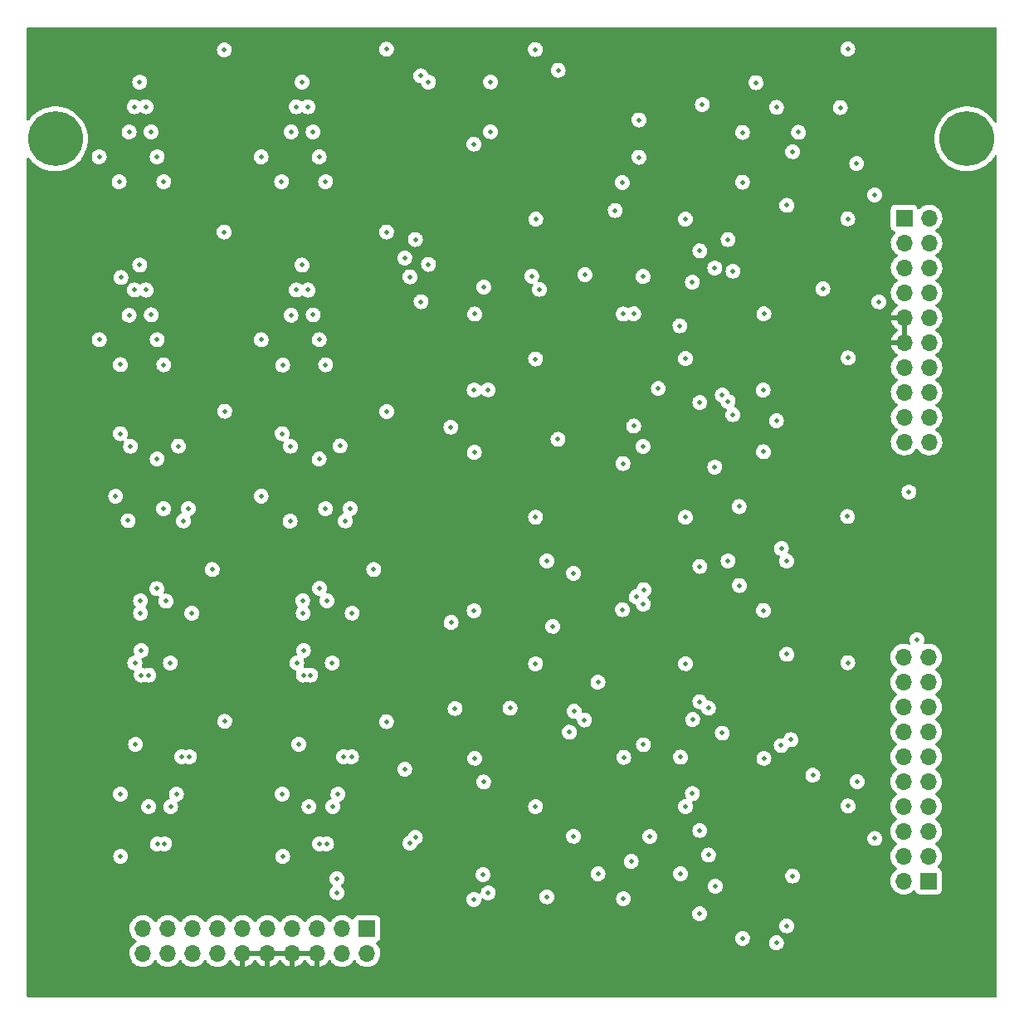
<source format=gbr>
G04 #@! TF.GenerationSoftware,KiCad,Pcbnew,(6.0.5)*
G04 #@! TF.CreationDate,2022-08-31T18:01:14+02:00*
G04 #@! TF.ProjectId,B1,42312e6b-6963-4616-945f-706362585858,rev?*
G04 #@! TF.SameCoordinates,Original*
G04 #@! TF.FileFunction,Copper,L3,Inr*
G04 #@! TF.FilePolarity,Positive*
%FSLAX46Y46*%
G04 Gerber Fmt 4.6, Leading zero omitted, Abs format (unit mm)*
G04 Created by KiCad (PCBNEW (6.0.5)) date 2022-08-31 18:01:14*
%MOMM*%
%LPD*%
G01*
G04 APERTURE LIST*
G04 #@! TA.AperFunction,ComponentPad*
%ADD10C,5.600000*%
G04 #@! TD*
G04 #@! TA.AperFunction,ComponentPad*
%ADD11R,1.700000X1.700000*%
G04 #@! TD*
G04 #@! TA.AperFunction,ComponentPad*
%ADD12O,1.700000X1.700000*%
G04 #@! TD*
G04 #@! TA.AperFunction,ViaPad*
%ADD13C,0.500000*%
G04 #@! TD*
G04 APERTURE END LIST*
D10*
X196406802Y-56930538D03*
X103406802Y-56930538D03*
X196406802Y-141055538D03*
D11*
X190000000Y-65000000D03*
D12*
X192540000Y-65000000D03*
X190000000Y-67540000D03*
X192540000Y-67540000D03*
X190000000Y-70080000D03*
X192540000Y-70080000D03*
X190000000Y-72620000D03*
X192540000Y-72620000D03*
X190000000Y-75160000D03*
X192540000Y-75160000D03*
X190000000Y-77700000D03*
X192540000Y-77700000D03*
X190000000Y-80240000D03*
X192540000Y-80240000D03*
X190000000Y-82780000D03*
X192540000Y-82780000D03*
X190000000Y-85320000D03*
X192540000Y-85320000D03*
X190000000Y-87860000D03*
X192540000Y-87860000D03*
D11*
X192500000Y-132660000D03*
D12*
X189960000Y-132660000D03*
X192500000Y-130120000D03*
X189960000Y-130120000D03*
X192500000Y-127580000D03*
X189960000Y-127580000D03*
X192500000Y-125040000D03*
X189960000Y-125040000D03*
X192500000Y-122500000D03*
X189960000Y-122500000D03*
X192500000Y-119960000D03*
X189960000Y-119960000D03*
X192500000Y-117420000D03*
X189960000Y-117420000D03*
X192500000Y-114880000D03*
X189960000Y-114880000D03*
X192500000Y-112340000D03*
X189960000Y-112340000D03*
X192500000Y-109800000D03*
X189960000Y-109800000D03*
D10*
X103406802Y-141055538D03*
D11*
X135200000Y-137500000D03*
D12*
X135200000Y-140040000D03*
X132660000Y-137500000D03*
X132660000Y-140040000D03*
X130120000Y-137500000D03*
X130120000Y-140040000D03*
X127580000Y-137500000D03*
X127580000Y-140040000D03*
X125040000Y-137500000D03*
X125040000Y-140040000D03*
X122500000Y-137500000D03*
X122500000Y-140040000D03*
X119960000Y-137500000D03*
X119960000Y-140040000D03*
X117420000Y-137500000D03*
X117420000Y-140040000D03*
X114880000Y-137500000D03*
X114880000Y-140040000D03*
X112340000Y-137500000D03*
X112340000Y-140040000D03*
D13*
X170688000Y-70104000D03*
X170688000Y-90424000D03*
X170726100Y-133184900D03*
X183484520Y-53723540D03*
X144190720Y-115034060D03*
X190500000Y-92964000D03*
X156276040Y-101244400D03*
X156319220Y-115333780D03*
X172044360Y-83705700D03*
X156278580Y-128074420D03*
X172041820Y-67190620D03*
X172044360Y-99974400D03*
X185155840Y-59451240D03*
X185195620Y-122501660D03*
X187004100Y-62636400D03*
X187004100Y-128310640D03*
X163370260Y-70965060D03*
X191315340Y-108038900D03*
X163360100Y-88313260D03*
X147111720Y-72034400D03*
X147030340Y-131991200D03*
X147091400Y-122547380D03*
X178020980Y-137215880D03*
X178026060Y-99992180D03*
X178026060Y-109507020D03*
X179224940Y-56250840D03*
X178026060Y-63700660D03*
X158757620Y-112354360D03*
X187424060Y-73550780D03*
X158767780Y-131902200D03*
X119075200Y-66421000D03*
X182676800Y-95453200D03*
X175641000Y-101219000D03*
X166141400Y-110464600D03*
X119126000Y-84683600D03*
X175691800Y-72263000D03*
X128701800Y-107848400D03*
X182702200Y-47777400D03*
X135610600Y-47802800D03*
X150850600Y-110439200D03*
X146202400Y-116281200D03*
X175666400Y-116281200D03*
X166116000Y-125044200D03*
X119072660Y-116400580D03*
X150799800Y-47777400D03*
X161358580Y-68463160D03*
X182676800Y-65074800D03*
X127347980Y-92102940D03*
X166141400Y-95529400D03*
X149758400Y-102514400D03*
X175590200Y-81254600D03*
X117805200Y-100863400D03*
X135636000Y-84683600D03*
X182676800Y-79248000D03*
X146126200Y-97434400D03*
X179273200Y-102514400D03*
X150850600Y-125044200D03*
X167868600Y-53416200D03*
X134340600Y-100863400D03*
X175641000Y-97434400D03*
X150850600Y-65125600D03*
X182702200Y-124993400D03*
X150850600Y-95529400D03*
X119100600Y-47828200D03*
X150850600Y-79375000D03*
X135636000Y-116382800D03*
X149809200Y-113741200D03*
X166116000Y-65100200D03*
X161371280Y-70970140D03*
X112166400Y-107848400D03*
X135636000Y-66446400D03*
X146177000Y-113741200D03*
X173487080Y-129626360D03*
X182702200Y-110363000D03*
X166166800Y-79349600D03*
X175666400Y-69723000D03*
X184251600Y-110363000D03*
X146174460Y-74797920D03*
X137185400Y-66421000D03*
X175691800Y-120116600D03*
X167690800Y-110464600D03*
X146126200Y-105054400D03*
X169418000Y-53416200D03*
X146131280Y-82529680D03*
X110058200Y-130124200D03*
X110827820Y-95879920D03*
X161391600Y-120015000D03*
X173507400Y-56261000D03*
X128701800Y-111633000D03*
X152400000Y-110490000D03*
X146177000Y-120116600D03*
X135890000Y-100863400D03*
X117322600Y-105308400D03*
X175641000Y-88849200D03*
X120650000Y-47853600D03*
X184277000Y-124993400D03*
X112166400Y-111633000D03*
X146100800Y-57454800D03*
X161366200Y-134442200D03*
X110083600Y-71069200D03*
X126593600Y-79984600D03*
X119405400Y-100863400D03*
X133687419Y-105300589D03*
X137185400Y-116382800D03*
X167690800Y-125044200D03*
X120624600Y-66421000D03*
X127347980Y-95912940D03*
X149783800Y-115011200D03*
X175691800Y-74777600D03*
X146149060Y-88882220D03*
X152425400Y-65125600D03*
X110032800Y-79959200D03*
X161264600Y-104952800D03*
X175615600Y-82550000D03*
X173507400Y-61341000D03*
X167690800Y-65125600D03*
X109905800Y-61290200D03*
X161356040Y-74790300D03*
X173507400Y-138506200D03*
X167690800Y-95529400D03*
X167690800Y-79349600D03*
X152400000Y-125044200D03*
X161239200Y-61366400D03*
X126492000Y-61290200D03*
X184226200Y-95453200D03*
X184277000Y-79273400D03*
X184251600Y-65074800D03*
X137210800Y-84734400D03*
X152400000Y-95529400D03*
X120675400Y-116357400D03*
X146100800Y-134518400D03*
X161315400Y-90043000D03*
X184251600Y-47752000D03*
X152400000Y-79375000D03*
X152374600Y-47802800D03*
X164922200Y-82397600D03*
X120675400Y-84709000D03*
X137185400Y-47777400D03*
X126593600Y-130124200D03*
X175641000Y-105029000D03*
X139573000Y-70993000D03*
X139573000Y-128778000D03*
X140131800Y-67183000D03*
X140131800Y-128193800D03*
X139047220Y-121231660D03*
X139047220Y-69088000D03*
X169155110Y-83811110D03*
X169148760Y-135994140D03*
X169153840Y-68351400D03*
X169155110Y-127478790D03*
X169155110Y-100544630D03*
X169155110Y-114349530D03*
X167126920Y-75996800D03*
X147788400Y-56196000D03*
X147804100Y-51116000D03*
X162938460Y-58801000D03*
X162943540Y-54991000D03*
X141478000Y-69723000D03*
X141478000Y-51130200D03*
X140716000Y-73533000D03*
X140690600Y-50495200D03*
X168394380Y-71534020D03*
X168424860Y-116179600D03*
X168404540Y-123723400D03*
X152003760Y-70929500D03*
X154703780Y-49913540D03*
X176971960Y-85686900D03*
X176971960Y-138960860D03*
X176974500Y-53715920D03*
X178429060Y-118234460D03*
X178625500Y-132130800D03*
X178625500Y-58226960D03*
X132123180Y-132410200D03*
X128244600Y-118694200D03*
X173164500Y-94444820D03*
X173184820Y-102489000D03*
X111582200Y-118694200D03*
X147574000Y-133847840D03*
X147566380Y-82522060D03*
X132123180Y-133835140D03*
X131101469Y-104038520D03*
X131076069Y-128854320D03*
X130326769Y-128856860D03*
X130357249Y-102776140D03*
X131685669Y-125044320D03*
X131660269Y-110388520D03*
X129457980Y-111633120D03*
X129272669Y-125044320D03*
X132441634Y-88257380D03*
X132238434Y-123766580D03*
X126554869Y-86995120D03*
X126554869Y-123774320D03*
X160525460Y-64226440D03*
X154686000Y-87571580D03*
X155849320Y-117457220D03*
X133489069Y-94640520D03*
X133616069Y-119964320D03*
X132983480Y-95899320D03*
X132803269Y-119964320D03*
X114681000Y-104089200D03*
X114554000Y-128854200D03*
X113741200Y-102819200D03*
X113804700Y-128856740D03*
X115138200Y-110388400D03*
X115163600Y-125044200D03*
X112928400Y-125044200D03*
X112935911Y-111633000D03*
X115951000Y-88265000D03*
X115747800Y-123774200D03*
X110032800Y-86995000D03*
X110032800Y-123774200D03*
X117094000Y-119964200D03*
X116967000Y-94640400D03*
X116461411Y-95899200D03*
X116281200Y-119964200D03*
X162399980Y-74782680D03*
X162399980Y-86230460D03*
X181711600Y-72229980D03*
X180685440Y-121846340D03*
X128633434Y-104046020D03*
X128557234Y-69804280D03*
X128557234Y-51137820D03*
X128684020Y-105305860D03*
X129171069Y-72346940D03*
X129171069Y-53644920D03*
X129696849Y-56215400D03*
X129707009Y-74874240D03*
X128714500Y-109111820D03*
X127977269Y-72339320D03*
X127977269Y-53644920D03*
X128033480Y-110381820D03*
X127443869Y-74904720D03*
X127443869Y-56210320D03*
X127398780Y-88277700D03*
X130316609Y-77414240D03*
X130316609Y-89588460D03*
X130316609Y-58752860D03*
X124393669Y-77417120D03*
X124393669Y-58755833D03*
X124395869Y-93370520D03*
X130982089Y-61297940D03*
X130982089Y-79969480D03*
X130964309Y-94645600D03*
X112014000Y-69796660D03*
X112014000Y-51130200D03*
X112090200Y-104038400D03*
X112090200Y-105308400D03*
X112649000Y-72346820D03*
X112649000Y-53644800D03*
X113174780Y-56215280D03*
X112166400Y-109110780D03*
X113184940Y-74874120D03*
X111511411Y-110381700D03*
X111455200Y-72339200D03*
X111455200Y-53644800D03*
X110921800Y-74904600D03*
X111070700Y-88279200D03*
X110921800Y-56210200D03*
X113794540Y-77414120D03*
X113794540Y-89588340D03*
X113794540Y-58752740D03*
X107871600Y-58755713D03*
X107871600Y-77417000D03*
X109550200Y-93370400D03*
X114442240Y-94645480D03*
X114460020Y-79969360D03*
X114460020Y-61297820D03*
X172544740Y-70413880D03*
X172532040Y-85054440D03*
X163400740Y-118734840D03*
X163400740Y-104404160D03*
X153532840Y-134254240D03*
X153558240Y-99974400D03*
X164068760Y-128120140D03*
X163451540Y-102918260D03*
X162153600Y-130637280D03*
X162659060Y-103647240D03*
X170027600Y-115003580D03*
X170035220Y-129997200D03*
X177472340Y-98696780D03*
X177459640Y-118818660D03*
X167190420Y-131899660D03*
X167172640Y-120009920D03*
X143758920Y-86332060D03*
X143779240Y-106243120D03*
X157391100Y-116205000D03*
X157426660Y-70777100D03*
X154129740Y-106657140D03*
X152796240Y-72275700D03*
X171447460Y-117551200D03*
X171447460Y-83060540D03*
X174876460Y-51181000D03*
G04 #@! TA.AperFunction,Conductor*
G36*
X199415423Y-45534040D02*
G01*
X199461916Y-45587696D01*
X199473302Y-45640038D01*
X199473302Y-55147574D01*
X199453300Y-55215695D01*
X199399644Y-55262188D01*
X199329370Y-55272292D01*
X199264790Y-55242798D01*
X199242966Y-55218214D01*
X199047904Y-54930108D01*
X199045992Y-54927284D01*
X198814205Y-54653970D01*
X198554256Y-54407288D01*
X198345234Y-54248056D01*
X198271893Y-54192185D01*
X198271891Y-54192184D01*
X198269186Y-54190123D01*
X198266274Y-54188366D01*
X198266269Y-54188363D01*
X197965245Y-54006774D01*
X197965239Y-54006771D01*
X197962330Y-54005016D01*
X197682731Y-53875230D01*
X197640373Y-53855568D01*
X197640371Y-53855567D01*
X197637277Y-53854131D01*
X197466983Y-53796490D01*
X197301057Y-53740327D01*
X197301052Y-53740326D01*
X197297830Y-53739235D01*
X197099483Y-53695262D01*
X196951295Y-53662409D01*
X196951289Y-53662408D01*
X196947960Y-53661670D01*
X196944571Y-53661296D01*
X196944566Y-53661295D01*
X196595140Y-53622718D01*
X196595135Y-53622718D01*
X196591759Y-53622345D01*
X196588360Y-53622339D01*
X196588359Y-53622339D01*
X196418882Y-53622043D01*
X196233394Y-53621720D01*
X196120215Y-53633815D01*
X195880441Y-53659439D01*
X195880433Y-53659440D01*
X195877058Y-53659801D01*
X195526919Y-53736144D01*
X195187073Y-53849855D01*
X195183980Y-53851277D01*
X195183979Y-53851278D01*
X195177776Y-53854131D01*
X194861496Y-53999604D01*
X194858562Y-54001360D01*
X194858560Y-54001361D01*
X194562258Y-54178694D01*
X194553995Y-54183639D01*
X194551269Y-54185701D01*
X194551267Y-54185702D01*
X194271578Y-54397230D01*
X194268169Y-54399808D01*
X194265684Y-54402150D01*
X194265679Y-54402154D01*
X194185066Y-54478120D01*
X194007361Y-54645581D01*
X193774621Y-54918084D01*
X193772708Y-54920889D01*
X193772699Y-54920901D01*
X193724881Y-54991000D01*
X193572673Y-55214129D01*
X193403879Y-55530252D01*
X193270213Y-55862756D01*
X193269293Y-55866030D01*
X193269291Y-55866035D01*
X193175429Y-56199961D01*
X193173239Y-56207751D01*
X193172677Y-56211108D01*
X193172677Y-56211109D01*
X193114676Y-56557714D01*
X193114092Y-56561201D01*
X193093463Y-56918972D01*
X193093635Y-56922367D01*
X193093635Y-56922368D01*
X193104237Y-57131646D01*
X193111594Y-57276878D01*
X193112131Y-57280233D01*
X193112132Y-57280239D01*
X193141648Y-57464514D01*
X193168272Y-57630733D01*
X193262835Y-57976397D01*
X193352664Y-58204441D01*
X193381931Y-58278739D01*
X193394176Y-58309826D01*
X193424953Y-58368447D01*
X193557817Y-58621516D01*
X193560759Y-58627120D01*
X193562660Y-58629949D01*
X193562666Y-58629959D01*
X193720883Y-58865409D01*
X193760636Y-58924567D01*
X193991467Y-59198688D01*
X194250553Y-59446276D01*
X194534863Y-59664435D01*
X194566858Y-59683888D01*
X194838157Y-59848841D01*
X194838162Y-59848844D01*
X194841072Y-59850613D01*
X194844160Y-59852059D01*
X194844159Y-59852059D01*
X195162512Y-60001187D01*
X195162522Y-60001191D01*
X195165596Y-60002631D01*
X195168814Y-60003733D01*
X195168817Y-60003734D01*
X195501417Y-60117609D01*
X195501425Y-60117611D01*
X195504640Y-60118712D01*
X195854237Y-60197497D01*
X195906530Y-60203455D01*
X196206916Y-60237680D01*
X196206924Y-60237680D01*
X196210299Y-60238065D01*
X196213703Y-60238083D01*
X196213706Y-60238083D01*
X196408029Y-60239100D01*
X196568659Y-60239941D01*
X196572045Y-60239591D01*
X196572047Y-60239591D01*
X196921734Y-60203455D01*
X196921743Y-60203454D01*
X196925126Y-60203104D01*
X196928459Y-60202390D01*
X196928462Y-60202389D01*
X197189794Y-60146364D01*
X197275529Y-60127984D01*
X197615770Y-60015460D01*
X197941868Y-59866849D01*
X198092465Y-59777431D01*
X198247064Y-59685637D01*
X198247069Y-59685634D01*
X198250009Y-59683888D01*
X198536588Y-59468718D01*
X198798253Y-59223857D01*
X199010481Y-58977119D01*
X199029716Y-58954756D01*
X199031942Y-58952168D01*
X199152314Y-58777026D01*
X199232992Y-58659639D01*
X199232997Y-58659632D01*
X199234922Y-58656830D01*
X199236537Y-58653830D01*
X199238314Y-58650919D01*
X199239090Y-58651392D01*
X199286275Y-58603656D01*
X199355560Y-58588162D01*
X199422223Y-58612586D01*
X199465100Y-58669173D01*
X199473302Y-58713891D01*
X199473302Y-144371038D01*
X199453300Y-144439159D01*
X199399644Y-144485652D01*
X199347302Y-144497038D01*
X100616302Y-144497038D01*
X100548181Y-144477036D01*
X100501688Y-144423380D01*
X100490302Y-144371038D01*
X100490302Y-140006695D01*
X110977251Y-140006695D01*
X110977548Y-140011848D01*
X110977548Y-140011851D01*
X110983011Y-140106590D01*
X110990110Y-140229715D01*
X110991247Y-140234761D01*
X110991248Y-140234767D01*
X111005606Y-140298475D01*
X111039222Y-140447639D01*
X111123266Y-140654616D01*
X111174019Y-140737438D01*
X111237291Y-140840688D01*
X111239987Y-140845088D01*
X111386250Y-141013938D01*
X111558126Y-141156632D01*
X111751000Y-141269338D01*
X111959692Y-141349030D01*
X111964760Y-141350061D01*
X111964763Y-141350062D01*
X112059862Y-141369410D01*
X112178597Y-141393567D01*
X112183772Y-141393757D01*
X112183774Y-141393757D01*
X112396673Y-141401564D01*
X112396677Y-141401564D01*
X112401837Y-141401753D01*
X112406957Y-141401097D01*
X112406959Y-141401097D01*
X112618288Y-141374025D01*
X112618289Y-141374025D01*
X112623416Y-141373368D01*
X112628366Y-141371883D01*
X112832429Y-141310661D01*
X112832434Y-141310659D01*
X112837384Y-141309174D01*
X113037994Y-141210896D01*
X113219860Y-141081173D01*
X113378096Y-140923489D01*
X113437594Y-140840689D01*
X113508453Y-140742077D01*
X113509776Y-140743028D01*
X113556645Y-140699857D01*
X113626580Y-140687625D01*
X113692026Y-140715144D01*
X113719875Y-140746994D01*
X113779987Y-140845088D01*
X113926250Y-141013938D01*
X114098126Y-141156632D01*
X114291000Y-141269338D01*
X114499692Y-141349030D01*
X114504760Y-141350061D01*
X114504763Y-141350062D01*
X114599862Y-141369410D01*
X114718597Y-141393567D01*
X114723772Y-141393757D01*
X114723774Y-141393757D01*
X114936673Y-141401564D01*
X114936677Y-141401564D01*
X114941837Y-141401753D01*
X114946957Y-141401097D01*
X114946959Y-141401097D01*
X115158288Y-141374025D01*
X115158289Y-141374025D01*
X115163416Y-141373368D01*
X115168366Y-141371883D01*
X115372429Y-141310661D01*
X115372434Y-141310659D01*
X115377384Y-141309174D01*
X115577994Y-141210896D01*
X115759860Y-141081173D01*
X115918096Y-140923489D01*
X115977594Y-140840689D01*
X116048453Y-140742077D01*
X116049776Y-140743028D01*
X116096645Y-140699857D01*
X116166580Y-140687625D01*
X116232026Y-140715144D01*
X116259875Y-140746994D01*
X116319987Y-140845088D01*
X116466250Y-141013938D01*
X116638126Y-141156632D01*
X116831000Y-141269338D01*
X117039692Y-141349030D01*
X117044760Y-141350061D01*
X117044763Y-141350062D01*
X117139862Y-141369410D01*
X117258597Y-141393567D01*
X117263772Y-141393757D01*
X117263774Y-141393757D01*
X117476673Y-141401564D01*
X117476677Y-141401564D01*
X117481837Y-141401753D01*
X117486957Y-141401097D01*
X117486959Y-141401097D01*
X117698288Y-141374025D01*
X117698289Y-141374025D01*
X117703416Y-141373368D01*
X117708366Y-141371883D01*
X117912429Y-141310661D01*
X117912434Y-141310659D01*
X117917384Y-141309174D01*
X118117994Y-141210896D01*
X118299860Y-141081173D01*
X118458096Y-140923489D01*
X118517594Y-140840689D01*
X118588453Y-140742077D01*
X118589776Y-140743028D01*
X118636645Y-140699857D01*
X118706580Y-140687625D01*
X118772026Y-140715144D01*
X118799875Y-140746994D01*
X118859987Y-140845088D01*
X119006250Y-141013938D01*
X119178126Y-141156632D01*
X119371000Y-141269338D01*
X119579692Y-141349030D01*
X119584760Y-141350061D01*
X119584763Y-141350062D01*
X119679862Y-141369410D01*
X119798597Y-141393567D01*
X119803772Y-141393757D01*
X119803774Y-141393757D01*
X120016673Y-141401564D01*
X120016677Y-141401564D01*
X120021837Y-141401753D01*
X120026957Y-141401097D01*
X120026959Y-141401097D01*
X120238288Y-141374025D01*
X120238289Y-141374025D01*
X120243416Y-141373368D01*
X120248366Y-141371883D01*
X120452429Y-141310661D01*
X120452434Y-141310659D01*
X120457384Y-141309174D01*
X120657994Y-141210896D01*
X120839860Y-141081173D01*
X120998096Y-140923489D01*
X121057594Y-140840689D01*
X121128453Y-140742077D01*
X121129640Y-140742930D01*
X121176960Y-140699362D01*
X121246897Y-140687145D01*
X121312338Y-140714678D01*
X121340166Y-140746511D01*
X121397694Y-140840388D01*
X121403777Y-140848699D01*
X121543213Y-141009667D01*
X121550580Y-141016883D01*
X121714434Y-141152916D01*
X121722881Y-141158831D01*
X121906756Y-141266279D01*
X121916042Y-141270729D01*
X122115001Y-141346703D01*
X122124899Y-141349579D01*
X122228250Y-141370606D01*
X122242299Y-141369410D01*
X122246000Y-141359065D01*
X122246000Y-141358517D01*
X122754000Y-141358517D01*
X122758064Y-141372359D01*
X122771478Y-141374393D01*
X122778184Y-141373534D01*
X122788262Y-141371392D01*
X122992255Y-141310191D01*
X123001842Y-141306433D01*
X123193095Y-141212739D01*
X123201945Y-141207464D01*
X123375328Y-141083792D01*
X123383200Y-141077139D01*
X123534052Y-140926812D01*
X123540730Y-140918965D01*
X123668022Y-140741819D01*
X123669147Y-140742627D01*
X123716669Y-140698876D01*
X123786607Y-140686661D01*
X123852046Y-140714197D01*
X123879870Y-140746028D01*
X123937690Y-140840383D01*
X123943777Y-140848699D01*
X124083213Y-141009667D01*
X124090580Y-141016883D01*
X124254434Y-141152916D01*
X124262881Y-141158831D01*
X124446756Y-141266279D01*
X124456042Y-141270729D01*
X124655001Y-141346703D01*
X124664899Y-141349579D01*
X124768250Y-141370606D01*
X124782299Y-141369410D01*
X124786000Y-141359065D01*
X124786000Y-141358517D01*
X125294000Y-141358517D01*
X125298064Y-141372359D01*
X125311478Y-141374393D01*
X125318184Y-141373534D01*
X125328262Y-141371392D01*
X125532255Y-141310191D01*
X125541842Y-141306433D01*
X125733095Y-141212739D01*
X125741945Y-141207464D01*
X125915328Y-141083792D01*
X125923200Y-141077139D01*
X126074052Y-140926812D01*
X126080730Y-140918965D01*
X126208022Y-140741819D01*
X126209147Y-140742627D01*
X126256669Y-140698876D01*
X126326607Y-140686661D01*
X126392046Y-140714197D01*
X126419870Y-140746028D01*
X126477690Y-140840383D01*
X126483777Y-140848699D01*
X126623213Y-141009667D01*
X126630580Y-141016883D01*
X126794434Y-141152916D01*
X126802881Y-141158831D01*
X126986756Y-141266279D01*
X126996042Y-141270729D01*
X127195001Y-141346703D01*
X127204899Y-141349579D01*
X127308250Y-141370606D01*
X127322299Y-141369410D01*
X127326000Y-141359065D01*
X127326000Y-141358517D01*
X127834000Y-141358517D01*
X127838064Y-141372359D01*
X127851478Y-141374393D01*
X127858184Y-141373534D01*
X127868262Y-141371392D01*
X128072255Y-141310191D01*
X128081842Y-141306433D01*
X128273095Y-141212739D01*
X128281945Y-141207464D01*
X128455328Y-141083792D01*
X128463200Y-141077139D01*
X128614052Y-140926812D01*
X128620730Y-140918965D01*
X128748022Y-140741819D01*
X128749147Y-140742627D01*
X128796669Y-140698876D01*
X128866607Y-140686661D01*
X128932046Y-140714197D01*
X128959870Y-140746028D01*
X129017690Y-140840383D01*
X129023777Y-140848699D01*
X129163213Y-141009667D01*
X129170580Y-141016883D01*
X129334434Y-141152916D01*
X129342881Y-141158831D01*
X129526756Y-141266279D01*
X129536042Y-141270729D01*
X129735001Y-141346703D01*
X129744899Y-141349579D01*
X129848250Y-141370606D01*
X129862299Y-141369410D01*
X129866000Y-141359065D01*
X129866000Y-140312115D01*
X129861525Y-140296876D01*
X129860135Y-140295671D01*
X129852452Y-140294000D01*
X127852115Y-140294000D01*
X127836876Y-140298475D01*
X127835671Y-140299865D01*
X127834000Y-140307548D01*
X127834000Y-141358517D01*
X127326000Y-141358517D01*
X127326000Y-140312115D01*
X127321525Y-140296876D01*
X127320135Y-140295671D01*
X127312452Y-140294000D01*
X125312115Y-140294000D01*
X125296876Y-140298475D01*
X125295671Y-140299865D01*
X125294000Y-140307548D01*
X125294000Y-141358517D01*
X124786000Y-141358517D01*
X124786000Y-140312115D01*
X124781525Y-140296876D01*
X124780135Y-140295671D01*
X124772452Y-140294000D01*
X122772115Y-140294000D01*
X122756876Y-140298475D01*
X122755671Y-140299865D01*
X122754000Y-140307548D01*
X122754000Y-141358517D01*
X122246000Y-141358517D01*
X122246000Y-139912000D01*
X122266002Y-139843879D01*
X122319658Y-139797386D01*
X122372000Y-139786000D01*
X130248000Y-139786000D01*
X130316121Y-139806002D01*
X130362614Y-139859658D01*
X130374000Y-139912000D01*
X130374000Y-141358517D01*
X130378064Y-141372359D01*
X130391478Y-141374393D01*
X130398184Y-141373534D01*
X130408262Y-141371392D01*
X130612255Y-141310191D01*
X130621842Y-141306433D01*
X130813095Y-141212739D01*
X130821945Y-141207464D01*
X130995328Y-141083792D01*
X131003200Y-141077139D01*
X131154052Y-140926812D01*
X131160730Y-140918965D01*
X131288022Y-140741819D01*
X131289279Y-140742722D01*
X131336373Y-140699362D01*
X131406311Y-140687145D01*
X131471751Y-140714678D01*
X131499579Y-140746511D01*
X131559987Y-140845088D01*
X131706250Y-141013938D01*
X131878126Y-141156632D01*
X132071000Y-141269338D01*
X132279692Y-141349030D01*
X132284760Y-141350061D01*
X132284763Y-141350062D01*
X132379862Y-141369410D01*
X132498597Y-141393567D01*
X132503772Y-141393757D01*
X132503774Y-141393757D01*
X132716673Y-141401564D01*
X132716677Y-141401564D01*
X132721837Y-141401753D01*
X132726957Y-141401097D01*
X132726959Y-141401097D01*
X132938288Y-141374025D01*
X132938289Y-141374025D01*
X132943416Y-141373368D01*
X132948366Y-141371883D01*
X133152429Y-141310661D01*
X133152434Y-141310659D01*
X133157384Y-141309174D01*
X133357994Y-141210896D01*
X133539860Y-141081173D01*
X133698096Y-140923489D01*
X133757594Y-140840689D01*
X133828453Y-140742077D01*
X133829776Y-140743028D01*
X133876645Y-140699857D01*
X133946580Y-140687625D01*
X134012026Y-140715144D01*
X134039875Y-140746994D01*
X134099987Y-140845088D01*
X134246250Y-141013938D01*
X134418126Y-141156632D01*
X134611000Y-141269338D01*
X134819692Y-141349030D01*
X134824760Y-141350061D01*
X134824763Y-141350062D01*
X134919862Y-141369410D01*
X135038597Y-141393567D01*
X135043772Y-141393757D01*
X135043774Y-141393757D01*
X135256673Y-141401564D01*
X135256677Y-141401564D01*
X135261837Y-141401753D01*
X135266957Y-141401097D01*
X135266959Y-141401097D01*
X135478288Y-141374025D01*
X135478289Y-141374025D01*
X135483416Y-141373368D01*
X135488366Y-141371883D01*
X135692429Y-141310661D01*
X135692434Y-141310659D01*
X135697384Y-141309174D01*
X135897994Y-141210896D01*
X136079860Y-141081173D01*
X136238096Y-140923489D01*
X136297594Y-140840689D01*
X136365435Y-140746277D01*
X136368453Y-140742077D01*
X136381995Y-140714678D01*
X136465136Y-140546453D01*
X136465137Y-140546451D01*
X136467430Y-140541811D01*
X136532370Y-140328069D01*
X136561529Y-140106590D01*
X136563156Y-140040000D01*
X136544852Y-139817361D01*
X136490431Y-139600702D01*
X136401354Y-139395840D01*
X136319100Y-139268694D01*
X136282822Y-139212617D01*
X136282820Y-139212614D01*
X136280014Y-139208277D01*
X136275668Y-139203501D01*
X136132798Y-139046488D01*
X136101746Y-138982642D01*
X136110141Y-138912143D01*
X136155317Y-138857375D01*
X136181761Y-138843706D01*
X136288297Y-138803767D01*
X136296705Y-138800615D01*
X136413261Y-138713261D01*
X136500615Y-138596705D01*
X136538539Y-138495543D01*
X172744175Y-138495543D01*
X172760781Y-138664899D01*
X172814494Y-138826367D01*
X172818141Y-138832389D01*
X172818142Y-138832391D01*
X172893739Y-138957215D01*
X172902646Y-138971923D01*
X173020855Y-139094332D01*
X173026751Y-139098190D01*
X173155037Y-139182138D01*
X173163246Y-139187510D01*
X173169850Y-139189966D01*
X173169852Y-139189967D01*
X173219086Y-139208277D01*
X173322741Y-139246826D01*
X173491415Y-139269332D01*
X173498426Y-139268694D01*
X173498430Y-139268694D01*
X173653862Y-139254548D01*
X173660883Y-139253909D01*
X173667585Y-139251731D01*
X173667587Y-139251731D01*
X173816023Y-139203501D01*
X173816026Y-139203500D01*
X173822722Y-139201324D01*
X173968890Y-139114190D01*
X173973984Y-139109339D01*
X173973988Y-139109336D01*
X174046957Y-139039848D01*
X174092121Y-138996839D01*
X174099268Y-138986083D01*
X174123106Y-138950203D01*
X176208735Y-138950203D01*
X176225341Y-139119559D01*
X176227565Y-139126244D01*
X176227565Y-139126245D01*
X176251341Y-139197718D01*
X176279054Y-139281027D01*
X176282701Y-139287049D01*
X176282702Y-139287051D01*
X176347013Y-139393240D01*
X176367206Y-139426583D01*
X176485415Y-139548992D01*
X176491311Y-139552850D01*
X176572105Y-139605720D01*
X176627806Y-139642170D01*
X176634410Y-139644626D01*
X176634412Y-139644627D01*
X176670804Y-139658161D01*
X176787301Y-139701486D01*
X176955975Y-139723992D01*
X176962986Y-139723354D01*
X176962990Y-139723354D01*
X177118422Y-139709208D01*
X177125443Y-139708569D01*
X177132145Y-139706391D01*
X177132147Y-139706391D01*
X177280583Y-139658161D01*
X177280586Y-139658160D01*
X177287282Y-139655984D01*
X177433450Y-139568850D01*
X177438544Y-139563999D01*
X177438548Y-139563996D01*
X177505793Y-139499959D01*
X177556681Y-139451499D01*
X177650851Y-139309762D01*
X177711279Y-139150685D01*
X177734961Y-138982173D01*
X177735259Y-138960860D01*
X177716291Y-138791752D01*
X177708429Y-138769174D01*
X177688957Y-138713261D01*
X177660328Y-138631049D01*
X177654343Y-138621470D01*
X177606040Y-138544171D01*
X177570152Y-138486739D01*
X177561813Y-138478341D01*
X177455208Y-138370989D01*
X177450246Y-138365992D01*
X177433999Y-138355681D01*
X177360425Y-138308990D01*
X177306568Y-138274811D01*
X177146260Y-138217728D01*
X176977289Y-138197580D01*
X176970286Y-138198316D01*
X176970285Y-138198316D01*
X176815061Y-138214630D01*
X176815057Y-138214631D01*
X176808053Y-138215367D01*
X176801382Y-138217638D01*
X176653633Y-138267935D01*
X176653630Y-138267936D01*
X176646963Y-138270206D01*
X176640965Y-138273896D01*
X176640963Y-138273897D01*
X176508025Y-138355681D01*
X176508023Y-138355683D01*
X176502026Y-138359372D01*
X176496993Y-138364301D01*
X176406969Y-138452460D01*
X176380446Y-138478433D01*
X176376635Y-138484347D01*
X176376633Y-138484349D01*
X176346296Y-138531423D01*
X176288264Y-138621470D01*
X176230063Y-138781376D01*
X176208735Y-138950203D01*
X174123106Y-138950203D01*
X174153406Y-138904598D01*
X174186291Y-138855102D01*
X174246719Y-138696025D01*
X174270401Y-138527513D01*
X174270699Y-138506200D01*
X174251731Y-138337092D01*
X174195768Y-138176389D01*
X174189783Y-138166810D01*
X174154176Y-138109829D01*
X174105592Y-138032079D01*
X173985686Y-137911332D01*
X173971921Y-137902596D01*
X173930806Y-137876504D01*
X173842008Y-137820151D01*
X173681700Y-137763068D01*
X173512729Y-137742920D01*
X173505726Y-137743656D01*
X173505725Y-137743656D01*
X173350501Y-137759970D01*
X173350497Y-137759971D01*
X173343493Y-137760707D01*
X173336822Y-137762978D01*
X173189073Y-137813275D01*
X173189070Y-137813276D01*
X173182403Y-137815546D01*
X173176405Y-137819236D01*
X173176403Y-137819237D01*
X173043465Y-137901021D01*
X173043463Y-137901023D01*
X173037466Y-137904712D01*
X172979567Y-137961411D01*
X172962246Y-137978374D01*
X172915886Y-138023773D01*
X172823704Y-138166810D01*
X172765503Y-138326716D01*
X172744175Y-138495543D01*
X136538539Y-138495543D01*
X136551745Y-138460316D01*
X136558500Y-138398134D01*
X136558500Y-137205223D01*
X177257755Y-137205223D01*
X177274361Y-137374579D01*
X177328074Y-137536047D01*
X177331721Y-137542069D01*
X177331722Y-137542071D01*
X177345477Y-137564782D01*
X177416226Y-137681603D01*
X177534435Y-137804012D01*
X177676826Y-137897190D01*
X177683430Y-137899646D01*
X177683432Y-137899647D01*
X177714852Y-137911332D01*
X177836321Y-137956506D01*
X178004995Y-137979012D01*
X178012006Y-137978374D01*
X178012010Y-137978374D01*
X178167442Y-137964228D01*
X178174463Y-137963589D01*
X178181165Y-137961411D01*
X178181167Y-137961411D01*
X178329603Y-137913181D01*
X178329606Y-137913180D01*
X178336302Y-137911004D01*
X178482470Y-137823870D01*
X178487564Y-137819019D01*
X178487568Y-137819016D01*
X178567476Y-137742920D01*
X178605701Y-137706519D01*
X178699871Y-137564782D01*
X178760299Y-137405705D01*
X178783981Y-137237193D01*
X178784279Y-137215880D01*
X178765311Y-137046772D01*
X178709348Y-136886069D01*
X178703363Y-136876490D01*
X178669024Y-136821538D01*
X178619172Y-136741759D01*
X178499266Y-136621012D01*
X178483019Y-136610701D01*
X178407028Y-136562476D01*
X178355588Y-136529831D01*
X178195280Y-136472748D01*
X178026309Y-136452600D01*
X178019306Y-136453336D01*
X178019305Y-136453336D01*
X177864081Y-136469650D01*
X177864077Y-136469651D01*
X177857073Y-136470387D01*
X177850402Y-136472658D01*
X177702653Y-136522955D01*
X177702650Y-136522956D01*
X177695983Y-136525226D01*
X177689985Y-136528916D01*
X177689983Y-136528917D01*
X177557045Y-136610701D01*
X177557043Y-136610703D01*
X177551046Y-136614392D01*
X177429466Y-136733453D01*
X177425655Y-136739367D01*
X177425653Y-136739369D01*
X177366359Y-136831375D01*
X177337284Y-136876490D01*
X177279083Y-137036396D01*
X177257755Y-137205223D01*
X136558500Y-137205223D01*
X136558500Y-136601866D01*
X136551745Y-136539684D01*
X136500615Y-136403295D01*
X136413261Y-136286739D01*
X136296705Y-136199385D01*
X136160316Y-136148255D01*
X136098134Y-136141500D01*
X134301866Y-136141500D01*
X134239684Y-136148255D01*
X134103295Y-136199385D01*
X133986739Y-136286739D01*
X133899385Y-136403295D01*
X133896233Y-136411703D01*
X133854919Y-136521907D01*
X133812277Y-136578671D01*
X133745716Y-136603371D01*
X133676367Y-136588163D01*
X133643743Y-136562476D01*
X133593151Y-136506875D01*
X133593142Y-136506866D01*
X133589670Y-136503051D01*
X133585619Y-136499852D01*
X133585615Y-136499848D01*
X133418414Y-136367800D01*
X133418410Y-136367798D01*
X133414359Y-136364598D01*
X133218789Y-136256638D01*
X133213920Y-136254914D01*
X133213916Y-136254912D01*
X133013087Y-136183795D01*
X133013083Y-136183794D01*
X133008212Y-136182069D01*
X133003119Y-136181162D01*
X133003116Y-136181161D01*
X132793373Y-136143800D01*
X132793367Y-136143799D01*
X132788284Y-136142894D01*
X132714452Y-136141992D01*
X132570081Y-136140228D01*
X132570079Y-136140228D01*
X132564911Y-136140165D01*
X132344091Y-136173955D01*
X132131756Y-136243357D01*
X132101443Y-136259137D01*
X131952919Y-136336454D01*
X131933607Y-136346507D01*
X131929474Y-136349610D01*
X131929471Y-136349612D01*
X131759100Y-136477530D01*
X131754965Y-136480635D01*
X131715525Y-136521907D01*
X131635418Y-136605734D01*
X131600629Y-136642138D01*
X131493201Y-136799621D01*
X131438293Y-136844621D01*
X131367768Y-136852792D01*
X131304021Y-136821538D01*
X131283324Y-136797054D01*
X131202822Y-136672617D01*
X131202820Y-136672614D01*
X131200014Y-136668277D01*
X131049670Y-136503051D01*
X131045619Y-136499852D01*
X131045615Y-136499848D01*
X130878414Y-136367800D01*
X130878410Y-136367798D01*
X130874359Y-136364598D01*
X130678789Y-136256638D01*
X130673920Y-136254914D01*
X130673916Y-136254912D01*
X130473087Y-136183795D01*
X130473083Y-136183794D01*
X130468212Y-136182069D01*
X130463119Y-136181162D01*
X130463116Y-136181161D01*
X130253373Y-136143800D01*
X130253367Y-136143799D01*
X130248284Y-136142894D01*
X130174452Y-136141992D01*
X130030081Y-136140228D01*
X130030079Y-136140228D01*
X130024911Y-136140165D01*
X129804091Y-136173955D01*
X129591756Y-136243357D01*
X129561443Y-136259137D01*
X129412919Y-136336454D01*
X129393607Y-136346507D01*
X129389474Y-136349610D01*
X129389471Y-136349612D01*
X129219100Y-136477530D01*
X129214965Y-136480635D01*
X129175525Y-136521907D01*
X129095418Y-136605734D01*
X129060629Y-136642138D01*
X128953201Y-136799621D01*
X128898293Y-136844621D01*
X128827768Y-136852792D01*
X128764021Y-136821538D01*
X128743324Y-136797054D01*
X128662822Y-136672617D01*
X128662820Y-136672614D01*
X128660014Y-136668277D01*
X128509670Y-136503051D01*
X128505619Y-136499852D01*
X128505615Y-136499848D01*
X128338414Y-136367800D01*
X128338410Y-136367798D01*
X128334359Y-136364598D01*
X128138789Y-136256638D01*
X128133920Y-136254914D01*
X128133916Y-136254912D01*
X127933087Y-136183795D01*
X127933083Y-136183794D01*
X127928212Y-136182069D01*
X127923119Y-136181162D01*
X127923116Y-136181161D01*
X127713373Y-136143800D01*
X127713367Y-136143799D01*
X127708284Y-136142894D01*
X127634452Y-136141992D01*
X127490081Y-136140228D01*
X127490079Y-136140228D01*
X127484911Y-136140165D01*
X127264091Y-136173955D01*
X127051756Y-136243357D01*
X127021443Y-136259137D01*
X126872919Y-136336454D01*
X126853607Y-136346507D01*
X126849474Y-136349610D01*
X126849471Y-136349612D01*
X126679100Y-136477530D01*
X126674965Y-136480635D01*
X126635525Y-136521907D01*
X126555418Y-136605734D01*
X126520629Y-136642138D01*
X126413201Y-136799621D01*
X126358293Y-136844621D01*
X126287768Y-136852792D01*
X126224021Y-136821538D01*
X126203324Y-136797054D01*
X126122822Y-136672617D01*
X126122820Y-136672614D01*
X126120014Y-136668277D01*
X125969670Y-136503051D01*
X125965619Y-136499852D01*
X125965615Y-136499848D01*
X125798414Y-136367800D01*
X125798410Y-136367798D01*
X125794359Y-136364598D01*
X125598789Y-136256638D01*
X125593920Y-136254914D01*
X125593916Y-136254912D01*
X125393087Y-136183795D01*
X125393083Y-136183794D01*
X125388212Y-136182069D01*
X125383119Y-136181162D01*
X125383116Y-136181161D01*
X125173373Y-136143800D01*
X125173367Y-136143799D01*
X125168284Y-136142894D01*
X125094452Y-136141992D01*
X124950081Y-136140228D01*
X124950079Y-136140228D01*
X124944911Y-136140165D01*
X124724091Y-136173955D01*
X124511756Y-136243357D01*
X124481443Y-136259137D01*
X124332919Y-136336454D01*
X124313607Y-136346507D01*
X124309474Y-136349610D01*
X124309471Y-136349612D01*
X124139100Y-136477530D01*
X124134965Y-136480635D01*
X124095525Y-136521907D01*
X124015418Y-136605734D01*
X123980629Y-136642138D01*
X123873201Y-136799621D01*
X123818293Y-136844621D01*
X123747768Y-136852792D01*
X123684021Y-136821538D01*
X123663324Y-136797054D01*
X123582822Y-136672617D01*
X123582820Y-136672614D01*
X123580014Y-136668277D01*
X123429670Y-136503051D01*
X123425619Y-136499852D01*
X123425615Y-136499848D01*
X123258414Y-136367800D01*
X123258410Y-136367798D01*
X123254359Y-136364598D01*
X123058789Y-136256638D01*
X123053920Y-136254914D01*
X123053916Y-136254912D01*
X122853087Y-136183795D01*
X122853083Y-136183794D01*
X122848212Y-136182069D01*
X122843119Y-136181162D01*
X122843116Y-136181161D01*
X122633373Y-136143800D01*
X122633367Y-136143799D01*
X122628284Y-136142894D01*
X122554452Y-136141992D01*
X122410081Y-136140228D01*
X122410079Y-136140228D01*
X122404911Y-136140165D01*
X122184091Y-136173955D01*
X121971756Y-136243357D01*
X121941443Y-136259137D01*
X121792919Y-136336454D01*
X121773607Y-136346507D01*
X121769474Y-136349610D01*
X121769471Y-136349612D01*
X121599100Y-136477530D01*
X121594965Y-136480635D01*
X121555525Y-136521907D01*
X121475418Y-136605734D01*
X121440629Y-136642138D01*
X121333201Y-136799621D01*
X121278293Y-136844621D01*
X121207768Y-136852792D01*
X121144021Y-136821538D01*
X121123324Y-136797054D01*
X121042822Y-136672617D01*
X121042820Y-136672614D01*
X121040014Y-136668277D01*
X120889670Y-136503051D01*
X120885619Y-136499852D01*
X120885615Y-136499848D01*
X120718414Y-136367800D01*
X120718410Y-136367798D01*
X120714359Y-136364598D01*
X120518789Y-136256638D01*
X120513920Y-136254914D01*
X120513916Y-136254912D01*
X120313087Y-136183795D01*
X120313083Y-136183794D01*
X120308212Y-136182069D01*
X120303119Y-136181162D01*
X120303116Y-136181161D01*
X120093373Y-136143800D01*
X120093367Y-136143799D01*
X120088284Y-136142894D01*
X120014452Y-136141992D01*
X119870081Y-136140228D01*
X119870079Y-136140228D01*
X119864911Y-136140165D01*
X119644091Y-136173955D01*
X119431756Y-136243357D01*
X119401443Y-136259137D01*
X119252919Y-136336454D01*
X119233607Y-136346507D01*
X119229474Y-136349610D01*
X119229471Y-136349612D01*
X119059100Y-136477530D01*
X119054965Y-136480635D01*
X119015525Y-136521907D01*
X118935418Y-136605734D01*
X118900629Y-136642138D01*
X118793201Y-136799621D01*
X118738293Y-136844621D01*
X118667768Y-136852792D01*
X118604021Y-136821538D01*
X118583324Y-136797054D01*
X118502822Y-136672617D01*
X118502820Y-136672614D01*
X118500014Y-136668277D01*
X118349670Y-136503051D01*
X118345619Y-136499852D01*
X118345615Y-136499848D01*
X118178414Y-136367800D01*
X118178410Y-136367798D01*
X118174359Y-136364598D01*
X117978789Y-136256638D01*
X117973920Y-136254914D01*
X117973916Y-136254912D01*
X117773087Y-136183795D01*
X117773083Y-136183794D01*
X117768212Y-136182069D01*
X117763119Y-136181162D01*
X117763116Y-136181161D01*
X117553373Y-136143800D01*
X117553367Y-136143799D01*
X117548284Y-136142894D01*
X117474452Y-136141992D01*
X117330081Y-136140228D01*
X117330079Y-136140228D01*
X117324911Y-136140165D01*
X117104091Y-136173955D01*
X116891756Y-136243357D01*
X116861443Y-136259137D01*
X116712919Y-136336454D01*
X116693607Y-136346507D01*
X116689474Y-136349610D01*
X116689471Y-136349612D01*
X116519100Y-136477530D01*
X116514965Y-136480635D01*
X116475525Y-136521907D01*
X116395418Y-136605734D01*
X116360629Y-136642138D01*
X116253201Y-136799621D01*
X116198293Y-136844621D01*
X116127768Y-136852792D01*
X116064021Y-136821538D01*
X116043324Y-136797054D01*
X115962822Y-136672617D01*
X115962820Y-136672614D01*
X115960014Y-136668277D01*
X115809670Y-136503051D01*
X115805619Y-136499852D01*
X115805615Y-136499848D01*
X115638414Y-136367800D01*
X115638410Y-136367798D01*
X115634359Y-136364598D01*
X115438789Y-136256638D01*
X115433920Y-136254914D01*
X115433916Y-136254912D01*
X115233087Y-136183795D01*
X115233083Y-136183794D01*
X115228212Y-136182069D01*
X115223119Y-136181162D01*
X115223116Y-136181161D01*
X115013373Y-136143800D01*
X115013367Y-136143799D01*
X115008284Y-136142894D01*
X114934452Y-136141992D01*
X114790081Y-136140228D01*
X114790079Y-136140228D01*
X114784911Y-136140165D01*
X114564091Y-136173955D01*
X114351756Y-136243357D01*
X114321443Y-136259137D01*
X114172919Y-136336454D01*
X114153607Y-136346507D01*
X114149474Y-136349610D01*
X114149471Y-136349612D01*
X113979100Y-136477530D01*
X113974965Y-136480635D01*
X113935525Y-136521907D01*
X113855418Y-136605734D01*
X113820629Y-136642138D01*
X113713201Y-136799621D01*
X113658293Y-136844621D01*
X113587768Y-136852792D01*
X113524021Y-136821538D01*
X113503324Y-136797054D01*
X113422822Y-136672617D01*
X113422820Y-136672614D01*
X113420014Y-136668277D01*
X113269670Y-136503051D01*
X113265619Y-136499852D01*
X113265615Y-136499848D01*
X113098414Y-136367800D01*
X113098410Y-136367798D01*
X113094359Y-136364598D01*
X112898789Y-136256638D01*
X112893920Y-136254914D01*
X112893916Y-136254912D01*
X112693087Y-136183795D01*
X112693083Y-136183794D01*
X112688212Y-136182069D01*
X112683119Y-136181162D01*
X112683116Y-136181161D01*
X112473373Y-136143800D01*
X112473367Y-136143799D01*
X112468284Y-136142894D01*
X112394452Y-136141992D01*
X112250081Y-136140228D01*
X112250079Y-136140228D01*
X112244911Y-136140165D01*
X112024091Y-136173955D01*
X111811756Y-136243357D01*
X111781443Y-136259137D01*
X111632919Y-136336454D01*
X111613607Y-136346507D01*
X111609474Y-136349610D01*
X111609471Y-136349612D01*
X111439100Y-136477530D01*
X111434965Y-136480635D01*
X111395525Y-136521907D01*
X111315418Y-136605734D01*
X111280629Y-136642138D01*
X111277720Y-136646403D01*
X111277714Y-136646411D01*
X111212672Y-136741759D01*
X111154743Y-136826680D01*
X111060688Y-137029305D01*
X111000989Y-137244570D01*
X110977251Y-137466695D01*
X110977548Y-137471848D01*
X110977548Y-137471851D01*
X110983245Y-137570653D01*
X110990110Y-137689715D01*
X110991247Y-137694761D01*
X110991248Y-137694767D01*
X110993897Y-137706519D01*
X111039222Y-137907639D01*
X111123266Y-138114616D01*
X111160685Y-138175678D01*
X111237291Y-138300688D01*
X111239987Y-138305088D01*
X111386250Y-138473938D01*
X111558126Y-138616632D01*
X111577738Y-138628092D01*
X111631445Y-138659476D01*
X111680169Y-138711114D01*
X111693240Y-138780897D01*
X111666509Y-138846669D01*
X111626055Y-138880027D01*
X111613607Y-138886507D01*
X111609474Y-138889610D01*
X111609471Y-138889612D01*
X111439100Y-139017530D01*
X111434965Y-139020635D01*
X111431393Y-139024373D01*
X111304390Y-139157274D01*
X111280629Y-139182138D01*
X111277720Y-139186403D01*
X111277714Y-139186411D01*
X111209062Y-139287051D01*
X111154743Y-139366680D01*
X111060688Y-139569305D01*
X111000989Y-139784570D01*
X110977251Y-140006695D01*
X100490302Y-140006695D01*
X100490302Y-135983483D01*
X168385535Y-135983483D01*
X168402141Y-136152839D01*
X168455854Y-136314307D01*
X168459501Y-136320329D01*
X168459502Y-136320331D01*
X168488251Y-136367800D01*
X168544006Y-136459863D01*
X168662215Y-136582272D01*
X168685144Y-136597276D01*
X168793645Y-136668277D01*
X168804606Y-136675450D01*
X168811210Y-136677906D01*
X168811212Y-136677907D01*
X168847604Y-136691441D01*
X168964101Y-136734766D01*
X169132775Y-136757272D01*
X169139786Y-136756634D01*
X169139790Y-136756634D01*
X169295222Y-136742488D01*
X169302243Y-136741849D01*
X169308945Y-136739671D01*
X169308947Y-136739671D01*
X169457383Y-136691441D01*
X169457386Y-136691440D01*
X169464082Y-136689264D01*
X169610250Y-136602130D01*
X169615344Y-136597279D01*
X169615348Y-136597276D01*
X169717657Y-136499848D01*
X169733481Y-136484779D01*
X169738298Y-136477530D01*
X169823750Y-136348913D01*
X169827651Y-136343042D01*
X169888079Y-136183965D01*
X169911761Y-136015453D01*
X169912059Y-135994140D01*
X169893091Y-135825032D01*
X169837128Y-135664329D01*
X169831143Y-135654750D01*
X169809180Y-135619604D01*
X169746952Y-135520019D01*
X169627046Y-135399272D01*
X169610799Y-135388961D01*
X169572166Y-135364444D01*
X169483368Y-135308091D01*
X169323060Y-135251008D01*
X169154089Y-135230860D01*
X169147086Y-135231596D01*
X169147085Y-135231596D01*
X168991861Y-135247910D01*
X168991857Y-135247911D01*
X168984853Y-135248647D01*
X168978182Y-135250918D01*
X168830433Y-135301215D01*
X168830430Y-135301216D01*
X168823763Y-135303486D01*
X168817765Y-135307176D01*
X168817763Y-135307177D01*
X168684825Y-135388961D01*
X168684823Y-135388963D01*
X168678826Y-135392652D01*
X168557246Y-135511713D01*
X168465064Y-135654750D01*
X168406863Y-135814656D01*
X168385535Y-135983483D01*
X100490302Y-135983483D01*
X100490302Y-133824483D01*
X131359955Y-133824483D01*
X131376561Y-133993839D01*
X131378785Y-134000524D01*
X131378785Y-134000525D01*
X131385628Y-134021097D01*
X131430274Y-134155307D01*
X131433921Y-134161329D01*
X131433922Y-134161331D01*
X131505466Y-134279463D01*
X131518426Y-134300863D01*
X131636635Y-134423272D01*
X131779026Y-134516450D01*
X131785630Y-134518906D01*
X131785632Y-134518907D01*
X131822024Y-134532441D01*
X131938521Y-134575766D01*
X132107195Y-134598272D01*
X132114206Y-134597634D01*
X132114210Y-134597634D01*
X132269642Y-134583488D01*
X132276663Y-134582849D01*
X132283365Y-134580671D01*
X132283367Y-134580671D01*
X132431803Y-134532441D01*
X132431806Y-134532440D01*
X132438502Y-134530264D01*
X132476281Y-134507743D01*
X145337575Y-134507743D01*
X145354181Y-134677099D01*
X145407894Y-134838567D01*
X145411541Y-134844589D01*
X145411542Y-134844591D01*
X145476314Y-134951541D01*
X145496046Y-134984123D01*
X145614255Y-135106532D01*
X145637184Y-135121536D01*
X145730845Y-135182826D01*
X145756646Y-135199710D01*
X145763250Y-135202166D01*
X145763252Y-135202167D01*
X145799644Y-135215701D01*
X145916141Y-135259026D01*
X146084815Y-135281532D01*
X146091826Y-135280894D01*
X146091830Y-135280894D01*
X146247262Y-135266748D01*
X146254283Y-135266109D01*
X146260985Y-135263931D01*
X146260987Y-135263931D01*
X146409423Y-135215701D01*
X146409426Y-135215700D01*
X146416122Y-135213524D01*
X146562290Y-135126390D01*
X146567384Y-135121539D01*
X146567388Y-135121536D01*
X146634633Y-135057499D01*
X146685521Y-135009039D01*
X146694319Y-134995798D01*
X146775790Y-134873173D01*
X146779691Y-134867302D01*
X146840119Y-134708225D01*
X146863801Y-134539713D01*
X146864099Y-134518400D01*
X146865032Y-134518413D01*
X146880704Y-134453469D01*
X146932026Y-134404413D01*
X147001723Y-134390891D01*
X147067667Y-134417197D01*
X147080536Y-134428807D01*
X147087455Y-134435972D01*
X147129542Y-134463513D01*
X147204543Y-134512592D01*
X147229846Y-134529150D01*
X147236450Y-134531606D01*
X147236452Y-134531607D01*
X147272844Y-134545141D01*
X147389341Y-134588466D01*
X147558015Y-134610972D01*
X147565026Y-134610334D01*
X147565030Y-134610334D01*
X147720462Y-134596188D01*
X147727483Y-134595549D01*
X147734185Y-134593371D01*
X147734187Y-134593371D01*
X147882623Y-134545141D01*
X147882626Y-134545140D01*
X147889322Y-134542964D01*
X148035490Y-134455830D01*
X148040584Y-134450979D01*
X148040588Y-134450976D01*
X148147366Y-134349292D01*
X148158721Y-134338479D01*
X148162829Y-134332297D01*
X148221770Y-134243583D01*
X152769615Y-134243583D01*
X152786221Y-134412939D01*
X152839934Y-134574407D01*
X152843581Y-134580429D01*
X152843582Y-134580431D01*
X152906176Y-134683785D01*
X152928086Y-134719963D01*
X153046295Y-134842372D01*
X153188686Y-134935550D01*
X153195290Y-134938006D01*
X153195292Y-134938007D01*
X153231684Y-134951541D01*
X153348181Y-134994866D01*
X153516855Y-135017372D01*
X153523866Y-135016734D01*
X153523870Y-135016734D01*
X153679302Y-135002588D01*
X153686323Y-135001949D01*
X153693025Y-134999771D01*
X153693027Y-134999771D01*
X153841463Y-134951541D01*
X153841466Y-134951540D01*
X153848162Y-134949364D01*
X153994330Y-134862230D01*
X153999424Y-134857379D01*
X153999428Y-134857376D01*
X154092871Y-134768391D01*
X154117561Y-134744879D01*
X154146552Y-134701245D01*
X154192541Y-134632025D01*
X154211731Y-134603142D01*
X154272159Y-134444065D01*
X154273919Y-134431543D01*
X160602975Y-134431543D01*
X160619581Y-134600899D01*
X160621805Y-134607584D01*
X160621805Y-134607585D01*
X160622932Y-134610972D01*
X160673294Y-134762367D01*
X160676941Y-134768389D01*
X160676942Y-134768391D01*
X160740401Y-134873173D01*
X160761446Y-134907923D01*
X160879655Y-135030332D01*
X160885551Y-135034190D01*
X161001997Y-135110390D01*
X161022046Y-135123510D01*
X161028650Y-135125966D01*
X161028652Y-135125967D01*
X161065044Y-135139501D01*
X161181541Y-135182826D01*
X161350215Y-135205332D01*
X161357226Y-135204694D01*
X161357230Y-135204694D01*
X161512662Y-135190548D01*
X161519683Y-135189909D01*
X161526385Y-135187731D01*
X161526387Y-135187731D01*
X161674823Y-135139501D01*
X161674826Y-135139500D01*
X161681522Y-135137324D01*
X161827690Y-135050190D01*
X161832784Y-135045339D01*
X161832788Y-135045336D01*
X161933568Y-134949364D01*
X161950921Y-134932839D01*
X162045091Y-134791102D01*
X162105519Y-134632025D01*
X162129201Y-134463513D01*
X162129318Y-134455164D01*
X162129444Y-134446161D01*
X162129444Y-134446155D01*
X162129499Y-134442200D01*
X162110531Y-134273092D01*
X162105346Y-134258201D01*
X162056886Y-134119046D01*
X162054568Y-134112389D01*
X162048583Y-134102810D01*
X162026620Y-134067664D01*
X161964392Y-133968079D01*
X161951632Y-133955229D01*
X161865672Y-133868667D01*
X161844486Y-133847332D01*
X161828239Y-133837021D01*
X161758699Y-133792890D01*
X161700808Y-133756151D01*
X161540500Y-133699068D01*
X161371529Y-133678920D01*
X161364526Y-133679656D01*
X161364525Y-133679656D01*
X161209301Y-133695970D01*
X161209297Y-133695971D01*
X161202293Y-133696707D01*
X161195622Y-133698978D01*
X161047873Y-133749275D01*
X161047870Y-133749276D01*
X161041203Y-133751546D01*
X161035205Y-133755236D01*
X161035203Y-133755237D01*
X160902265Y-133837021D01*
X160902263Y-133837023D01*
X160896266Y-133840712D01*
X160859805Y-133876418D01*
X160812167Y-133923069D01*
X160774686Y-133959773D01*
X160770875Y-133965687D01*
X160770873Y-133965689D01*
X160721765Y-134041889D01*
X160682504Y-134102810D01*
X160624303Y-134262716D01*
X160602975Y-134431543D01*
X154273919Y-134431543D01*
X154295841Y-134275553D01*
X154295968Y-134266438D01*
X154296084Y-134258201D01*
X154296084Y-134258195D01*
X154296139Y-134254240D01*
X154277171Y-134085132D01*
X154221208Y-133924429D01*
X154215223Y-133914850D01*
X154184201Y-133865206D01*
X154131032Y-133780119D01*
X154123995Y-133773032D01*
X154052636Y-133701173D01*
X154011126Y-133659372D01*
X153994879Y-133649061D01*
X153949584Y-133620316D01*
X153867448Y-133568191D01*
X153707140Y-133511108D01*
X153538169Y-133490960D01*
X153531166Y-133491696D01*
X153531165Y-133491696D01*
X153375941Y-133508010D01*
X153375937Y-133508011D01*
X153368933Y-133508747D01*
X153361998Y-133511108D01*
X153214513Y-133561315D01*
X153214510Y-133561316D01*
X153207843Y-133563586D01*
X153201845Y-133567276D01*
X153201843Y-133567277D01*
X153068905Y-133649061D01*
X153068903Y-133649063D01*
X153062906Y-133652752D01*
X153035433Y-133679656D01*
X152949416Y-133763891D01*
X152941326Y-133771813D01*
X152937515Y-133777727D01*
X152937513Y-133777729D01*
X152864398Y-133891181D01*
X152849144Y-133914850D01*
X152827596Y-133974054D01*
X152806984Y-134030685D01*
X152790943Y-134074756D01*
X152769615Y-134243583D01*
X148221770Y-134243583D01*
X148248990Y-134202613D01*
X148252891Y-134196742D01*
X148313319Y-134037665D01*
X148337001Y-133869153D01*
X148337234Y-133852506D01*
X148337244Y-133851801D01*
X148337244Y-133851795D01*
X148337299Y-133847840D01*
X148318331Y-133678732D01*
X148313909Y-133666032D01*
X148267861Y-133533802D01*
X148262368Y-133518029D01*
X148256383Y-133508450D01*
X148229286Y-133465088D01*
X148172192Y-133373719D01*
X148159581Y-133361019D01*
X148114264Y-133315385D01*
X148052286Y-133252972D01*
X148036039Y-133242661D01*
X147951263Y-133188861D01*
X147928229Y-133174243D01*
X169962875Y-133174243D01*
X169979481Y-133343599D01*
X169981705Y-133350284D01*
X169981705Y-133350285D01*
X169989835Y-133374725D01*
X170033194Y-133505067D01*
X170036841Y-133511089D01*
X170036842Y-133511091D01*
X170113908Y-133638341D01*
X170121346Y-133650623D01*
X170239555Y-133773032D01*
X170245451Y-133776890D01*
X170367036Y-133856453D01*
X170381946Y-133866210D01*
X170388550Y-133868666D01*
X170388552Y-133868667D01*
X170461694Y-133895868D01*
X170541441Y-133925526D01*
X170710115Y-133948032D01*
X170717126Y-133947394D01*
X170717130Y-133947394D01*
X170872562Y-133933248D01*
X170879583Y-133932609D01*
X170886285Y-133930431D01*
X170886287Y-133930431D01*
X171034723Y-133882201D01*
X171034726Y-133882200D01*
X171041422Y-133880024D01*
X171187590Y-133792890D01*
X171192684Y-133788039D01*
X171192688Y-133788036D01*
X171280754Y-133704171D01*
X171310821Y-133675539D01*
X171315594Y-133668356D01*
X171384534Y-133564592D01*
X171404991Y-133533802D01*
X171465419Y-133374725D01*
X171466506Y-133366994D01*
X171470778Y-133336590D01*
X171489101Y-133206213D01*
X171489399Y-133184900D01*
X171470431Y-133015792D01*
X171414468Y-132855089D01*
X171408483Y-132845510D01*
X171385201Y-132808252D01*
X171324292Y-132710779D01*
X171296427Y-132682718D01*
X171229744Y-132615568D01*
X171204386Y-132590032D01*
X171193979Y-132583427D01*
X171084254Y-132513794D01*
X171060708Y-132498851D01*
X170900400Y-132441768D01*
X170731429Y-132421620D01*
X170724426Y-132422356D01*
X170724425Y-132422356D01*
X170569201Y-132438670D01*
X170569197Y-132438671D01*
X170562193Y-132439407D01*
X170555522Y-132441678D01*
X170407773Y-132491975D01*
X170407770Y-132491976D01*
X170401103Y-132494246D01*
X170395105Y-132497936D01*
X170395103Y-132497937D01*
X170262165Y-132579721D01*
X170262163Y-132579723D01*
X170256166Y-132583412D01*
X170217209Y-132621562D01*
X170148854Y-132688501D01*
X170134586Y-132702473D01*
X170130775Y-132708387D01*
X170130773Y-132708389D01*
X170057350Y-132822318D01*
X170042404Y-132845510D01*
X169984203Y-133005416D01*
X169962875Y-133174243D01*
X147928229Y-133174243D01*
X147908608Y-133161791D01*
X147748300Y-133104708D01*
X147579329Y-133084560D01*
X147572326Y-133085296D01*
X147572325Y-133085296D01*
X147417101Y-133101610D01*
X147417097Y-133101611D01*
X147410093Y-133102347D01*
X147403422Y-133104618D01*
X147255673Y-133154915D01*
X147255670Y-133154916D01*
X147249003Y-133157186D01*
X147243005Y-133160876D01*
X147243003Y-133160877D01*
X147110065Y-133242661D01*
X147110063Y-133242663D01*
X147104066Y-133246352D01*
X147099033Y-133251281D01*
X146989414Y-133358629D01*
X146982486Y-133365413D01*
X146978675Y-133371327D01*
X146978673Y-133371329D01*
X146901101Y-133491696D01*
X146890304Y-133508450D01*
X146881077Y-133533802D01*
X146839135Y-133649037D01*
X146832103Y-133668356D01*
X146810775Y-133837183D01*
X146811463Y-133844197D01*
X146811364Y-133851242D01*
X146808836Y-133851207D01*
X146797760Y-133909455D01*
X146748896Y-133960960D01*
X146679943Y-133977871D01*
X146612793Y-133954818D01*
X146596217Y-133940783D01*
X146584049Y-133928529D01*
X146584045Y-133928526D01*
X146579086Y-133923532D01*
X146565406Y-133914850D01*
X146499560Y-133873063D01*
X146435408Y-133832351D01*
X146275100Y-133775268D01*
X146106129Y-133755120D01*
X146099126Y-133755856D01*
X146099125Y-133755856D01*
X145943901Y-133772170D01*
X145943897Y-133772171D01*
X145936893Y-133772907D01*
X145930222Y-133775178D01*
X145782473Y-133825475D01*
X145782470Y-133825476D01*
X145775803Y-133827746D01*
X145769805Y-133831436D01*
X145769803Y-133831437D01*
X145636865Y-133913221D01*
X145636863Y-133913223D01*
X145630866Y-133916912D01*
X145572515Y-133974054D01*
X145527655Y-134017985D01*
X145509286Y-134035973D01*
X145505475Y-134041887D01*
X145505473Y-134041889D01*
X145432380Y-134155307D01*
X145417104Y-134179010D01*
X145358903Y-134338916D01*
X145337575Y-134507743D01*
X132476281Y-134507743D01*
X132584670Y-134443130D01*
X132589764Y-134438279D01*
X132589768Y-134438276D01*
X132683210Y-134349292D01*
X132707901Y-134325779D01*
X132716018Y-134313563D01*
X132798170Y-134189913D01*
X132802071Y-134184042D01*
X132862499Y-134024965D01*
X132886181Y-133856453D01*
X132886332Y-133845641D01*
X132886424Y-133839101D01*
X132886424Y-133839095D01*
X132886479Y-133835140D01*
X132867511Y-133666032D01*
X132863909Y-133655687D01*
X132818289Y-133524686D01*
X132811548Y-133505329D01*
X132805563Y-133495750D01*
X132783600Y-133460604D01*
X132721372Y-133361019D01*
X132696208Y-133335678D01*
X132619040Y-133257969D01*
X132601466Y-133240272D01*
X132585324Y-133230028D01*
X132538528Y-133176639D01*
X132528024Y-133106423D01*
X132557150Y-133041676D01*
X132576663Y-133023282D01*
X132578621Y-133021796D01*
X132584670Y-133018190D01*
X132589767Y-133013337D01*
X132589770Y-133013334D01*
X132653251Y-132952881D01*
X132707901Y-132900839D01*
X132713110Y-132893000D01*
X132765220Y-132814567D01*
X132802071Y-132759102D01*
X132862499Y-132600025D01*
X132886181Y-132431513D01*
X132886479Y-132410200D01*
X132867511Y-132241092D01*
X132862204Y-132225851D01*
X132822956Y-132113149D01*
X132811548Y-132080389D01*
X132805563Y-132070810D01*
X132752035Y-131985150D01*
X132749156Y-131980543D01*
X146267115Y-131980543D01*
X146283721Y-132149899D01*
X146285945Y-132156584D01*
X146285945Y-132156585D01*
X146298490Y-132194297D01*
X146337434Y-132311367D01*
X146341081Y-132317389D01*
X146341082Y-132317391D01*
X146417932Y-132444284D01*
X146425586Y-132456923D01*
X146543795Y-132579332D01*
X146608141Y-132621439D01*
X146673793Y-132664400D01*
X146686186Y-132672510D01*
X146692790Y-132674966D01*
X146692792Y-132674967D01*
X146729184Y-132688501D01*
X146845681Y-132731826D01*
X147014355Y-132754332D01*
X147021366Y-132753694D01*
X147021370Y-132753694D01*
X147176802Y-132739548D01*
X147183823Y-132738909D01*
X147190525Y-132736731D01*
X147190527Y-132736731D01*
X147338963Y-132688501D01*
X147338966Y-132688500D01*
X147345662Y-132686324D01*
X147491830Y-132599190D01*
X147496924Y-132594339D01*
X147496928Y-132594336D01*
X147585289Y-132510190D01*
X147615061Y-132481839D01*
X147635573Y-132450967D01*
X147666398Y-132404570D01*
X147709231Y-132340102D01*
X147769659Y-132181025D01*
X147793341Y-132012513D01*
X147793639Y-131991200D01*
X147782461Y-131891543D01*
X158004555Y-131891543D01*
X158021161Y-132060899D01*
X158023385Y-132067584D01*
X158023385Y-132067585D01*
X158047820Y-132141039D01*
X158074874Y-132222367D01*
X158078521Y-132228389D01*
X158078522Y-132228391D01*
X158149733Y-132345973D01*
X158163026Y-132367923D01*
X158281235Y-132490332D01*
X158300282Y-132502796D01*
X158413849Y-132577112D01*
X158423626Y-132583510D01*
X158430230Y-132585966D01*
X158430232Y-132585967D01*
X158465788Y-132599190D01*
X158583121Y-132642826D01*
X158751795Y-132665332D01*
X158758806Y-132664694D01*
X158758810Y-132664694D01*
X158914242Y-132650548D01*
X158921263Y-132649909D01*
X158927965Y-132647731D01*
X158927967Y-132647731D01*
X159076403Y-132599501D01*
X159076406Y-132599500D01*
X159083102Y-132597324D01*
X159229270Y-132510190D01*
X159234364Y-132505339D01*
X159234368Y-132505336D01*
X159322278Y-132421620D01*
X159352501Y-132392839D01*
X159358090Y-132384428D01*
X159442770Y-132256973D01*
X159446671Y-132251102D01*
X159507099Y-132092025D01*
X159530781Y-131923513D01*
X159531079Y-131902200D01*
X159529599Y-131889003D01*
X166427195Y-131889003D01*
X166443801Y-132058359D01*
X166497514Y-132219827D01*
X166501161Y-132225849D01*
X166501162Y-132225851D01*
X166558560Y-132320625D01*
X166585666Y-132365383D01*
X166703875Y-132487792D01*
X166713738Y-132494246D01*
X166827820Y-132568899D01*
X166846266Y-132580970D01*
X166852870Y-132583426D01*
X166852872Y-132583427D01*
X166915220Y-132606614D01*
X167005761Y-132640286D01*
X167174435Y-132662792D01*
X167181446Y-132662154D01*
X167181450Y-132662154D01*
X167336882Y-132648008D01*
X167343903Y-132647369D01*
X167350605Y-132645191D01*
X167350607Y-132645191D01*
X167499043Y-132596961D01*
X167499046Y-132596960D01*
X167505742Y-132594784D01*
X167651910Y-132507650D01*
X167657004Y-132502799D01*
X167657008Y-132502796D01*
X167741478Y-132422356D01*
X167775141Y-132390299D01*
X167869311Y-132248562D01*
X167918093Y-132120143D01*
X177862275Y-132120143D01*
X177878881Y-132289499D01*
X177932594Y-132450967D01*
X177936241Y-132456989D01*
X177936242Y-132456991D01*
X178015791Y-132588341D01*
X178020746Y-132596523D01*
X178138955Y-132718932D01*
X178281346Y-132812110D01*
X178287950Y-132814566D01*
X178287952Y-132814567D01*
X178324344Y-132828101D01*
X178440841Y-132871426D01*
X178609515Y-132893932D01*
X178616526Y-132893294D01*
X178616530Y-132893294D01*
X178771962Y-132879148D01*
X178778983Y-132878509D01*
X178785685Y-132876331D01*
X178785687Y-132876331D01*
X178934123Y-132828101D01*
X178934126Y-132828100D01*
X178940822Y-132825924D01*
X179086990Y-132738790D01*
X179092084Y-132733939D01*
X179092088Y-132733936D01*
X179180324Y-132649909D01*
X179204702Y-132626695D01*
X188597251Y-132626695D01*
X188597548Y-132631848D01*
X188597548Y-132631851D01*
X188604610Y-132754332D01*
X188610110Y-132849715D01*
X188611247Y-132854761D01*
X188611248Y-132854767D01*
X188619931Y-132893294D01*
X188659222Y-133067639D01*
X188708445Y-133188861D01*
X188731350Y-133245269D01*
X188743266Y-133274616D01*
X188859987Y-133465088D01*
X189006250Y-133633938D01*
X189178126Y-133776632D01*
X189371000Y-133889338D01*
X189579692Y-133969030D01*
X189584760Y-133970061D01*
X189584763Y-133970062D01*
X189667181Y-133986830D01*
X189798597Y-134013567D01*
X189803772Y-134013757D01*
X189803774Y-134013757D01*
X190016673Y-134021564D01*
X190016677Y-134021564D01*
X190021837Y-134021753D01*
X190026957Y-134021097D01*
X190026959Y-134021097D01*
X190238288Y-133994025D01*
X190238289Y-133994025D01*
X190243416Y-133993368D01*
X190295070Y-133977871D01*
X190452429Y-133930661D01*
X190452434Y-133930659D01*
X190457384Y-133929174D01*
X190657994Y-133830896D01*
X190839860Y-133701173D01*
X190948091Y-133593319D01*
X191010462Y-133559404D01*
X191081268Y-133564592D01*
X191138030Y-133607238D01*
X191155012Y-133638341D01*
X191170537Y-133679754D01*
X191199385Y-133756705D01*
X191286739Y-133873261D01*
X191403295Y-133960615D01*
X191539684Y-134011745D01*
X191601866Y-134018500D01*
X193398134Y-134018500D01*
X193460316Y-134011745D01*
X193596705Y-133960615D01*
X193713261Y-133873261D01*
X193800615Y-133756705D01*
X193851745Y-133620316D01*
X193858500Y-133558134D01*
X193858500Y-131761866D01*
X193851745Y-131699684D01*
X193800615Y-131563295D01*
X193713261Y-131446739D01*
X193596705Y-131359385D01*
X193569905Y-131349338D01*
X193478203Y-131314960D01*
X193421439Y-131272318D01*
X193396739Y-131205756D01*
X193411947Y-131136408D01*
X193433493Y-131107727D01*
X193534435Y-131007137D01*
X193538096Y-131003489D01*
X193597594Y-130920689D01*
X193665435Y-130826277D01*
X193668453Y-130822077D01*
X193681352Y-130795979D01*
X193765136Y-130626453D01*
X193765137Y-130626451D01*
X193767430Y-130621811D01*
X193814109Y-130468172D01*
X193830865Y-130413023D01*
X193830865Y-130413021D01*
X193832370Y-130408069D01*
X193861529Y-130186590D01*
X193861956Y-130169134D01*
X193863074Y-130123365D01*
X193863074Y-130123361D01*
X193863156Y-130120000D01*
X193844852Y-129897361D01*
X193790431Y-129680702D01*
X193701354Y-129475840D01*
X193630381Y-129366132D01*
X193582822Y-129292617D01*
X193582820Y-129292614D01*
X193580014Y-129288277D01*
X193429670Y-129123051D01*
X193425619Y-129119852D01*
X193425615Y-129119848D01*
X193258414Y-128987800D01*
X193258410Y-128987798D01*
X193254359Y-128984598D01*
X193213053Y-128961796D01*
X193163084Y-128911364D01*
X193148312Y-128841921D01*
X193173428Y-128775516D01*
X193200780Y-128748909D01*
X193264856Y-128703204D01*
X193379860Y-128621173D01*
X193385415Y-128615638D01*
X193470182Y-128531166D01*
X193538096Y-128463489D01*
X193597594Y-128380689D01*
X193665435Y-128286277D01*
X193668453Y-128282077D01*
X193673518Y-128271830D01*
X193765136Y-128086453D01*
X193765137Y-128086451D01*
X193767430Y-128081811D01*
X193808193Y-127947646D01*
X193830865Y-127873023D01*
X193830865Y-127873021D01*
X193832370Y-127868069D01*
X193861529Y-127646590D01*
X193861746Y-127637713D01*
X193863074Y-127583365D01*
X193863074Y-127583361D01*
X193863156Y-127580000D01*
X193844852Y-127357361D01*
X193790431Y-127140702D01*
X193701354Y-126935840D01*
X193580014Y-126748277D01*
X193429670Y-126583051D01*
X193425619Y-126579852D01*
X193425615Y-126579848D01*
X193258414Y-126447800D01*
X193258410Y-126447798D01*
X193254359Y-126444598D01*
X193213053Y-126421796D01*
X193163084Y-126371364D01*
X193148312Y-126301921D01*
X193173428Y-126235516D01*
X193200780Y-126208909D01*
X193244603Y-126177650D01*
X193379860Y-126081173D01*
X193538096Y-125923489D01*
X193597594Y-125840689D01*
X193665435Y-125746277D01*
X193668453Y-125742077D01*
X193671537Y-125735838D01*
X193765136Y-125546453D01*
X193765137Y-125546451D01*
X193767430Y-125541811D01*
X193832370Y-125328069D01*
X193861529Y-125106590D01*
X193862957Y-125048161D01*
X193863074Y-125043365D01*
X193863074Y-125043361D01*
X193863156Y-125040000D01*
X193844852Y-124817361D01*
X193790431Y-124600702D01*
X193701354Y-124395840D01*
X193639504Y-124300234D01*
X193582822Y-124212617D01*
X193582820Y-124212614D01*
X193580014Y-124208277D01*
X193429670Y-124043051D01*
X193425619Y-124039852D01*
X193425615Y-124039848D01*
X193258414Y-123907800D01*
X193258410Y-123907798D01*
X193254359Y-123904598D01*
X193213053Y-123881796D01*
X193163084Y-123831364D01*
X193148312Y-123761921D01*
X193173428Y-123695516D01*
X193200780Y-123668909D01*
X193244603Y-123637650D01*
X193379860Y-123541173D01*
X193538096Y-123383489D01*
X193590994Y-123309874D01*
X193665435Y-123206277D01*
X193668453Y-123202077D01*
X193677166Y-123184449D01*
X193765136Y-123006453D01*
X193765137Y-123006451D01*
X193767430Y-123001811D01*
X193832370Y-122788069D01*
X193861529Y-122566590D01*
X193861902Y-122551341D01*
X193863074Y-122503365D01*
X193863074Y-122503361D01*
X193863156Y-122500000D01*
X193844852Y-122277361D01*
X193790431Y-122060702D01*
X193701354Y-121855840D01*
X193638342Y-121758438D01*
X193582822Y-121672617D01*
X193582820Y-121672614D01*
X193580014Y-121668277D01*
X193429670Y-121503051D01*
X193425619Y-121499852D01*
X193425615Y-121499848D01*
X193258414Y-121367800D01*
X193258410Y-121367798D01*
X193254359Y-121364598D01*
X193213053Y-121341796D01*
X193163084Y-121291364D01*
X193148312Y-121221921D01*
X193173428Y-121155516D01*
X193200780Y-121128909D01*
X193265058Y-121083060D01*
X193379860Y-121001173D01*
X193538096Y-120843489D01*
X193563513Y-120808118D01*
X193665435Y-120666277D01*
X193668453Y-120662077D01*
X193671537Y-120655838D01*
X193765136Y-120466453D01*
X193765137Y-120466451D01*
X193767430Y-120461811D01*
X193821342Y-120284367D01*
X193830865Y-120253023D01*
X193830865Y-120253021D01*
X193832370Y-120248069D01*
X193861529Y-120026590D01*
X193861611Y-120023240D01*
X193863074Y-119963365D01*
X193863074Y-119963361D01*
X193863156Y-119960000D01*
X193844852Y-119737361D01*
X193790431Y-119520702D01*
X193701354Y-119315840D01*
X193657063Y-119247376D01*
X193582822Y-119132617D01*
X193582820Y-119132614D01*
X193580014Y-119128277D01*
X193429670Y-118963051D01*
X193425619Y-118959852D01*
X193425615Y-118959848D01*
X193258414Y-118827800D01*
X193258410Y-118827798D01*
X193254359Y-118824598D01*
X193213053Y-118801796D01*
X193163084Y-118751364D01*
X193148312Y-118681921D01*
X193173428Y-118615516D01*
X193200780Y-118588909D01*
X193257099Y-118548737D01*
X193379860Y-118461173D01*
X193442198Y-118399053D01*
X193461209Y-118380107D01*
X193538096Y-118303489D01*
X193575220Y-118251826D01*
X193665435Y-118126277D01*
X193668453Y-118122077D01*
X193689320Y-118079857D01*
X193765136Y-117926453D01*
X193765137Y-117926451D01*
X193767430Y-117921811D01*
X193832370Y-117708069D01*
X193861529Y-117486590D01*
X193863156Y-117420000D01*
X193844852Y-117197361D01*
X193790431Y-116980702D01*
X193701354Y-116775840D01*
X193648847Y-116694676D01*
X193582822Y-116592617D01*
X193582820Y-116592614D01*
X193580014Y-116588277D01*
X193429670Y-116423051D01*
X193425619Y-116419852D01*
X193425615Y-116419848D01*
X193258414Y-116287800D01*
X193258410Y-116287798D01*
X193254359Y-116284598D01*
X193213053Y-116261796D01*
X193163084Y-116211364D01*
X193148312Y-116141921D01*
X193173428Y-116075516D01*
X193200780Y-116048909D01*
X193248192Y-116015090D01*
X193379860Y-115921173D01*
X193538096Y-115763489D01*
X193546404Y-115751928D01*
X193665435Y-115586277D01*
X193668453Y-115582077D01*
X193689320Y-115539857D01*
X193765136Y-115386453D01*
X193765137Y-115386451D01*
X193767430Y-115381811D01*
X193815412Y-115223885D01*
X193830865Y-115173023D01*
X193830865Y-115173021D01*
X193832370Y-115168069D01*
X193861529Y-114946590D01*
X193863156Y-114880000D01*
X193844852Y-114657361D01*
X193790431Y-114440702D01*
X193701354Y-114235840D01*
X193580014Y-114048277D01*
X193429670Y-113883051D01*
X193425619Y-113879852D01*
X193425615Y-113879848D01*
X193258414Y-113747800D01*
X193258410Y-113747798D01*
X193254359Y-113744598D01*
X193213053Y-113721796D01*
X193163084Y-113671364D01*
X193148312Y-113601921D01*
X193173428Y-113535516D01*
X193200780Y-113508909D01*
X193244603Y-113477650D01*
X193379860Y-113381173D01*
X193538096Y-113223489D01*
X193597594Y-113140689D01*
X193665435Y-113046277D01*
X193668453Y-113042077D01*
X193673527Y-113031812D01*
X193765136Y-112846453D01*
X193765137Y-112846451D01*
X193767430Y-112841811D01*
X193832370Y-112628069D01*
X193861529Y-112406590D01*
X193861800Y-112395494D01*
X193863074Y-112343365D01*
X193863074Y-112343361D01*
X193863156Y-112340000D01*
X193844852Y-112117361D01*
X193790431Y-111900702D01*
X193701354Y-111695840D01*
X193646558Y-111611138D01*
X193582822Y-111512617D01*
X193582820Y-111512614D01*
X193580014Y-111508277D01*
X193429670Y-111343051D01*
X193425619Y-111339852D01*
X193425615Y-111339848D01*
X193258414Y-111207800D01*
X193258410Y-111207798D01*
X193254359Y-111204598D01*
X193213053Y-111181796D01*
X193163084Y-111131364D01*
X193148312Y-111061921D01*
X193173428Y-110995516D01*
X193200780Y-110968909D01*
X193254876Y-110930323D01*
X193379860Y-110841173D01*
X193401737Y-110819373D01*
X193503692Y-110717773D01*
X193538096Y-110683489D01*
X193545745Y-110672845D01*
X193665435Y-110506277D01*
X193668453Y-110502077D01*
X193674510Y-110489823D01*
X193765136Y-110306453D01*
X193765137Y-110306451D01*
X193767430Y-110301811D01*
X193824185Y-110115010D01*
X193830865Y-110093023D01*
X193830865Y-110093021D01*
X193832370Y-110088069D01*
X193861529Y-109866590D01*
X193861704Y-109859421D01*
X193863074Y-109803365D01*
X193863074Y-109803361D01*
X193863156Y-109800000D01*
X193844852Y-109577361D01*
X193790431Y-109360702D01*
X193701354Y-109155840D01*
X193618586Y-109027900D01*
X193582822Y-108972617D01*
X193582820Y-108972614D01*
X193580014Y-108968277D01*
X193429670Y-108803051D01*
X193425619Y-108799852D01*
X193425615Y-108799848D01*
X193258414Y-108667800D01*
X193258410Y-108667798D01*
X193254359Y-108664598D01*
X193058789Y-108556638D01*
X193053920Y-108554914D01*
X193053916Y-108554912D01*
X192853087Y-108483795D01*
X192853083Y-108483794D01*
X192848212Y-108482069D01*
X192843119Y-108481162D01*
X192843116Y-108481161D01*
X192633373Y-108443800D01*
X192633367Y-108443799D01*
X192628284Y-108442894D01*
X192554452Y-108441992D01*
X192410081Y-108440228D01*
X192410079Y-108440228D01*
X192404911Y-108440165D01*
X192184091Y-108473955D01*
X192179175Y-108475562D01*
X192174145Y-108476760D01*
X192173806Y-108475337D01*
X192109519Y-108477287D01*
X192048657Y-108440732D01*
X192017219Y-108377075D01*
X192023548Y-108310627D01*
X192052155Y-108235317D01*
X192052155Y-108235316D01*
X192054659Y-108228725D01*
X192078341Y-108060213D01*
X192078639Y-108038900D01*
X192059671Y-107869792D01*
X192003708Y-107709089D01*
X191997723Y-107699510D01*
X191975760Y-107664364D01*
X191913532Y-107564779D01*
X191793626Y-107444032D01*
X191777379Y-107433721D01*
X191722191Y-107398698D01*
X191649948Y-107352851D01*
X191489640Y-107295768D01*
X191320669Y-107275620D01*
X191313666Y-107276356D01*
X191313665Y-107276356D01*
X191158441Y-107292670D01*
X191158437Y-107292671D01*
X191151433Y-107293407D01*
X191144762Y-107295678D01*
X190997013Y-107345975D01*
X190997010Y-107345976D01*
X190990343Y-107348246D01*
X190984345Y-107351936D01*
X190984343Y-107351937D01*
X190851405Y-107433721D01*
X190851403Y-107433723D01*
X190845406Y-107437412D01*
X190723826Y-107556473D01*
X190631644Y-107699510D01*
X190573443Y-107859416D01*
X190552115Y-108028243D01*
X190568721Y-108197599D01*
X190570945Y-108204284D01*
X190570945Y-108204285D01*
X190620209Y-108352380D01*
X190620211Y-108352384D01*
X190622434Y-108359067D01*
X190626085Y-108365096D01*
X190627474Y-108368101D01*
X190637891Y-108438329D01*
X190608686Y-108503041D01*
X190549132Y-108541691D01*
X190478136Y-108542007D01*
X190471036Y-108539727D01*
X190313091Y-108483796D01*
X190313083Y-108483794D01*
X190308212Y-108482069D01*
X190303119Y-108481162D01*
X190303116Y-108481161D01*
X190093373Y-108443800D01*
X190093367Y-108443799D01*
X190088284Y-108442894D01*
X190014452Y-108441992D01*
X189870081Y-108440228D01*
X189870079Y-108440228D01*
X189864911Y-108440165D01*
X189644091Y-108473955D01*
X189431756Y-108543357D01*
X189401443Y-108559137D01*
X189266483Y-108629393D01*
X189233607Y-108646507D01*
X189229474Y-108649610D01*
X189229471Y-108649612D01*
X189067278Y-108771390D01*
X189054965Y-108780635D01*
X189041200Y-108795039D01*
X188935611Y-108905532D01*
X188900629Y-108942138D01*
X188897715Y-108946410D01*
X188897714Y-108946411D01*
X188847742Y-109019668D01*
X188774743Y-109126680D01*
X188759003Y-109160590D01*
X188684582Y-109320917D01*
X188680688Y-109329305D01*
X188620989Y-109544570D01*
X188597251Y-109766695D01*
X188597548Y-109771848D01*
X188597548Y-109771851D01*
X188605760Y-109914279D01*
X188610110Y-109989715D01*
X188611247Y-109994761D01*
X188611248Y-109994767D01*
X188627132Y-110065246D01*
X188659222Y-110207639D01*
X188697461Y-110301811D01*
X188738555Y-110403013D01*
X188743266Y-110414616D01*
X188782931Y-110479343D01*
X188857291Y-110600688D01*
X188859987Y-110605088D01*
X188863367Y-110608990D01*
X188874352Y-110621671D01*
X189006250Y-110773938D01*
X189178126Y-110916632D01*
X189226169Y-110944706D01*
X189251445Y-110959476D01*
X189300169Y-111011114D01*
X189313240Y-111080897D01*
X189286509Y-111146669D01*
X189246055Y-111180027D01*
X189233607Y-111186507D01*
X189229474Y-111189610D01*
X189229471Y-111189612D01*
X189059100Y-111317530D01*
X189054965Y-111320635D01*
X189051393Y-111324373D01*
X188917951Y-111464012D01*
X188900629Y-111482138D01*
X188774743Y-111666680D01*
X188734734Y-111752872D01*
X188699205Y-111829414D01*
X188680688Y-111869305D01*
X188620989Y-112084570D01*
X188597251Y-112306695D01*
X188597548Y-112311848D01*
X188597548Y-112311851D01*
X188609150Y-112513059D01*
X188610110Y-112529715D01*
X188611247Y-112534761D01*
X188611248Y-112534767D01*
X188631119Y-112622939D01*
X188659222Y-112747639D01*
X188699346Y-112846453D01*
X188739910Y-112946350D01*
X188743266Y-112954616D01*
X188790572Y-113031812D01*
X188857291Y-113140688D01*
X188859987Y-113145088D01*
X189006250Y-113313938D01*
X189178126Y-113456632D01*
X189248595Y-113497811D01*
X189251445Y-113499476D01*
X189300169Y-113551114D01*
X189313240Y-113620897D01*
X189286509Y-113686669D01*
X189246055Y-113720027D01*
X189233607Y-113726507D01*
X189229474Y-113729610D01*
X189229471Y-113729612D01*
X189059100Y-113857530D01*
X189054965Y-113860635D01*
X189051393Y-113864373D01*
X188912095Y-114010140D01*
X188900629Y-114022138D01*
X188774743Y-114206680D01*
X188736024Y-114290094D01*
X188709140Y-114348011D01*
X188680688Y-114409305D01*
X188620989Y-114624570D01*
X188597251Y-114846695D01*
X188597548Y-114851848D01*
X188597548Y-114851851D01*
X188609812Y-115064547D01*
X188610110Y-115069715D01*
X188611247Y-115074761D01*
X188611248Y-115074767D01*
X188622431Y-115124388D01*
X188659222Y-115287639D01*
X188709371Y-115411142D01*
X188740964Y-115488946D01*
X188743266Y-115494616D01*
X188792170Y-115574421D01*
X188857291Y-115680688D01*
X188859987Y-115685088D01*
X189006250Y-115853938D01*
X189178126Y-115996632D01*
X189227555Y-116025516D01*
X189251445Y-116039476D01*
X189300169Y-116091114D01*
X189313240Y-116160897D01*
X189286509Y-116226669D01*
X189246055Y-116260027D01*
X189233607Y-116266507D01*
X189229474Y-116269610D01*
X189229471Y-116269612D01*
X189062703Y-116394825D01*
X189054965Y-116400635D01*
X189051393Y-116404373D01*
X188908500Y-116553902D01*
X188900629Y-116562138D01*
X188897720Y-116566403D01*
X188897714Y-116566411D01*
X188823573Y-116675098D01*
X188774743Y-116746680D01*
X188736909Y-116828187D01*
X188684172Y-116941800D01*
X188680688Y-116949305D01*
X188620989Y-117164570D01*
X188597251Y-117386695D01*
X188597548Y-117391848D01*
X188597548Y-117391851D01*
X188603011Y-117486590D01*
X188610110Y-117609715D01*
X188611247Y-117614761D01*
X188611248Y-117614767D01*
X188631108Y-117702890D01*
X188659222Y-117827639D01*
X188743266Y-118034616D01*
X188780611Y-118095557D01*
X188857291Y-118220688D01*
X188859987Y-118225088D01*
X189006250Y-118393938D01*
X189050740Y-118430874D01*
X189160148Y-118521706D01*
X189178126Y-118536632D01*
X189227925Y-118565732D01*
X189251445Y-118579476D01*
X189300169Y-118631114D01*
X189313240Y-118700897D01*
X189286509Y-118766669D01*
X189246055Y-118800027D01*
X189233607Y-118806507D01*
X189229474Y-118809610D01*
X189229471Y-118809612D01*
X189067459Y-118931254D01*
X189054965Y-118940635D01*
X188900629Y-119102138D01*
X188774743Y-119286680D01*
X188734845Y-119372634D01*
X188684129Y-119481893D01*
X188680688Y-119489305D01*
X188620989Y-119704570D01*
X188597251Y-119926695D01*
X188597548Y-119931848D01*
X188597548Y-119931851D01*
X188609655Y-120141823D01*
X188610110Y-120149715D01*
X188611247Y-120154761D01*
X188611248Y-120154767D01*
X188631119Y-120242939D01*
X188659222Y-120367639D01*
X188700427Y-120469116D01*
X188740359Y-120567456D01*
X188743266Y-120574616D01*
X188783821Y-120640796D01*
X188857291Y-120760688D01*
X188859987Y-120765088D01*
X189006250Y-120933938D01*
X189082846Y-120997529D01*
X189161167Y-121062552D01*
X189178126Y-121076632D01*
X189223452Y-121103118D01*
X189251445Y-121119476D01*
X189300169Y-121171114D01*
X189313240Y-121240897D01*
X189286509Y-121306669D01*
X189246055Y-121340027D01*
X189233607Y-121346507D01*
X189229474Y-121349610D01*
X189229471Y-121349612D01*
X189059100Y-121477530D01*
X189054965Y-121480635D01*
X188900629Y-121642138D01*
X188897720Y-121646403D01*
X188897714Y-121646411D01*
X188879838Y-121672617D01*
X188774743Y-121826680D01*
X188735237Y-121911789D01*
X188706723Y-121973218D01*
X188680688Y-122029305D01*
X188620989Y-122244570D01*
X188597251Y-122466695D01*
X188597548Y-122471848D01*
X188597548Y-122471851D01*
X188605483Y-122609472D01*
X188610110Y-122689715D01*
X188611247Y-122694761D01*
X188611248Y-122694767D01*
X188619239Y-122730225D01*
X188659222Y-122907639D01*
X188720673Y-123058976D01*
X188741250Y-123109650D01*
X188743266Y-123114616D01*
X188780611Y-123175557D01*
X188857291Y-123300688D01*
X188859987Y-123305088D01*
X189006250Y-123473938D01*
X189134577Y-123580477D01*
X189164371Y-123605212D01*
X189178126Y-123616632D01*
X189248595Y-123657811D01*
X189251445Y-123659476D01*
X189300169Y-123711114D01*
X189313240Y-123780897D01*
X189286509Y-123846669D01*
X189246055Y-123880027D01*
X189233607Y-123886507D01*
X189229474Y-123889610D01*
X189229471Y-123889612D01*
X189121427Y-123970734D01*
X189054965Y-124020635D01*
X189005591Y-124072302D01*
X188958717Y-124121353D01*
X188900629Y-124182138D01*
X188897720Y-124186403D01*
X188897714Y-124186411D01*
X188861211Y-124239923D01*
X188774743Y-124366680D01*
X188735245Y-124451772D01*
X188684129Y-124561893D01*
X188680688Y-124569305D01*
X188620989Y-124784570D01*
X188597251Y-125006695D01*
X188597548Y-125011848D01*
X188597548Y-125011851D01*
X188603011Y-125106590D01*
X188610110Y-125229715D01*
X188611247Y-125234761D01*
X188611248Y-125234767D01*
X188612566Y-125240614D01*
X188659222Y-125447639D01*
X188719682Y-125596536D01*
X188740359Y-125647456D01*
X188743266Y-125654616D01*
X188784346Y-125721652D01*
X188857291Y-125840688D01*
X188859987Y-125845088D01*
X189006250Y-126013938D01*
X189178126Y-126156632D01*
X189248595Y-126197811D01*
X189251445Y-126199476D01*
X189300169Y-126251114D01*
X189313240Y-126320897D01*
X189286509Y-126386669D01*
X189246055Y-126420027D01*
X189233607Y-126426507D01*
X189229474Y-126429610D01*
X189229471Y-126429612D01*
X189205247Y-126447800D01*
X189054965Y-126560635D01*
X189051393Y-126564373D01*
X188906260Y-126716246D01*
X188900629Y-126722138D01*
X188897720Y-126726403D01*
X188897714Y-126726411D01*
X188893017Y-126733297D01*
X188774743Y-126906680D01*
X188680688Y-127109305D01*
X188620989Y-127324570D01*
X188597251Y-127546695D01*
X188597548Y-127551848D01*
X188597548Y-127551851D01*
X188607769Y-127729107D01*
X188610110Y-127769715D01*
X188611247Y-127774761D01*
X188611248Y-127774767D01*
X188627862Y-127848487D01*
X188659222Y-127987639D01*
X188710421Y-128113728D01*
X188733396Y-128170308D01*
X188743266Y-128194616D01*
X188780424Y-128255252D01*
X188857291Y-128380688D01*
X188859987Y-128385088D01*
X189006250Y-128553938D01*
X189141723Y-128666410D01*
X189165337Y-128686014D01*
X189178126Y-128696632D01*
X189189373Y-128703204D01*
X189251445Y-128739476D01*
X189300169Y-128791114D01*
X189313240Y-128860897D01*
X189286509Y-128926669D01*
X189246055Y-128960027D01*
X189233607Y-128966507D01*
X189229474Y-128969610D01*
X189229471Y-128969612D01*
X189090743Y-129073772D01*
X189054965Y-129100635D01*
X189051393Y-129104373D01*
X188913388Y-129248787D01*
X188900629Y-129262138D01*
X188774743Y-129446680D01*
X188734066Y-129534312D01*
X188694295Y-129619992D01*
X188680688Y-129649305D01*
X188620989Y-129864570D01*
X188597251Y-130086695D01*
X188597548Y-130091848D01*
X188597548Y-130091851D01*
X188603011Y-130186590D01*
X188610110Y-130309715D01*
X188611247Y-130314761D01*
X188611248Y-130314767D01*
X188618310Y-130346102D01*
X188659222Y-130527639D01*
X188713984Y-130662503D01*
X188732160Y-130707264D01*
X188743266Y-130734616D01*
X188780869Y-130795979D01*
X188857291Y-130920688D01*
X188859987Y-130925088D01*
X189006250Y-131093938D01*
X189178126Y-131236632D01*
X189199076Y-131248874D01*
X189251445Y-131279476D01*
X189300169Y-131331114D01*
X189313240Y-131400897D01*
X189286509Y-131466669D01*
X189246055Y-131500027D01*
X189233607Y-131506507D01*
X189229474Y-131509610D01*
X189229471Y-131509612D01*
X189059100Y-131637530D01*
X189054965Y-131640635D01*
X189029791Y-131666978D01*
X188959923Y-131740091D01*
X188900629Y-131802138D01*
X188897715Y-131806410D01*
X188897714Y-131806411D01*
X188894204Y-131811557D01*
X188774743Y-131986680D01*
X188764584Y-132008566D01*
X188698980Y-132149899D01*
X188680688Y-132189305D01*
X188620989Y-132404570D01*
X188597251Y-132626695D01*
X179204702Y-132626695D01*
X179210221Y-132621439D01*
X179224449Y-132600025D01*
X179289047Y-132502796D01*
X179304391Y-132479702D01*
X179364819Y-132320625D01*
X179388501Y-132152113D01*
X179388799Y-132130800D01*
X179369831Y-131961692D01*
X179313868Y-131800989D01*
X179307883Y-131791410D01*
X179271441Y-131733092D01*
X179223692Y-131656679D01*
X179204677Y-131637530D01*
X179108748Y-131540929D01*
X179103786Y-131535932D01*
X179087539Y-131525621D01*
X178970528Y-131451364D01*
X178960108Y-131444751D01*
X178799800Y-131387668D01*
X178630829Y-131367520D01*
X178623826Y-131368256D01*
X178623825Y-131368256D01*
X178468601Y-131384570D01*
X178468597Y-131384571D01*
X178461593Y-131385307D01*
X178454922Y-131387578D01*
X178307173Y-131437875D01*
X178307170Y-131437876D01*
X178300503Y-131440146D01*
X178294505Y-131443836D01*
X178294503Y-131443837D01*
X178161565Y-131525621D01*
X178161563Y-131525623D01*
X178155566Y-131529312D01*
X178033986Y-131648373D01*
X178030175Y-131654287D01*
X178030173Y-131654289D01*
X177979388Y-131733092D01*
X177941804Y-131791410D01*
X177930637Y-131822092D01*
X177893965Y-131922848D01*
X177883603Y-131951316D01*
X177862275Y-132120143D01*
X167918093Y-132120143D01*
X167929739Y-132089485D01*
X167953421Y-131920973D01*
X167953719Y-131899660D01*
X167934751Y-131730552D01*
X167931699Y-131721786D01*
X167881106Y-131576506D01*
X167878788Y-131569849D01*
X167874390Y-131562810D01*
X167804749Y-131451364D01*
X167788612Y-131425539D01*
X167777996Y-131414848D01*
X167712942Y-131349338D01*
X167668706Y-131304792D01*
X167662016Y-131300546D01*
X167579323Y-131248068D01*
X167525028Y-131213611D01*
X167364720Y-131156528D01*
X167195749Y-131136380D01*
X167188746Y-131137116D01*
X167188745Y-131137116D01*
X167033521Y-131153430D01*
X167033517Y-131153431D01*
X167026513Y-131154167D01*
X167019842Y-131156438D01*
X166872093Y-131206735D01*
X166872090Y-131206736D01*
X166865423Y-131209006D01*
X166859425Y-131212696D01*
X166859423Y-131212697D01*
X166726485Y-131294481D01*
X166726483Y-131294483D01*
X166720486Y-131298172D01*
X166661197Y-131356233D01*
X166613076Y-131403357D01*
X166598906Y-131417233D01*
X166595095Y-131423147D01*
X166595093Y-131423149D01*
X166510541Y-131554347D01*
X166506724Y-131560270D01*
X166448523Y-131720176D01*
X166427195Y-131889003D01*
X159529599Y-131889003D01*
X159512111Y-131733092D01*
X159508998Y-131724151D01*
X159486605Y-131659848D01*
X159456148Y-131572389D01*
X159450466Y-131563295D01*
X159426924Y-131525621D01*
X159365972Y-131428079D01*
X159325843Y-131387668D01*
X159259685Y-131321047D01*
X159246066Y-131307332D01*
X159236877Y-131301500D01*
X159190893Y-131272318D01*
X159102388Y-131216151D01*
X158942080Y-131159068D01*
X158773109Y-131138920D01*
X158766106Y-131139656D01*
X158766105Y-131139656D01*
X158610881Y-131155970D01*
X158610877Y-131155971D01*
X158603873Y-131156707D01*
X158597202Y-131158978D01*
X158449453Y-131209275D01*
X158449450Y-131209276D01*
X158442783Y-131211546D01*
X158436785Y-131215236D01*
X158436783Y-131215237D01*
X158303845Y-131297021D01*
X158303843Y-131297023D01*
X158297846Y-131300712D01*
X158248191Y-131349338D01*
X158196037Y-131400412D01*
X158176266Y-131419773D01*
X158172455Y-131425687D01*
X158172453Y-131425689D01*
X158087901Y-131556887D01*
X158084084Y-131562810D01*
X158049280Y-131658432D01*
X158029217Y-131713557D01*
X158025883Y-131722716D01*
X158004555Y-131891543D01*
X147782461Y-131891543D01*
X147774671Y-131822092D01*
X147769641Y-131807646D01*
X147739981Y-131722476D01*
X147718708Y-131661389D01*
X147714272Y-131654289D01*
X147690760Y-131616664D01*
X147628532Y-131517079D01*
X147613357Y-131501797D01*
X147540152Y-131428079D01*
X147508626Y-131396332D01*
X147498701Y-131390033D01*
X147411322Y-131334581D01*
X147364948Y-131305151D01*
X147204640Y-131248068D01*
X147035669Y-131227920D01*
X147028666Y-131228656D01*
X147028665Y-131228656D01*
X146873441Y-131244970D01*
X146873437Y-131244971D01*
X146866433Y-131245707D01*
X146859762Y-131247978D01*
X146712013Y-131298275D01*
X146712010Y-131298276D01*
X146705343Y-131300546D01*
X146699345Y-131304236D01*
X146699343Y-131304237D01*
X146566405Y-131386021D01*
X146566403Y-131386023D01*
X146560406Y-131389712D01*
X146500344Y-131448530D01*
X146445950Y-131501797D01*
X146438826Y-131508773D01*
X146435015Y-131514687D01*
X146435013Y-131514689D01*
X146355847Y-131637530D01*
X146346644Y-131651810D01*
X146322817Y-131717275D01*
X146293424Y-131798032D01*
X146288443Y-131811716D01*
X146267115Y-131980543D01*
X132749156Y-131980543D01*
X132721372Y-131936079D01*
X132601466Y-131815332D01*
X132585339Y-131805097D01*
X132546586Y-131780504D01*
X132457788Y-131724151D01*
X132297480Y-131667068D01*
X132128509Y-131646920D01*
X132121506Y-131647656D01*
X132121505Y-131647656D01*
X131966281Y-131663970D01*
X131966277Y-131663971D01*
X131959273Y-131664707D01*
X131952602Y-131666978D01*
X131804853Y-131717275D01*
X131804850Y-131717276D01*
X131798183Y-131719546D01*
X131792185Y-131723236D01*
X131792183Y-131723237D01*
X131659245Y-131805021D01*
X131659243Y-131805023D01*
X131653246Y-131808712D01*
X131648213Y-131813641D01*
X131540047Y-131919566D01*
X131531666Y-131927773D01*
X131527855Y-131933687D01*
X131527853Y-131933689D01*
X131490677Y-131991375D01*
X131439484Y-132070810D01*
X131381283Y-132230716D01*
X131359955Y-132399543D01*
X131376561Y-132568899D01*
X131378785Y-132575584D01*
X131378785Y-132575585D01*
X131380138Y-132579652D01*
X131430274Y-132730367D01*
X131433921Y-132736389D01*
X131433922Y-132736391D01*
X131514215Y-132868969D01*
X131518426Y-132875923D01*
X131636635Y-132998332D01*
X131642528Y-133002188D01*
X131642530Y-133002190D01*
X131663903Y-133016176D01*
X131709950Y-133070214D01*
X131719473Y-133140569D01*
X131689447Y-133204904D01*
X131660928Y-133228926D01*
X131659245Y-133229961D01*
X131659243Y-133229963D01*
X131653246Y-133233652D01*
X131531666Y-133352713D01*
X131527855Y-133358627D01*
X131527853Y-133358629D01*
X131456730Y-133468990D01*
X131439484Y-133495750D01*
X131381283Y-133655656D01*
X131359955Y-133824483D01*
X100490302Y-133824483D01*
X100490302Y-130113543D01*
X109294975Y-130113543D01*
X109311581Y-130282899D01*
X109313805Y-130289584D01*
X109313805Y-130289585D01*
X109316568Y-130297890D01*
X109365294Y-130444367D01*
X109368941Y-130450389D01*
X109368942Y-130450391D01*
X109391622Y-130487839D01*
X109453446Y-130589923D01*
X109571655Y-130712332D01*
X109714046Y-130805510D01*
X109720650Y-130807966D01*
X109720652Y-130807967D01*
X109753344Y-130820125D01*
X109873541Y-130864826D01*
X110042215Y-130887332D01*
X110049226Y-130886694D01*
X110049230Y-130886694D01*
X110204662Y-130872548D01*
X110211683Y-130871909D01*
X110218385Y-130869731D01*
X110218387Y-130869731D01*
X110366823Y-130821501D01*
X110366826Y-130821500D01*
X110373522Y-130819324D01*
X110519690Y-130732190D01*
X110524784Y-130727339D01*
X110524788Y-130727336D01*
X110615196Y-130641241D01*
X110642921Y-130614839D01*
X110646938Y-130608794D01*
X110724071Y-130492698D01*
X110737091Y-130473102D01*
X110797519Y-130314025D01*
X110821201Y-130145513D01*
X110821499Y-130124200D01*
X110820304Y-130113543D01*
X125830375Y-130113543D01*
X125846981Y-130282899D01*
X125849205Y-130289584D01*
X125849205Y-130289585D01*
X125851968Y-130297890D01*
X125900694Y-130444367D01*
X125904341Y-130450389D01*
X125904342Y-130450391D01*
X125927022Y-130487839D01*
X125988846Y-130589923D01*
X126107055Y-130712332D01*
X126249446Y-130805510D01*
X126256050Y-130807966D01*
X126256052Y-130807967D01*
X126288744Y-130820125D01*
X126408941Y-130864826D01*
X126577615Y-130887332D01*
X126584626Y-130886694D01*
X126584630Y-130886694D01*
X126740062Y-130872548D01*
X126747083Y-130871909D01*
X126753785Y-130869731D01*
X126753787Y-130869731D01*
X126902223Y-130821501D01*
X126902226Y-130821500D01*
X126908922Y-130819324D01*
X127055090Y-130732190D01*
X127060184Y-130727339D01*
X127060188Y-130727336D01*
X127150596Y-130641241D01*
X127165947Y-130626623D01*
X161390375Y-130626623D01*
X161406981Y-130795979D01*
X161409205Y-130802664D01*
X161409205Y-130802665D01*
X161410969Y-130807967D01*
X161460694Y-130957447D01*
X161464341Y-130963469D01*
X161464342Y-130963471D01*
X161478097Y-130986182D01*
X161548846Y-131103003D01*
X161667055Y-131225412D01*
X161701677Y-131248068D01*
X161795997Y-131309789D01*
X161809446Y-131318590D01*
X161816050Y-131321046D01*
X161816052Y-131321047D01*
X161852444Y-131334581D01*
X161968941Y-131377906D01*
X162137615Y-131400412D01*
X162144626Y-131399774D01*
X162144630Y-131399774D01*
X162300062Y-131385628D01*
X162307083Y-131384989D01*
X162313785Y-131382811D01*
X162313787Y-131382811D01*
X162462223Y-131334581D01*
X162462226Y-131334580D01*
X162468922Y-131332404D01*
X162615090Y-131245270D01*
X162620184Y-131240419D01*
X162620188Y-131240416D01*
X162687433Y-131176379D01*
X162738321Y-131127919D01*
X162832491Y-130986182D01*
X162892919Y-130827105D01*
X162916601Y-130658593D01*
X162916899Y-130637280D01*
X162897931Y-130468172D01*
X162841968Y-130307469D01*
X162835983Y-130297890D01*
X162814020Y-130262744D01*
X162751792Y-130163159D01*
X162737623Y-130148890D01*
X162636848Y-130047409D01*
X162631886Y-130042412D01*
X162615639Y-130032101D01*
X162554438Y-129993262D01*
X162543851Y-129986543D01*
X169271995Y-129986543D01*
X169288601Y-130155899D01*
X169342314Y-130317367D01*
X169345961Y-130323389D01*
X169345962Y-130323391D01*
X169415181Y-130437684D01*
X169430466Y-130462923D01*
X169548675Y-130585332D01*
X169596850Y-130616857D01*
X169666605Y-130662503D01*
X169691066Y-130678510D01*
X169697670Y-130680966D01*
X169697672Y-130680967D01*
X169734064Y-130694501D01*
X169850561Y-130737826D01*
X170019235Y-130760332D01*
X170026246Y-130759694D01*
X170026250Y-130759694D01*
X170181682Y-130745548D01*
X170188703Y-130744909D01*
X170195405Y-130742731D01*
X170195407Y-130742731D01*
X170343843Y-130694501D01*
X170343846Y-130694500D01*
X170350542Y-130692324D01*
X170496710Y-130605190D01*
X170501804Y-130600339D01*
X170501808Y-130600336D01*
X170583442Y-130522596D01*
X170619941Y-130487839D01*
X170629733Y-130473102D01*
X170672940Y-130408069D01*
X170714111Y-130346102D01*
X170774539Y-130187025D01*
X170798221Y-130018513D01*
X170798519Y-129997200D01*
X170779551Y-129828092D01*
X170723588Y-129667389D01*
X170717603Y-129657810D01*
X170693313Y-129618940D01*
X170633412Y-129523079D01*
X170513506Y-129402332D01*
X170497259Y-129392021D01*
X170430568Y-129349698D01*
X170369828Y-129311151D01*
X170209520Y-129254068D01*
X170040549Y-129233920D01*
X170033546Y-129234656D01*
X170033545Y-129234656D01*
X169878321Y-129250970D01*
X169878317Y-129250971D01*
X169871313Y-129251707D01*
X169864642Y-129253978D01*
X169716893Y-129304275D01*
X169716890Y-129304276D01*
X169710223Y-129306546D01*
X169704225Y-129310236D01*
X169704223Y-129310237D01*
X169571285Y-129392021D01*
X169571283Y-129392023D01*
X169565286Y-129395712D01*
X169443706Y-129514773D01*
X169439895Y-129520687D01*
X169439893Y-129520689D01*
X169357005Y-129649305D01*
X169351524Y-129657810D01*
X169293323Y-129817716D01*
X169271995Y-129986543D01*
X162543851Y-129986543D01*
X162488208Y-129951231D01*
X162327900Y-129894148D01*
X162158929Y-129874000D01*
X162151926Y-129874736D01*
X162151925Y-129874736D01*
X161996701Y-129891050D01*
X161996697Y-129891051D01*
X161989693Y-129891787D01*
X161983022Y-129894058D01*
X161835273Y-129944355D01*
X161835270Y-129944356D01*
X161828603Y-129946626D01*
X161822605Y-129950316D01*
X161822603Y-129950317D01*
X161689665Y-130032101D01*
X161689663Y-130032103D01*
X161683666Y-130035792D01*
X161678633Y-130040721D01*
X161571624Y-130145513D01*
X161562086Y-130154853D01*
X161558275Y-130160767D01*
X161558273Y-130160769D01*
X161541352Y-130187025D01*
X161469904Y-130297890D01*
X161411703Y-130457796D01*
X161390375Y-130626623D01*
X127165947Y-130626623D01*
X127178321Y-130614839D01*
X127182338Y-130608794D01*
X127259471Y-130492698D01*
X127272491Y-130473102D01*
X127332919Y-130314025D01*
X127356601Y-130145513D01*
X127356899Y-130124200D01*
X127337931Y-129955092D01*
X127281968Y-129794389D01*
X127275983Y-129784810D01*
X127214063Y-129685720D01*
X127191792Y-129650079D01*
X127071886Y-129529332D01*
X127062746Y-129523531D01*
X126986747Y-129475301D01*
X126928208Y-129438151D01*
X126767900Y-129381068D01*
X126598929Y-129360920D01*
X126591926Y-129361656D01*
X126591925Y-129361656D01*
X126436701Y-129377970D01*
X126436697Y-129377971D01*
X126429693Y-129378707D01*
X126423022Y-129380978D01*
X126275273Y-129431275D01*
X126275270Y-129431276D01*
X126268603Y-129433546D01*
X126262605Y-129437236D01*
X126262603Y-129437237D01*
X126129665Y-129519021D01*
X126129663Y-129519023D01*
X126123666Y-129522712D01*
X126093897Y-129551864D01*
X126025280Y-129619060D01*
X126002086Y-129641773D01*
X125998275Y-129647687D01*
X125998273Y-129647689D01*
X125973764Y-129685720D01*
X125909904Y-129784810D01*
X125851703Y-129944716D01*
X125830375Y-130113543D01*
X110820304Y-130113543D01*
X110802531Y-129955092D01*
X110746568Y-129794389D01*
X110740583Y-129784810D01*
X110678663Y-129685720D01*
X110656392Y-129650079D01*
X110536486Y-129529332D01*
X110527346Y-129523531D01*
X110451347Y-129475301D01*
X110392808Y-129438151D01*
X110232500Y-129381068D01*
X110063529Y-129360920D01*
X110056526Y-129361656D01*
X110056525Y-129361656D01*
X109901301Y-129377970D01*
X109901297Y-129377971D01*
X109894293Y-129378707D01*
X109887622Y-129380978D01*
X109739873Y-129431275D01*
X109739870Y-129431276D01*
X109733203Y-129433546D01*
X109727205Y-129437236D01*
X109727203Y-129437237D01*
X109594265Y-129519021D01*
X109594263Y-129519023D01*
X109588266Y-129522712D01*
X109558497Y-129551864D01*
X109489880Y-129619060D01*
X109466686Y-129641773D01*
X109462875Y-129647687D01*
X109462873Y-129647689D01*
X109438364Y-129685720D01*
X109374504Y-129784810D01*
X109316303Y-129944716D01*
X109294975Y-130113543D01*
X100490302Y-130113543D01*
X100490302Y-128846083D01*
X113041475Y-128846083D01*
X113058081Y-129015439D01*
X113111794Y-129176907D01*
X113115441Y-129182929D01*
X113115442Y-129182931D01*
X113192542Y-129310237D01*
X113199946Y-129322463D01*
X113318155Y-129444872D01*
X113365479Y-129475840D01*
X113446799Y-129529054D01*
X113460546Y-129538050D01*
X113467150Y-129540506D01*
X113467152Y-129540507D01*
X113498013Y-129551984D01*
X113620041Y-129597366D01*
X113788715Y-129619872D01*
X113795726Y-129619234D01*
X113795730Y-129619234D01*
X113951162Y-129605088D01*
X113958183Y-129604449D01*
X113964885Y-129602271D01*
X113964887Y-129602271D01*
X114113323Y-129554041D01*
X114113326Y-129554040D01*
X114120022Y-129551864D01*
X114126070Y-129548259D01*
X114131962Y-129545586D01*
X114202261Y-129535662D01*
X114227924Y-129542233D01*
X114369341Y-129594826D01*
X114538015Y-129617332D01*
X114545026Y-129616694D01*
X114545030Y-129616694D01*
X114700462Y-129602548D01*
X114707483Y-129601909D01*
X114714185Y-129599731D01*
X114714187Y-129599731D01*
X114862623Y-129551501D01*
X114862626Y-129551500D01*
X114869322Y-129549324D01*
X115015490Y-129462190D01*
X115020584Y-129457339D01*
X115020588Y-129457336D01*
X115089175Y-129392021D01*
X115138721Y-129344839D01*
X115150144Y-129327647D01*
X115189348Y-129268639D01*
X115232891Y-129203102D01*
X115293319Y-129044025D01*
X115317001Y-128875513D01*
X115317194Y-128861698D01*
X115317244Y-128858161D01*
X115317244Y-128858155D01*
X115317299Y-128854200D01*
X115316402Y-128846203D01*
X129563544Y-128846203D01*
X129580150Y-129015559D01*
X129633863Y-129177027D01*
X129637510Y-129183049D01*
X129637511Y-129183051D01*
X129718295Y-129316440D01*
X129722015Y-129322583D01*
X129840224Y-129444992D01*
X129911420Y-129491581D01*
X129963573Y-129525709D01*
X129982615Y-129538170D01*
X129989219Y-129540626D01*
X129989221Y-129540627D01*
X130025613Y-129554161D01*
X130142110Y-129597486D01*
X130310784Y-129619992D01*
X130317795Y-129619354D01*
X130317799Y-129619354D01*
X130473231Y-129605208D01*
X130480252Y-129604569D01*
X130486954Y-129602391D01*
X130486956Y-129602391D01*
X130635392Y-129554161D01*
X130635395Y-129554160D01*
X130642091Y-129551984D01*
X130648139Y-129548379D01*
X130654031Y-129545706D01*
X130724330Y-129535782D01*
X130749993Y-129542353D01*
X130891410Y-129594946D01*
X131060084Y-129617452D01*
X131067095Y-129616814D01*
X131067099Y-129616814D01*
X131222531Y-129602668D01*
X131229552Y-129602029D01*
X131236254Y-129599851D01*
X131236256Y-129599851D01*
X131384692Y-129551621D01*
X131384695Y-129551620D01*
X131391391Y-129549444D01*
X131537559Y-129462310D01*
X131542653Y-129457459D01*
X131542657Y-129457456D01*
X131611370Y-129392021D01*
X131660790Y-129344959D01*
X131664771Y-129338968D01*
X131721732Y-129253234D01*
X131754960Y-129203222D01*
X131815388Y-129044145D01*
X131839070Y-128875633D01*
X131839278Y-128860766D01*
X131839313Y-128858281D01*
X131839313Y-128858275D01*
X131839368Y-128854320D01*
X131829612Y-128767343D01*
X138809775Y-128767343D01*
X138826381Y-128936699D01*
X138880094Y-129098167D01*
X138883741Y-129104189D01*
X138883742Y-129104191D01*
X138962755Y-129234656D01*
X138968246Y-129243723D01*
X139086455Y-129366132D01*
X139149411Y-129407329D01*
X139202287Y-129441930D01*
X139228846Y-129459310D01*
X139235450Y-129461766D01*
X139235452Y-129461767D01*
X139286066Y-129480590D01*
X139388341Y-129518626D01*
X139557015Y-129541132D01*
X139564026Y-129540494D01*
X139564030Y-129540494D01*
X139719462Y-129526348D01*
X139726483Y-129525709D01*
X139733185Y-129523531D01*
X139733187Y-129523531D01*
X139881623Y-129475301D01*
X139881626Y-129475300D01*
X139888322Y-129473124D01*
X140034490Y-129385990D01*
X140039584Y-129381139D01*
X140039588Y-129381136D01*
X140115562Y-129308786D01*
X140157721Y-129268639D01*
X140162041Y-129262138D01*
X140247990Y-129132773D01*
X140251891Y-129126902D01*
X140291692Y-129022125D01*
X140306093Y-128984216D01*
X140348982Y-128927638D01*
X140384944Y-128909127D01*
X140440425Y-128891100D01*
X140447122Y-128888924D01*
X140593290Y-128801790D01*
X140598384Y-128796939D01*
X140598388Y-128796936D01*
X140675738Y-128723276D01*
X140716521Y-128684439D01*
X140720429Y-128678558D01*
X140782015Y-128585863D01*
X140810691Y-128542702D01*
X140871119Y-128383625D01*
X140894801Y-128215113D01*
X140895099Y-128193800D01*
X140880513Y-128063763D01*
X155515355Y-128063763D01*
X155531961Y-128233119D01*
X155534185Y-128239804D01*
X155534185Y-128239805D01*
X155539425Y-128255557D01*
X155585674Y-128394587D01*
X155589321Y-128400609D01*
X155589322Y-128400611D01*
X155668317Y-128531046D01*
X155673826Y-128540143D01*
X155792035Y-128662552D01*
X155934426Y-128755730D01*
X155941030Y-128758186D01*
X155941032Y-128758187D01*
X155989906Y-128776363D01*
X156093921Y-128815046D01*
X156262595Y-128837552D01*
X156269606Y-128836914D01*
X156269610Y-128836914D01*
X156425042Y-128822768D01*
X156432063Y-128822129D01*
X156438765Y-128819951D01*
X156438767Y-128819951D01*
X156587203Y-128771721D01*
X156587206Y-128771720D01*
X156593902Y-128769544D01*
X156740070Y-128682410D01*
X156745164Y-128677559D01*
X156745168Y-128677556D01*
X156821455Y-128604908D01*
X156863301Y-128565059D01*
X156874255Y-128548573D01*
X156931554Y-128462330D01*
X156957471Y-128423322D01*
X157017899Y-128264245D01*
X157039649Y-128109483D01*
X163305535Y-128109483D01*
X163322141Y-128278839D01*
X163375854Y-128440307D01*
X163379501Y-128446329D01*
X163379502Y-128446331D01*
X163451407Y-128565059D01*
X163464006Y-128585863D01*
X163582215Y-128708272D01*
X163588111Y-128712130D01*
X163694008Y-128781427D01*
X163724606Y-128801450D01*
X163731210Y-128803906D01*
X163731212Y-128803907D01*
X163763670Y-128815978D01*
X163884101Y-128860766D01*
X164052775Y-128883272D01*
X164059786Y-128882634D01*
X164059790Y-128882634D01*
X164215222Y-128868488D01*
X164222243Y-128867849D01*
X164228945Y-128865671D01*
X164228947Y-128865671D01*
X164377383Y-128817441D01*
X164377386Y-128817440D01*
X164384082Y-128815264D01*
X164530250Y-128728130D01*
X164535344Y-128723279D01*
X164535348Y-128723276D01*
X164609193Y-128652954D01*
X164653481Y-128610779D01*
X164747651Y-128469042D01*
X164808079Y-128309965D01*
X164809482Y-128299983D01*
X186240875Y-128299983D01*
X186257481Y-128469339D01*
X186259705Y-128476024D01*
X186259705Y-128476025D01*
X186282719Y-128545207D01*
X186311194Y-128630807D01*
X186314841Y-128636829D01*
X186314842Y-128636831D01*
X186389648Y-128760349D01*
X186399346Y-128776363D01*
X186517555Y-128898772D01*
X186523451Y-128902630D01*
X186644900Y-128982104D01*
X186659946Y-128991950D01*
X186666550Y-128994406D01*
X186666552Y-128994407D01*
X186723106Y-129015439D01*
X186819441Y-129051266D01*
X186988115Y-129073772D01*
X186995126Y-129073134D01*
X186995130Y-129073134D01*
X187150562Y-129058988D01*
X187157583Y-129058349D01*
X187164285Y-129056171D01*
X187164287Y-129056171D01*
X187312723Y-129007941D01*
X187312726Y-129007940D01*
X187319422Y-129005764D01*
X187465590Y-128918630D01*
X187470684Y-128913779D01*
X187470688Y-128913776D01*
X187541772Y-128846083D01*
X187588821Y-128801279D01*
X187606710Y-128774355D01*
X187640646Y-128723276D01*
X187682991Y-128659542D01*
X187743419Y-128500465D01*
X187767101Y-128331953D01*
X187767218Y-128323604D01*
X187767344Y-128314601D01*
X187767344Y-128314595D01*
X187767399Y-128310640D01*
X187748431Y-128141532D01*
X187740982Y-128120140D01*
X187707743Y-128024692D01*
X187692468Y-127980829D01*
X187686483Y-127971250D01*
X187634659Y-127888317D01*
X187602292Y-127836519D01*
X187593527Y-127827692D01*
X187487348Y-127720769D01*
X187482386Y-127715772D01*
X187475455Y-127711373D01*
X187418461Y-127675204D01*
X187338708Y-127624591D01*
X187178400Y-127567508D01*
X187009429Y-127547360D01*
X187002426Y-127548096D01*
X187002425Y-127548096D01*
X186847201Y-127564410D01*
X186847197Y-127564411D01*
X186840193Y-127565147D01*
X186833522Y-127567418D01*
X186685773Y-127617715D01*
X186685770Y-127617716D01*
X186679103Y-127619986D01*
X186673105Y-127623676D01*
X186673103Y-127623677D01*
X186540165Y-127705461D01*
X186540163Y-127705463D01*
X186534166Y-127709152D01*
X186463610Y-127778247D01*
X186436310Y-127804981D01*
X186412586Y-127828213D01*
X186408775Y-127834127D01*
X186408773Y-127834129D01*
X186337722Y-127944378D01*
X186320404Y-127971250D01*
X186314495Y-127987486D01*
X186269504Y-128111098D01*
X186262203Y-128131156D01*
X186240875Y-128299983D01*
X164809482Y-128299983D01*
X164831761Y-128141453D01*
X164832059Y-128120140D01*
X164813091Y-127951032D01*
X164808724Y-127938490D01*
X164782414Y-127862939D01*
X164757128Y-127790329D01*
X164751143Y-127780750D01*
X164716714Y-127725654D01*
X164666952Y-127646019D01*
X164658482Y-127637489D01*
X164568320Y-127546695D01*
X164547046Y-127525272D01*
X164530799Y-127514961D01*
X164472338Y-127477861D01*
X164457009Y-127468133D01*
X168391885Y-127468133D01*
X168408491Y-127637489D01*
X168410715Y-127644174D01*
X168410715Y-127644175D01*
X168411518Y-127646590D01*
X168462204Y-127798957D01*
X168465851Y-127804979D01*
X168465852Y-127804981D01*
X168530854Y-127912311D01*
X168550356Y-127944513D01*
X168668565Y-128066922D01*
X168735358Y-128110630D01*
X168793277Y-128148531D01*
X168810956Y-128160100D01*
X168817560Y-128162556D01*
X168817562Y-128162557D01*
X168850918Y-128174962D01*
X168970451Y-128219416D01*
X169139125Y-128241922D01*
X169146136Y-128241284D01*
X169146140Y-128241284D01*
X169301572Y-128227138D01*
X169308593Y-128226499D01*
X169315295Y-128224321D01*
X169315297Y-128224321D01*
X169463733Y-128176091D01*
X169463736Y-128176090D01*
X169470432Y-128173914D01*
X169616600Y-128086780D01*
X169621694Y-128081929D01*
X169621698Y-128081926D01*
X169692695Y-128014316D01*
X169739831Y-127969429D01*
X169763346Y-127934037D01*
X169805462Y-127870646D01*
X169834001Y-127827692D01*
X169894429Y-127668615D01*
X169918111Y-127500103D01*
X169918228Y-127491754D01*
X169918354Y-127482751D01*
X169918354Y-127482745D01*
X169918409Y-127478790D01*
X169899441Y-127309682D01*
X169843478Y-127148979D01*
X169837493Y-127139400D01*
X169807502Y-127091406D01*
X169753302Y-127004669D01*
X169633396Y-126883922D01*
X169617149Y-126873611D01*
X169578516Y-126849094D01*
X169489718Y-126792741D01*
X169329410Y-126735658D01*
X169160439Y-126715510D01*
X169153436Y-126716246D01*
X169153435Y-126716246D01*
X168998211Y-126732560D01*
X168998207Y-126732561D01*
X168991203Y-126733297D01*
X168984532Y-126735568D01*
X168836783Y-126785865D01*
X168836780Y-126785866D01*
X168830113Y-126788136D01*
X168824115Y-126791826D01*
X168824113Y-126791827D01*
X168691175Y-126873611D01*
X168691173Y-126873613D01*
X168685176Y-126877302D01*
X168563596Y-126996363D01*
X168471414Y-127139400D01*
X168413213Y-127299306D01*
X168391885Y-127468133D01*
X164457009Y-127468133D01*
X164403368Y-127434091D01*
X164243060Y-127377008D01*
X164074089Y-127356860D01*
X164067086Y-127357596D01*
X164067085Y-127357596D01*
X163911861Y-127373910D01*
X163911857Y-127373911D01*
X163904853Y-127374647D01*
X163898182Y-127376918D01*
X163750433Y-127427215D01*
X163750430Y-127427216D01*
X163743763Y-127429486D01*
X163737765Y-127433176D01*
X163737763Y-127433177D01*
X163604825Y-127514961D01*
X163604823Y-127514963D01*
X163598826Y-127518652D01*
X163593793Y-127523581D01*
X163486787Y-127628370D01*
X163477246Y-127637713D01*
X163473435Y-127643627D01*
X163473433Y-127643629D01*
X163388920Y-127774767D01*
X163385064Y-127780750D01*
X163326863Y-127940656D01*
X163305535Y-128109483D01*
X157039649Y-128109483D01*
X157041581Y-128095733D01*
X157041879Y-128074420D01*
X157022911Y-127905312D01*
X156966948Y-127744609D01*
X156960963Y-127735030D01*
X156909075Y-127651994D01*
X156876772Y-127600299D01*
X156856615Y-127580000D01*
X156788621Y-127511530D01*
X156756866Y-127479552D01*
X156740619Y-127469241D01*
X156674396Y-127427215D01*
X156613188Y-127388371D01*
X156452880Y-127331288D01*
X156283909Y-127311140D01*
X156276906Y-127311876D01*
X156276905Y-127311876D01*
X156121681Y-127328190D01*
X156121677Y-127328191D01*
X156114673Y-127328927D01*
X156108002Y-127331198D01*
X155960253Y-127381495D01*
X155960250Y-127381496D01*
X155953583Y-127383766D01*
X155947585Y-127387456D01*
X155947583Y-127387457D01*
X155814645Y-127469241D01*
X155814643Y-127469243D01*
X155808646Y-127472932D01*
X155756925Y-127523581D01*
X155695877Y-127583365D01*
X155687066Y-127591993D01*
X155683255Y-127597907D01*
X155683253Y-127597909D01*
X155613940Y-127705461D01*
X155594884Y-127735030D01*
X155536683Y-127894936D01*
X155515355Y-128063763D01*
X140880513Y-128063763D01*
X140876131Y-128024692D01*
X140863175Y-127987486D01*
X140844561Y-127934037D01*
X140820168Y-127863989D01*
X140814183Y-127854410D01*
X140775355Y-127792274D01*
X140729992Y-127719679D01*
X140610086Y-127598932D01*
X140593839Y-127588621D01*
X140529981Y-127548096D01*
X140466408Y-127507751D01*
X140306100Y-127450668D01*
X140137129Y-127430520D01*
X140130126Y-127431256D01*
X140130125Y-127431256D01*
X139974901Y-127447570D01*
X139974897Y-127447571D01*
X139967893Y-127448307D01*
X139961222Y-127450578D01*
X139813473Y-127500875D01*
X139813470Y-127500876D01*
X139806803Y-127503146D01*
X139800805Y-127506836D01*
X139800803Y-127506837D01*
X139667865Y-127588621D01*
X139667863Y-127588623D01*
X139661866Y-127592312D01*
X139540286Y-127711373D01*
X139536475Y-127717287D01*
X139536473Y-127717289D01*
X139483841Y-127798957D01*
X139448104Y-127854410D01*
X139435763Y-127888317D01*
X139400279Y-127985808D01*
X139358185Y-128042979D01*
X139322483Y-128061991D01*
X139254673Y-128085075D01*
X139254670Y-128085076D01*
X139248003Y-128087346D01*
X139242005Y-128091036D01*
X139242003Y-128091037D01*
X139109065Y-128172821D01*
X139109063Y-128172823D01*
X139103066Y-128176512D01*
X139052419Y-128226110D01*
X138990247Y-128286994D01*
X138981486Y-128295573D01*
X138977675Y-128301487D01*
X138977673Y-128301489D01*
X138895373Y-128429193D01*
X138889304Y-128438610D01*
X138862801Y-128511427D01*
X138837901Y-128579840D01*
X138831103Y-128598516D01*
X138809775Y-128767343D01*
X131829612Y-128767343D01*
X131820400Y-128685212D01*
X131817630Y-128677256D01*
X131778558Y-128565059D01*
X131764437Y-128524509D01*
X131760039Y-128517470D01*
X131733446Y-128474913D01*
X131674261Y-128380199D01*
X131663645Y-128369508D01*
X131559317Y-128264449D01*
X131554355Y-128259452D01*
X131548218Y-128255557D01*
X131484488Y-128215113D01*
X131410677Y-128168271D01*
X131250369Y-128111188D01*
X131081398Y-128091040D01*
X131074395Y-128091776D01*
X131074394Y-128091776D01*
X130919170Y-128108090D01*
X130919166Y-128108091D01*
X130912162Y-128108827D01*
X130905491Y-128111098D01*
X130757742Y-128161395D01*
X130757739Y-128161396D01*
X130751072Y-128163666D01*
X130749705Y-128164507D01*
X130681679Y-128175082D01*
X130655919Y-128168867D01*
X130501069Y-128113728D01*
X130332098Y-128093580D01*
X130325095Y-128094316D01*
X130325094Y-128094316D01*
X130169870Y-128110630D01*
X130169866Y-128110631D01*
X130162862Y-128111367D01*
X130156191Y-128113638D01*
X130008442Y-128163935D01*
X130008439Y-128163936D01*
X130001772Y-128166206D01*
X129995774Y-128169896D01*
X129995772Y-128169897D01*
X129862834Y-128251681D01*
X129862832Y-128251683D01*
X129856835Y-128255372D01*
X129735255Y-128374433D01*
X129731444Y-128380347D01*
X129731442Y-128380349D01*
X129670499Y-128474913D01*
X129643073Y-128517470D01*
X129584872Y-128677376D01*
X129563544Y-128846203D01*
X115316402Y-128846203D01*
X115298331Y-128685092D01*
X115242368Y-128524389D01*
X115238045Y-128517470D01*
X115211452Y-128474913D01*
X115152192Y-128380079D01*
X115146586Y-128374433D01*
X115072654Y-128299983D01*
X115032286Y-128259332D01*
X115004853Y-128241922D01*
X114970857Y-128220348D01*
X114888608Y-128168151D01*
X114728300Y-128111068D01*
X114559329Y-128090920D01*
X114552326Y-128091656D01*
X114552325Y-128091656D01*
X114397101Y-128107970D01*
X114397097Y-128107971D01*
X114390093Y-128108707D01*
X114383422Y-128110978D01*
X114235673Y-128161275D01*
X114235670Y-128161276D01*
X114229003Y-128163546D01*
X114227636Y-128164387D01*
X114159610Y-128174962D01*
X114133850Y-128168747D01*
X113979000Y-128113608D01*
X113810029Y-128093460D01*
X113803026Y-128094196D01*
X113803025Y-128094196D01*
X113647801Y-128110510D01*
X113647797Y-128110511D01*
X113640793Y-128111247D01*
X113634122Y-128113518D01*
X113486373Y-128163815D01*
X113486370Y-128163816D01*
X113479703Y-128166086D01*
X113473705Y-128169776D01*
X113473703Y-128169777D01*
X113340765Y-128251561D01*
X113340763Y-128251563D01*
X113334766Y-128255252D01*
X113213186Y-128374313D01*
X113209375Y-128380227D01*
X113209373Y-128380229D01*
X113151945Y-128469339D01*
X113121004Y-128517350D01*
X113062803Y-128677256D01*
X113041475Y-128846083D01*
X100490302Y-128846083D01*
X100490302Y-125033543D01*
X112165175Y-125033543D01*
X112181781Y-125202899D01*
X112235494Y-125364367D01*
X112239141Y-125370389D01*
X112239142Y-125370391D01*
X112310913Y-125488898D01*
X112323646Y-125509923D01*
X112441855Y-125632332D01*
X112584246Y-125725510D01*
X112590850Y-125727966D01*
X112590852Y-125727967D01*
X112621713Y-125739444D01*
X112743741Y-125784826D01*
X112912415Y-125807332D01*
X112919426Y-125806694D01*
X112919430Y-125806694D01*
X113074862Y-125792548D01*
X113081883Y-125791909D01*
X113088585Y-125789731D01*
X113088587Y-125789731D01*
X113237023Y-125741501D01*
X113237026Y-125741500D01*
X113243722Y-125739324D01*
X113389890Y-125652190D01*
X113394984Y-125647339D01*
X113394988Y-125647336D01*
X113500925Y-125546453D01*
X113513121Y-125534839D01*
X113517878Y-125527680D01*
X113574407Y-125442596D01*
X113607291Y-125393102D01*
X113667719Y-125234025D01*
X113691401Y-125065513D01*
X113691699Y-125044200D01*
X113690504Y-125033543D01*
X114400375Y-125033543D01*
X114416981Y-125202899D01*
X114470694Y-125364367D01*
X114474341Y-125370389D01*
X114474342Y-125370391D01*
X114546113Y-125488898D01*
X114558846Y-125509923D01*
X114677055Y-125632332D01*
X114819446Y-125725510D01*
X114826050Y-125727966D01*
X114826052Y-125727967D01*
X114856913Y-125739444D01*
X114978941Y-125784826D01*
X115147615Y-125807332D01*
X115154626Y-125806694D01*
X115154630Y-125806694D01*
X115310062Y-125792548D01*
X115317083Y-125791909D01*
X115323785Y-125789731D01*
X115323787Y-125789731D01*
X115472223Y-125741501D01*
X115472226Y-125741500D01*
X115478922Y-125739324D01*
X115625090Y-125652190D01*
X115630184Y-125647339D01*
X115630188Y-125647336D01*
X115736125Y-125546453D01*
X115748321Y-125534839D01*
X115753078Y-125527680D01*
X115809607Y-125442596D01*
X115842491Y-125393102D01*
X115902919Y-125234025D01*
X115926601Y-125065513D01*
X115926899Y-125044200D01*
X115925717Y-125033663D01*
X128509444Y-125033663D01*
X128526050Y-125203019D01*
X128528274Y-125209704D01*
X128528274Y-125209705D01*
X128536364Y-125234025D01*
X128579763Y-125364487D01*
X128583410Y-125370509D01*
X128583411Y-125370511D01*
X128664195Y-125503900D01*
X128667915Y-125510043D01*
X128786124Y-125632452D01*
X128821978Y-125655914D01*
X128912491Y-125715144D01*
X128928515Y-125725630D01*
X128935119Y-125728086D01*
X128935121Y-125728087D01*
X128984033Y-125746277D01*
X129088010Y-125784946D01*
X129256684Y-125807452D01*
X129263695Y-125806814D01*
X129263699Y-125806814D01*
X129419131Y-125792668D01*
X129426152Y-125792029D01*
X129432854Y-125789851D01*
X129432856Y-125789851D01*
X129581292Y-125741621D01*
X129581295Y-125741620D01*
X129587991Y-125739444D01*
X129734159Y-125652310D01*
X129739253Y-125647459D01*
X129739257Y-125647456D01*
X129845320Y-125546453D01*
X129857390Y-125534959D01*
X129861371Y-125528968D01*
X129911777Y-125453100D01*
X129951560Y-125393222D01*
X130011988Y-125234145D01*
X130035670Y-125065633D01*
X130035968Y-125044320D01*
X130034773Y-125033663D01*
X130922444Y-125033663D01*
X130939050Y-125203019D01*
X130941274Y-125209704D01*
X130941274Y-125209705D01*
X130949364Y-125234025D01*
X130992763Y-125364487D01*
X130996410Y-125370509D01*
X130996411Y-125370511D01*
X131077195Y-125503900D01*
X131080915Y-125510043D01*
X131199124Y-125632452D01*
X131234978Y-125655914D01*
X131325491Y-125715144D01*
X131341515Y-125725630D01*
X131348119Y-125728086D01*
X131348121Y-125728087D01*
X131397033Y-125746277D01*
X131501010Y-125784946D01*
X131669684Y-125807452D01*
X131676695Y-125806814D01*
X131676699Y-125806814D01*
X131832131Y-125792668D01*
X131839152Y-125792029D01*
X131845854Y-125789851D01*
X131845856Y-125789851D01*
X131994292Y-125741621D01*
X131994295Y-125741620D01*
X132000991Y-125739444D01*
X132147159Y-125652310D01*
X132152253Y-125647459D01*
X132152257Y-125647456D01*
X132258320Y-125546453D01*
X132270390Y-125534959D01*
X132274371Y-125528968D01*
X132324777Y-125453100D01*
X132364560Y-125393222D01*
X132424988Y-125234145D01*
X132448670Y-125065633D01*
X132448968Y-125044320D01*
X132447759Y-125033543D01*
X151636775Y-125033543D01*
X151653381Y-125202899D01*
X151707094Y-125364367D01*
X151710741Y-125370389D01*
X151710742Y-125370391D01*
X151782513Y-125488898D01*
X151795246Y-125509923D01*
X151913455Y-125632332D01*
X152055846Y-125725510D01*
X152062450Y-125727966D01*
X152062452Y-125727967D01*
X152093313Y-125739444D01*
X152215341Y-125784826D01*
X152384015Y-125807332D01*
X152391026Y-125806694D01*
X152391030Y-125806694D01*
X152546462Y-125792548D01*
X152553483Y-125791909D01*
X152560185Y-125789731D01*
X152560187Y-125789731D01*
X152708623Y-125741501D01*
X152708626Y-125741500D01*
X152715322Y-125739324D01*
X152861490Y-125652190D01*
X152866584Y-125647339D01*
X152866588Y-125647336D01*
X152972525Y-125546453D01*
X152984721Y-125534839D01*
X152989478Y-125527680D01*
X153046007Y-125442596D01*
X153078891Y-125393102D01*
X153139319Y-125234025D01*
X153163001Y-125065513D01*
X153163299Y-125044200D01*
X153162104Y-125033543D01*
X166927575Y-125033543D01*
X166944181Y-125202899D01*
X166997894Y-125364367D01*
X167001541Y-125370389D01*
X167001542Y-125370391D01*
X167073313Y-125488898D01*
X167086046Y-125509923D01*
X167204255Y-125632332D01*
X167346646Y-125725510D01*
X167353250Y-125727966D01*
X167353252Y-125727967D01*
X167384113Y-125739444D01*
X167506141Y-125784826D01*
X167674815Y-125807332D01*
X167681826Y-125806694D01*
X167681830Y-125806694D01*
X167837262Y-125792548D01*
X167844283Y-125791909D01*
X167850985Y-125789731D01*
X167850987Y-125789731D01*
X167999423Y-125741501D01*
X167999426Y-125741500D01*
X168006122Y-125739324D01*
X168152290Y-125652190D01*
X168157384Y-125647339D01*
X168157388Y-125647336D01*
X168263325Y-125546453D01*
X168275521Y-125534839D01*
X168280278Y-125527680D01*
X168336807Y-125442596D01*
X168369691Y-125393102D01*
X168430119Y-125234025D01*
X168453801Y-125065513D01*
X168454099Y-125044200D01*
X168447206Y-124982743D01*
X183513775Y-124982743D01*
X183530381Y-125152099D01*
X183584094Y-125313567D01*
X183587741Y-125319589D01*
X183587742Y-125319591D01*
X183668190Y-125452425D01*
X183672246Y-125459123D01*
X183790455Y-125581532D01*
X183796351Y-125585390D01*
X183904123Y-125655914D01*
X183932846Y-125674710D01*
X183939450Y-125677166D01*
X183939452Y-125677167D01*
X183975844Y-125690701D01*
X184092341Y-125734026D01*
X184261015Y-125756532D01*
X184268026Y-125755894D01*
X184268030Y-125755894D01*
X184423462Y-125741748D01*
X184430483Y-125741109D01*
X184437185Y-125738931D01*
X184437187Y-125738931D01*
X184585623Y-125690701D01*
X184585626Y-125690700D01*
X184592322Y-125688524D01*
X184738490Y-125601390D01*
X184743584Y-125596539D01*
X184743588Y-125596536D01*
X184834540Y-125509923D01*
X184861721Y-125484039D01*
X184882726Y-125452425D01*
X184922060Y-125393222D01*
X184955891Y-125342302D01*
X185016319Y-125183225D01*
X185040001Y-125014713D01*
X185040299Y-124993400D01*
X185021331Y-124824292D01*
X185018918Y-124817361D01*
X184996183Y-124752078D01*
X184965368Y-124663589D01*
X184959383Y-124654010D01*
X184909571Y-124574297D01*
X184875192Y-124519279D01*
X184755286Y-124398532D01*
X184746242Y-124392792D01*
X184687929Y-124355786D01*
X184611608Y-124307351D01*
X184451300Y-124250268D01*
X184282329Y-124230120D01*
X184275326Y-124230856D01*
X184275325Y-124230856D01*
X184120101Y-124247170D01*
X184120097Y-124247171D01*
X184113093Y-124247907D01*
X184106422Y-124250178D01*
X183958673Y-124300475D01*
X183958670Y-124300476D01*
X183952003Y-124302746D01*
X183946005Y-124306436D01*
X183946003Y-124306437D01*
X183813065Y-124388221D01*
X183813063Y-124388223D01*
X183807066Y-124391912D01*
X183685486Y-124510973D01*
X183681675Y-124516887D01*
X183681673Y-124516889D01*
X183604842Y-124636106D01*
X183593304Y-124654010D01*
X183535103Y-124813916D01*
X183513775Y-124982743D01*
X168447206Y-124982743D01*
X168435131Y-124875092D01*
X168431560Y-124864836D01*
X168381486Y-124721046D01*
X168379168Y-124714389D01*
X168353486Y-124673289D01*
X168334350Y-124604919D01*
X168355215Y-124537058D01*
X168409457Y-124491250D01*
X168448918Y-124481038D01*
X168558023Y-124471109D01*
X168564725Y-124468931D01*
X168564727Y-124468931D01*
X168713163Y-124420701D01*
X168713166Y-124420700D01*
X168719862Y-124418524D01*
X168866030Y-124331390D01*
X168871124Y-124326539D01*
X168871128Y-124326536D01*
X168942081Y-124258968D01*
X168989261Y-124214039D01*
X168995628Y-124204457D01*
X169049600Y-124123222D01*
X169083431Y-124072302D01*
X169143859Y-123913225D01*
X169167541Y-123744713D01*
X169167839Y-123723400D01*
X169148871Y-123554292D01*
X169145347Y-123544171D01*
X169119528Y-123470031D01*
X169092908Y-123393589D01*
X169088877Y-123387137D01*
X169040596Y-123309874D01*
X169002732Y-123249279D01*
X168982287Y-123228690D01*
X168923033Y-123169021D01*
X168882826Y-123128532D01*
X168866579Y-123118221D01*
X168813143Y-123084310D01*
X168739148Y-123037351D01*
X168578840Y-122980268D01*
X168409869Y-122960120D01*
X168402866Y-122960856D01*
X168402865Y-122960856D01*
X168247641Y-122977170D01*
X168247637Y-122977171D01*
X168240633Y-122977907D01*
X168233962Y-122980178D01*
X168086213Y-123030475D01*
X168086210Y-123030476D01*
X168079543Y-123032746D01*
X168073545Y-123036436D01*
X168073543Y-123036437D01*
X167940605Y-123118221D01*
X167940603Y-123118223D01*
X167934606Y-123121912D01*
X167813026Y-123240973D01*
X167809215Y-123246887D01*
X167809213Y-123246889D01*
X167724661Y-123378087D01*
X167720844Y-123384010D01*
X167662643Y-123543916D01*
X167641315Y-123712743D01*
X167657921Y-123882099D01*
X167660145Y-123888784D01*
X167660145Y-123888785D01*
X167668275Y-123913225D01*
X167711634Y-124043567D01*
X167715281Y-124049590D01*
X167715283Y-124049593D01*
X167742998Y-124095355D01*
X167761178Y-124163984D01*
X167739368Y-124231548D01*
X167684493Y-124276595D01*
X167648393Y-124285937D01*
X167533901Y-124297970D01*
X167533897Y-124297971D01*
X167526893Y-124298707D01*
X167520222Y-124300978D01*
X167372473Y-124351275D01*
X167372470Y-124351276D01*
X167365803Y-124353546D01*
X167359805Y-124357236D01*
X167359803Y-124357237D01*
X167226865Y-124439021D01*
X167226863Y-124439023D01*
X167220866Y-124442712D01*
X167191216Y-124471748D01*
X167124122Y-124537452D01*
X167099286Y-124561773D01*
X167095475Y-124567687D01*
X167095473Y-124567689D01*
X167035575Y-124660632D01*
X167007104Y-124704810D01*
X167004694Y-124711432D01*
X166964849Y-124820906D01*
X166948903Y-124864716D01*
X166927575Y-125033543D01*
X153162104Y-125033543D01*
X153144331Y-124875092D01*
X153140760Y-124864836D01*
X153090686Y-124721046D01*
X153088368Y-124714389D01*
X153082458Y-124704930D01*
X153052890Y-124657613D01*
X152998192Y-124570079D01*
X152956349Y-124527942D01*
X152900420Y-124471621D01*
X152878286Y-124449332D01*
X152862039Y-124439021D01*
X152798238Y-124398532D01*
X152734608Y-124358151D01*
X152574300Y-124301068D01*
X152405329Y-124280920D01*
X152398326Y-124281656D01*
X152398325Y-124281656D01*
X152243101Y-124297970D01*
X152243097Y-124297971D01*
X152236093Y-124298707D01*
X152229422Y-124300978D01*
X152081673Y-124351275D01*
X152081670Y-124351276D01*
X152075003Y-124353546D01*
X152069005Y-124357236D01*
X152069003Y-124357237D01*
X151936065Y-124439021D01*
X151936063Y-124439023D01*
X151930066Y-124442712D01*
X151900416Y-124471748D01*
X151833322Y-124537452D01*
X151808486Y-124561773D01*
X151804675Y-124567687D01*
X151804673Y-124567689D01*
X151744775Y-124660632D01*
X151716304Y-124704810D01*
X151713894Y-124711432D01*
X151674049Y-124820906D01*
X151658103Y-124864716D01*
X151636775Y-125033543D01*
X132447759Y-125033543D01*
X132430000Y-124875212D01*
X132374037Y-124714509D01*
X132358519Y-124689676D01*
X132339383Y-124621309D01*
X132360247Y-124553447D01*
X132414488Y-124507638D01*
X132426436Y-124503073D01*
X132547059Y-124463880D01*
X132553756Y-124461704D01*
X132699924Y-124374570D01*
X132705018Y-124369719D01*
X132705022Y-124369716D01*
X132797113Y-124282018D01*
X132823155Y-124257219D01*
X132827774Y-124250268D01*
X132908282Y-124129093D01*
X132917325Y-124115482D01*
X132977753Y-123956405D01*
X133001435Y-123787893D01*
X133001625Y-123774320D01*
X133001678Y-123770541D01*
X133001678Y-123770535D01*
X133001733Y-123766580D01*
X132982765Y-123597472D01*
X132926802Y-123436769D01*
X132920817Y-123427190D01*
X132893834Y-123384010D01*
X132836626Y-123292459D01*
X132716720Y-123171712D01*
X132700473Y-123161401D01*
X132593714Y-123093650D01*
X132573042Y-123080531D01*
X132412734Y-123023448D01*
X132243763Y-123003300D01*
X132236760Y-123004036D01*
X132236759Y-123004036D01*
X132081535Y-123020350D01*
X132081531Y-123020351D01*
X132074527Y-123021087D01*
X132067856Y-123023358D01*
X131920107Y-123073655D01*
X131920104Y-123073656D01*
X131913437Y-123075926D01*
X131907439Y-123079616D01*
X131907437Y-123079617D01*
X131774499Y-123161401D01*
X131774497Y-123161403D01*
X131768500Y-123165092D01*
X131707496Y-123224832D01*
X131666691Y-123264792D01*
X131646920Y-123284153D01*
X131643109Y-123290067D01*
X131643107Y-123290069D01*
X131572102Y-123400246D01*
X131554738Y-123427190D01*
X131539145Y-123470031D01*
X131510899Y-123547638D01*
X131496537Y-123587096D01*
X131475209Y-123755923D01*
X131491815Y-123925279D01*
X131545528Y-124086747D01*
X131566772Y-124121824D01*
X131584950Y-124190452D01*
X131563140Y-124258015D01*
X131508264Y-124303062D01*
X131499612Y-124306367D01*
X131440367Y-124326536D01*
X131367342Y-124351395D01*
X131367339Y-124351396D01*
X131360672Y-124353666D01*
X131354674Y-124357356D01*
X131354672Y-124357357D01*
X131221734Y-124439141D01*
X131221732Y-124439143D01*
X131215735Y-124442832D01*
X131151182Y-124506048D01*
X131119765Y-124536814D01*
X131094155Y-124561893D01*
X131090344Y-124567807D01*
X131090342Y-124567809D01*
X131022364Y-124673289D01*
X131001973Y-124704930D01*
X130943772Y-124864836D01*
X130922444Y-125033663D01*
X130034773Y-125033663D01*
X130017000Y-124875212D01*
X129961037Y-124714509D01*
X129955052Y-124704930D01*
X129929218Y-124663589D01*
X129870861Y-124570199D01*
X129750955Y-124449452D01*
X129744818Y-124445557D01*
X129666476Y-124395840D01*
X129607277Y-124358271D01*
X129446969Y-124301188D01*
X129277998Y-124281040D01*
X129270995Y-124281776D01*
X129270994Y-124281776D01*
X129115770Y-124298090D01*
X129115766Y-124298091D01*
X129108762Y-124298827D01*
X129102091Y-124301098D01*
X128954342Y-124351395D01*
X128954339Y-124351396D01*
X128947672Y-124353666D01*
X128941674Y-124357356D01*
X128941672Y-124357357D01*
X128808734Y-124439141D01*
X128808732Y-124439143D01*
X128802735Y-124442832D01*
X128738182Y-124506048D01*
X128706765Y-124536814D01*
X128681155Y-124561893D01*
X128677344Y-124567807D01*
X128677342Y-124567809D01*
X128609364Y-124673289D01*
X128588973Y-124704930D01*
X128530772Y-124864836D01*
X128509444Y-125033663D01*
X115925717Y-125033663D01*
X115907931Y-124875092D01*
X115904360Y-124864836D01*
X115854286Y-124721046D01*
X115851968Y-124714389D01*
X115848233Y-124708412D01*
X115848231Y-124708407D01*
X115845774Y-124704475D01*
X115826640Y-124636106D01*
X115847508Y-124568245D01*
X115901751Y-124522439D01*
X115913687Y-124517879D01*
X116010162Y-124486532D01*
X116056423Y-124471501D01*
X116056426Y-124471500D01*
X116063122Y-124469324D01*
X116209290Y-124382190D01*
X116214384Y-124377339D01*
X116214388Y-124377336D01*
X116292383Y-124303062D01*
X116332521Y-124264839D01*
X116341485Y-124251348D01*
X116382827Y-124189123D01*
X116426691Y-124123102D01*
X116487119Y-123964025D01*
X116510801Y-123795513D01*
X116510971Y-123783357D01*
X116511044Y-123778161D01*
X116511044Y-123778155D01*
X116511099Y-123774200D01*
X116509917Y-123763663D01*
X125791644Y-123763663D01*
X125808250Y-123933019D01*
X125810474Y-123939704D01*
X125810474Y-123939705D01*
X125816029Y-123956405D01*
X125861963Y-124094487D01*
X125865610Y-124100509D01*
X125865611Y-124100511D01*
X125946395Y-124233900D01*
X125950115Y-124240043D01*
X126068324Y-124362452D01*
X126117691Y-124394757D01*
X126201091Y-124449332D01*
X126210715Y-124455630D01*
X126217319Y-124458086D01*
X126217321Y-124458087D01*
X126279035Y-124481038D01*
X126370210Y-124514946D01*
X126538884Y-124537452D01*
X126545895Y-124536814D01*
X126545899Y-124536814D01*
X126701331Y-124522668D01*
X126708352Y-124522029D01*
X126715054Y-124519851D01*
X126715056Y-124519851D01*
X126863492Y-124471621D01*
X126863495Y-124471620D01*
X126870191Y-124469444D01*
X127016359Y-124382310D01*
X127021453Y-124377459D01*
X127021457Y-124377456D01*
X127102421Y-124300354D01*
X127139590Y-124264959D01*
X127143571Y-124258968D01*
X127229859Y-124129093D01*
X127233760Y-124123222D01*
X127294188Y-123964145D01*
X127317870Y-123795633D01*
X127317987Y-123787284D01*
X127318113Y-123778281D01*
X127318113Y-123778275D01*
X127318168Y-123774320D01*
X127299200Y-123605212D01*
X127295326Y-123594086D01*
X127245555Y-123451166D01*
X127243237Y-123444509D01*
X127238401Y-123436769D01*
X127211418Y-123393589D01*
X127153061Y-123300199D01*
X127141879Y-123288938D01*
X127038117Y-123184449D01*
X127033155Y-123179452D01*
X127027018Y-123175557D01*
X126950253Y-123126841D01*
X126889477Y-123088271D01*
X126729169Y-123031188D01*
X126560198Y-123011040D01*
X126553195Y-123011776D01*
X126553194Y-123011776D01*
X126397970Y-123028090D01*
X126397966Y-123028091D01*
X126390962Y-123028827D01*
X126384291Y-123031098D01*
X126236542Y-123081395D01*
X126236539Y-123081396D01*
X126229872Y-123083666D01*
X126223874Y-123087356D01*
X126223872Y-123087357D01*
X126090934Y-123169141D01*
X126090932Y-123169143D01*
X126084935Y-123172832D01*
X125963355Y-123291893D01*
X125959544Y-123297807D01*
X125959542Y-123297809D01*
X125879978Y-123421267D01*
X125871173Y-123434930D01*
X125812972Y-123594836D01*
X125791644Y-123763663D01*
X116509917Y-123763663D01*
X116492131Y-123605092D01*
X116489478Y-123597472D01*
X116446458Y-123473938D01*
X116436168Y-123444389D01*
X116431407Y-123436769D01*
X116400690Y-123387613D01*
X116345992Y-123300079D01*
X116226086Y-123179332D01*
X116211415Y-123170021D01*
X116146038Y-123128532D01*
X116082408Y-123088151D01*
X115922100Y-123031068D01*
X115753129Y-123010920D01*
X115746126Y-123011656D01*
X115746125Y-123011656D01*
X115590901Y-123027970D01*
X115590897Y-123027971D01*
X115583893Y-123028707D01*
X115577222Y-123030978D01*
X115429473Y-123081275D01*
X115429470Y-123081276D01*
X115422803Y-123083546D01*
X115416805Y-123087236D01*
X115416803Y-123087237D01*
X115283865Y-123169021D01*
X115283863Y-123169023D01*
X115277866Y-123172712D01*
X115267391Y-123182970D01*
X115162642Y-123285549D01*
X115156286Y-123291773D01*
X115152475Y-123297687D01*
X115152473Y-123297689D01*
X115092575Y-123390632D01*
X115064104Y-123434810D01*
X115061694Y-123441432D01*
X115011086Y-123580477D01*
X115005903Y-123594716D01*
X114984575Y-123763543D01*
X115001181Y-123932899D01*
X115054894Y-124094367D01*
X115058541Y-124100389D01*
X115058542Y-124100391D01*
X115066878Y-124114155D01*
X115085057Y-124182784D01*
X115063247Y-124250348D01*
X115008371Y-124295394D01*
X114999519Y-124298195D01*
X114999693Y-124298707D01*
X114845273Y-124351275D01*
X114845270Y-124351276D01*
X114838603Y-124353546D01*
X114832605Y-124357236D01*
X114832603Y-124357237D01*
X114699665Y-124439021D01*
X114699663Y-124439023D01*
X114693666Y-124442712D01*
X114664016Y-124471748D01*
X114596922Y-124537452D01*
X114572086Y-124561773D01*
X114568275Y-124567687D01*
X114568273Y-124567689D01*
X114508375Y-124660632D01*
X114479904Y-124704810D01*
X114477494Y-124711432D01*
X114437649Y-124820906D01*
X114421703Y-124864716D01*
X114400375Y-125033543D01*
X113690504Y-125033543D01*
X113672731Y-124875092D01*
X113669160Y-124864836D01*
X113619086Y-124721046D01*
X113616768Y-124714389D01*
X113610858Y-124704930D01*
X113581290Y-124657613D01*
X113526592Y-124570079D01*
X113484749Y-124527942D01*
X113428820Y-124471621D01*
X113406686Y-124449332D01*
X113390439Y-124439021D01*
X113326638Y-124398532D01*
X113263008Y-124358151D01*
X113102700Y-124301068D01*
X112933729Y-124280920D01*
X112926726Y-124281656D01*
X112926725Y-124281656D01*
X112771501Y-124297970D01*
X112771497Y-124297971D01*
X112764493Y-124298707D01*
X112757822Y-124300978D01*
X112610073Y-124351275D01*
X112610070Y-124351276D01*
X112603403Y-124353546D01*
X112597405Y-124357236D01*
X112597403Y-124357237D01*
X112464465Y-124439021D01*
X112464463Y-124439023D01*
X112458466Y-124442712D01*
X112428816Y-124471748D01*
X112361722Y-124537452D01*
X112336886Y-124561773D01*
X112333075Y-124567687D01*
X112333073Y-124567689D01*
X112273175Y-124660632D01*
X112244704Y-124704810D01*
X112242294Y-124711432D01*
X112202449Y-124820906D01*
X112186503Y-124864716D01*
X112165175Y-125033543D01*
X100490302Y-125033543D01*
X100490302Y-123763543D01*
X109269575Y-123763543D01*
X109286181Y-123932899D01*
X109339894Y-124094367D01*
X109343541Y-124100389D01*
X109343542Y-124100391D01*
X109422555Y-124230856D01*
X109428046Y-124239923D01*
X109546255Y-124362332D01*
X109604719Y-124400590D01*
X109673620Y-124445677D01*
X109688646Y-124455510D01*
X109695250Y-124457966D01*
X109695252Y-124457967D01*
X109726113Y-124469444D01*
X109848141Y-124514826D01*
X110016815Y-124537332D01*
X110023826Y-124536694D01*
X110023830Y-124536694D01*
X110179262Y-124522548D01*
X110186283Y-124521909D01*
X110192985Y-124519731D01*
X110192987Y-124519731D01*
X110341423Y-124471501D01*
X110341426Y-124471500D01*
X110348122Y-124469324D01*
X110494290Y-124382190D01*
X110499384Y-124377339D01*
X110499388Y-124377336D01*
X110577383Y-124303062D01*
X110617521Y-124264839D01*
X110626485Y-124251348D01*
X110667827Y-124189123D01*
X110711691Y-124123102D01*
X110772119Y-123964025D01*
X110795801Y-123795513D01*
X110795971Y-123783357D01*
X110796044Y-123778161D01*
X110796044Y-123778155D01*
X110796099Y-123774200D01*
X110777131Y-123605092D01*
X110774478Y-123597472D01*
X110731458Y-123473938D01*
X110721168Y-123444389D01*
X110716407Y-123436769D01*
X110685690Y-123387613D01*
X110630992Y-123300079D01*
X110511086Y-123179332D01*
X110496415Y-123170021D01*
X110431038Y-123128532D01*
X110367408Y-123088151D01*
X110207100Y-123031068D01*
X110038129Y-123010920D01*
X110031126Y-123011656D01*
X110031125Y-123011656D01*
X109875901Y-123027970D01*
X109875897Y-123027971D01*
X109868893Y-123028707D01*
X109862222Y-123030978D01*
X109714473Y-123081275D01*
X109714470Y-123081276D01*
X109707803Y-123083546D01*
X109701805Y-123087236D01*
X109701803Y-123087237D01*
X109568865Y-123169021D01*
X109568863Y-123169023D01*
X109562866Y-123172712D01*
X109552391Y-123182970D01*
X109447642Y-123285549D01*
X109441286Y-123291773D01*
X109437475Y-123297687D01*
X109437473Y-123297689D01*
X109377575Y-123390632D01*
X109349104Y-123434810D01*
X109346694Y-123441432D01*
X109296086Y-123580477D01*
X109290903Y-123594716D01*
X109269575Y-123763543D01*
X100490302Y-123763543D01*
X100490302Y-122536723D01*
X146328175Y-122536723D01*
X146344781Y-122706079D01*
X146398494Y-122867547D01*
X146402141Y-122873569D01*
X146402142Y-122873571D01*
X146482619Y-123006453D01*
X146486646Y-123013103D01*
X146604855Y-123135512D01*
X146747246Y-123228690D01*
X146753850Y-123231146D01*
X146753852Y-123231147D01*
X146786310Y-123243218D01*
X146906741Y-123288006D01*
X147075415Y-123310512D01*
X147082426Y-123309874D01*
X147082430Y-123309874D01*
X147237862Y-123295728D01*
X147244883Y-123295089D01*
X147251585Y-123292911D01*
X147251587Y-123292911D01*
X147400023Y-123244681D01*
X147400026Y-123244680D01*
X147406722Y-123242504D01*
X147552890Y-123155370D01*
X147557984Y-123150519D01*
X147557988Y-123150516D01*
X147633962Y-123078166D01*
X147676121Y-123038019D01*
X147680720Y-123031098D01*
X147727877Y-122960120D01*
X147770291Y-122896282D01*
X147830719Y-122737205D01*
X147854401Y-122568693D01*
X147854699Y-122547380D01*
X147835731Y-122378272D01*
X147779768Y-122217569D01*
X147773783Y-122207990D01*
X147749351Y-122168892D01*
X147689592Y-122073259D01*
X147677123Y-122060702D01*
X147614887Y-121998030D01*
X147569686Y-121952512D01*
X147553439Y-121942201D01*
X147494978Y-121905101D01*
X147426008Y-121861331D01*
X147353980Y-121835683D01*
X179922215Y-121835683D01*
X179938821Y-122005039D01*
X179941045Y-122011724D01*
X179941045Y-122011725D01*
X179958752Y-122064953D01*
X179992534Y-122166507D01*
X179996181Y-122172529D01*
X179996182Y-122172531D01*
X180059670Y-122277361D01*
X180080686Y-122312063D01*
X180198895Y-122434472D01*
X180204791Y-122438330D01*
X180334139Y-122522973D01*
X180341286Y-122527650D01*
X180347890Y-122530106D01*
X180347892Y-122530107D01*
X180383749Y-122543442D01*
X180500781Y-122586966D01*
X180669455Y-122609472D01*
X180676466Y-122608834D01*
X180676470Y-122608834D01*
X180831902Y-122594688D01*
X180838923Y-122594049D01*
X180845625Y-122591871D01*
X180845627Y-122591871D01*
X180994063Y-122543641D01*
X180994066Y-122543640D01*
X181000762Y-122541464D01*
X181085411Y-122491003D01*
X184432395Y-122491003D01*
X184449001Y-122660359D01*
X184502714Y-122821827D01*
X184506361Y-122827849D01*
X184506362Y-122827851D01*
X184554684Y-122907639D01*
X184590866Y-122967383D01*
X184709075Y-123089792D01*
X184714971Y-123093650D01*
X184843506Y-123177761D01*
X184851466Y-123182970D01*
X184858070Y-123185426D01*
X184858072Y-123185427D01*
X184890369Y-123197438D01*
X185010961Y-123242286D01*
X185179635Y-123264792D01*
X185186646Y-123264154D01*
X185186650Y-123264154D01*
X185342082Y-123250008D01*
X185349103Y-123249369D01*
X185355805Y-123247191D01*
X185355807Y-123247191D01*
X185504243Y-123198961D01*
X185504246Y-123198960D01*
X185510942Y-123196784D01*
X185657110Y-123109650D01*
X185662204Y-123104799D01*
X185662208Y-123104796D01*
X185742109Y-123028707D01*
X185780341Y-122992299D01*
X185788335Y-122980268D01*
X185870610Y-122856433D01*
X185874511Y-122850562D01*
X185934939Y-122691485D01*
X185958621Y-122522973D01*
X185958919Y-122501660D01*
X185939951Y-122332552D01*
X185934580Y-122317127D01*
X185886306Y-122178506D01*
X185883988Y-122171849D01*
X185878003Y-122162270D01*
X185820888Y-122070869D01*
X185793812Y-122027539D01*
X185777792Y-122011406D01*
X185709068Y-121942201D01*
X185673906Y-121906792D01*
X185657659Y-121896481D01*
X185595015Y-121856726D01*
X185530228Y-121815611D01*
X185369920Y-121758528D01*
X185200949Y-121738380D01*
X185193946Y-121739116D01*
X185193945Y-121739116D01*
X185038721Y-121755430D01*
X185038717Y-121755431D01*
X185031713Y-121756167D01*
X185025042Y-121758438D01*
X184877293Y-121808735D01*
X184877290Y-121808736D01*
X184870623Y-121811006D01*
X184864625Y-121814696D01*
X184864623Y-121814697D01*
X184731685Y-121896481D01*
X184731683Y-121896483D01*
X184725686Y-121900172D01*
X184673965Y-121950821D01*
X184612099Y-122011406D01*
X184604106Y-122019233D01*
X184600295Y-122025147D01*
X184600293Y-122025149D01*
X184515741Y-122156347D01*
X184511924Y-122162270D01*
X184453723Y-122322176D01*
X184432395Y-122491003D01*
X181085411Y-122491003D01*
X181146930Y-122454330D01*
X181152024Y-122449479D01*
X181152028Y-122449476D01*
X181226799Y-122378272D01*
X181270161Y-122336979D01*
X181364331Y-122195242D01*
X181424759Y-122036165D01*
X181448441Y-121867653D01*
X181448739Y-121846340D01*
X181429771Y-121677232D01*
X181373808Y-121516529D01*
X181367823Y-121506950D01*
X181345860Y-121471804D01*
X181283632Y-121372219D01*
X181273588Y-121362104D01*
X181168688Y-121256469D01*
X181163726Y-121251472D01*
X181147479Y-121241161D01*
X181104694Y-121214009D01*
X181020048Y-121160291D01*
X180859740Y-121103208D01*
X180690769Y-121083060D01*
X180683766Y-121083796D01*
X180683765Y-121083796D01*
X180528541Y-121100110D01*
X180528537Y-121100111D01*
X180521533Y-121100847D01*
X180514862Y-121103118D01*
X180367113Y-121153415D01*
X180367110Y-121153416D01*
X180360443Y-121155686D01*
X180354445Y-121159376D01*
X180354443Y-121159377D01*
X180221505Y-121241161D01*
X180221503Y-121241163D01*
X180215506Y-121244852D01*
X180168010Y-121291364D01*
X180108530Y-121349612D01*
X180093926Y-121363913D01*
X180090115Y-121369827D01*
X180090113Y-121369829D01*
X180020704Y-121477530D01*
X180001744Y-121506950D01*
X179943543Y-121666856D01*
X179922215Y-121835683D01*
X147353980Y-121835683D01*
X147265700Y-121804248D01*
X147096729Y-121784100D01*
X147089726Y-121784836D01*
X147089725Y-121784836D01*
X146934501Y-121801150D01*
X146934497Y-121801151D01*
X146927493Y-121801887D01*
X146920822Y-121804158D01*
X146773073Y-121854455D01*
X146773070Y-121854456D01*
X146766403Y-121856726D01*
X146760405Y-121860416D01*
X146760403Y-121860417D01*
X146627465Y-121942201D01*
X146627463Y-121942203D01*
X146621466Y-121945892D01*
X146499886Y-122064953D01*
X146496075Y-122070867D01*
X146496073Y-122070869D01*
X146412136Y-122201113D01*
X146407704Y-122207990D01*
X146349503Y-122367896D01*
X146328175Y-122536723D01*
X100490302Y-122536723D01*
X100490302Y-121221003D01*
X138283995Y-121221003D01*
X138300601Y-121390359D01*
X138354314Y-121551827D01*
X138357961Y-121557849D01*
X138357962Y-121557851D01*
X138424839Y-121668277D01*
X138442466Y-121697383D01*
X138560675Y-121819792D01*
X138596529Y-121843254D01*
X138683509Y-121900172D01*
X138703066Y-121912970D01*
X138709670Y-121915426D01*
X138709672Y-121915427D01*
X138746064Y-121928961D01*
X138862561Y-121972286D01*
X139031235Y-121994792D01*
X139038246Y-121994154D01*
X139038250Y-121994154D01*
X139193682Y-121980008D01*
X139200703Y-121979369D01*
X139207405Y-121977191D01*
X139207407Y-121977191D01*
X139355843Y-121928961D01*
X139355846Y-121928960D01*
X139362542Y-121926784D01*
X139508710Y-121839650D01*
X139513804Y-121834799D01*
X139513808Y-121834796D01*
X139615054Y-121738380D01*
X139631941Y-121722299D01*
X139657234Y-121684231D01*
X139722210Y-121586433D01*
X139726111Y-121580562D01*
X139786539Y-121421485D01*
X139810221Y-121252973D01*
X139810338Y-121244624D01*
X139810464Y-121235621D01*
X139810464Y-121235615D01*
X139810519Y-121231660D01*
X139791551Y-121062552D01*
X139771221Y-121004171D01*
X139766403Y-120990338D01*
X139735588Y-120901849D01*
X139729603Y-120892270D01*
X139699120Y-120843489D01*
X139645412Y-120757539D01*
X139612693Y-120724590D01*
X139534163Y-120645510D01*
X139525506Y-120636792D01*
X139510605Y-120627335D01*
X139469687Y-120601368D01*
X139381828Y-120545611D01*
X139221520Y-120488528D01*
X139052549Y-120468380D01*
X139045546Y-120469116D01*
X139045545Y-120469116D01*
X138890321Y-120485430D01*
X138890317Y-120485431D01*
X138883313Y-120486167D01*
X138876642Y-120488438D01*
X138728893Y-120538735D01*
X138728890Y-120538736D01*
X138722223Y-120541006D01*
X138716225Y-120544696D01*
X138716223Y-120544697D01*
X138583285Y-120626481D01*
X138583283Y-120626483D01*
X138577286Y-120630172D01*
X138561501Y-120645630D01*
X138478900Y-120726520D01*
X138455706Y-120749233D01*
X138451895Y-120755147D01*
X138451893Y-120755149D01*
X138385508Y-120858158D01*
X138363524Y-120892270D01*
X138305323Y-121052176D01*
X138283995Y-121221003D01*
X100490302Y-121221003D01*
X100490302Y-119953543D01*
X115517975Y-119953543D01*
X115534581Y-120122899D01*
X115588294Y-120284367D01*
X115591941Y-120290389D01*
X115591942Y-120290391D01*
X115640018Y-120369773D01*
X115676446Y-120429923D01*
X115794655Y-120552332D01*
X115800551Y-120556190D01*
X115917955Y-120633017D01*
X115937046Y-120645510D01*
X115943650Y-120647966D01*
X115943652Y-120647967D01*
X115974513Y-120659444D01*
X116096541Y-120704826D01*
X116265215Y-120727332D01*
X116272226Y-120726694D01*
X116272230Y-120726694D01*
X116427662Y-120712548D01*
X116434683Y-120711909D01*
X116441385Y-120709731D01*
X116441387Y-120709731D01*
X116589823Y-120661501D01*
X116589826Y-120661500D01*
X116596522Y-120659324D01*
X116620693Y-120644915D01*
X116689448Y-120627215D01*
X116742018Y-120640676D01*
X116743950Y-120641652D01*
X116749846Y-120645510D01*
X116909341Y-120704826D01*
X117078015Y-120727332D01*
X117085026Y-120726694D01*
X117085030Y-120726694D01*
X117240462Y-120712548D01*
X117247483Y-120711909D01*
X117254185Y-120709731D01*
X117254187Y-120709731D01*
X117402623Y-120661501D01*
X117402626Y-120661500D01*
X117409322Y-120659324D01*
X117555490Y-120572190D01*
X117560584Y-120567339D01*
X117560588Y-120567336D01*
X117651557Y-120480707D01*
X117678721Y-120454839D01*
X117683478Y-120447680D01*
X117738614Y-120364693D01*
X117772891Y-120313102D01*
X117833319Y-120154025D01*
X117857001Y-119985513D01*
X117857299Y-119964200D01*
X117856117Y-119953663D01*
X132040044Y-119953663D01*
X132056650Y-120123019D01*
X132058874Y-120129704D01*
X132058874Y-120129705D01*
X132066964Y-120154025D01*
X132110363Y-120284487D01*
X132114010Y-120290509D01*
X132114011Y-120290511D01*
X132194795Y-120423900D01*
X132198515Y-120430043D01*
X132316724Y-120552452D01*
X132352578Y-120575914D01*
X132443091Y-120635144D01*
X132459115Y-120645630D01*
X132465719Y-120648086D01*
X132465721Y-120648087D01*
X132514633Y-120666277D01*
X132618610Y-120704946D01*
X132787284Y-120727452D01*
X132794295Y-120726814D01*
X132794299Y-120726814D01*
X132949731Y-120712668D01*
X132956752Y-120712029D01*
X132963454Y-120709851D01*
X132963456Y-120709851D01*
X133111892Y-120661621D01*
X133111895Y-120661620D01*
X133118591Y-120659444D01*
X133142762Y-120645035D01*
X133211517Y-120627335D01*
X133264087Y-120640796D01*
X133266019Y-120641772D01*
X133271915Y-120645630D01*
X133431410Y-120704946D01*
X133600084Y-120727452D01*
X133607095Y-120726814D01*
X133607099Y-120726814D01*
X133762531Y-120712668D01*
X133769552Y-120712029D01*
X133776254Y-120709851D01*
X133776256Y-120709851D01*
X133924692Y-120661621D01*
X133924695Y-120661620D01*
X133931391Y-120659444D01*
X134077559Y-120572310D01*
X134082653Y-120567459D01*
X134082657Y-120567456D01*
X134173752Y-120480707D01*
X134200790Y-120454959D01*
X134204771Y-120448968D01*
X134247875Y-120384090D01*
X134294960Y-120313222D01*
X134355388Y-120154145D01*
X134362162Y-120105943D01*
X145413775Y-120105943D01*
X145430381Y-120275299D01*
X145432605Y-120281984D01*
X145432605Y-120281985D01*
X145433437Y-120284487D01*
X145484094Y-120436767D01*
X145487741Y-120442789D01*
X145487742Y-120442791D01*
X145568365Y-120575914D01*
X145572246Y-120582323D01*
X145690455Y-120704732D01*
X145758460Y-120749233D01*
X145788652Y-120768990D01*
X145832846Y-120797910D01*
X145839450Y-120800366D01*
X145839452Y-120800367D01*
X145875844Y-120813901D01*
X145992341Y-120857226D01*
X146161015Y-120879732D01*
X146168026Y-120879094D01*
X146168030Y-120879094D01*
X146323462Y-120864948D01*
X146330483Y-120864309D01*
X146337185Y-120862131D01*
X146337187Y-120862131D01*
X146485623Y-120813901D01*
X146485626Y-120813900D01*
X146492322Y-120811724D01*
X146638490Y-120724590D01*
X146643584Y-120719739D01*
X146643588Y-120719736D01*
X146725584Y-120641652D01*
X146761721Y-120607239D01*
X146782534Y-120575914D01*
X146839021Y-120490893D01*
X146855891Y-120465502D01*
X146916319Y-120306425D01*
X146918556Y-120290511D01*
X146934746Y-120175305D01*
X146940001Y-120137913D01*
X146940118Y-120129564D01*
X146940244Y-120120561D01*
X146940244Y-120120555D01*
X146940299Y-120116600D01*
X146927708Y-120004343D01*
X160628375Y-120004343D01*
X160644981Y-120173699D01*
X160698694Y-120335167D01*
X160702341Y-120341189D01*
X160702342Y-120341191D01*
X160780122Y-120469620D01*
X160786846Y-120480723D01*
X160905055Y-120603132D01*
X161047446Y-120696310D01*
X161054050Y-120698766D01*
X161054052Y-120698767D01*
X161089390Y-120711909D01*
X161206941Y-120755626D01*
X161375615Y-120778132D01*
X161382626Y-120777494D01*
X161382630Y-120777494D01*
X161538062Y-120763348D01*
X161545083Y-120762709D01*
X161551785Y-120760531D01*
X161551787Y-120760531D01*
X161700223Y-120712301D01*
X161700226Y-120712300D01*
X161706922Y-120710124D01*
X161853090Y-120622990D01*
X161858184Y-120618139D01*
X161858188Y-120618136D01*
X161941567Y-120538735D01*
X161976321Y-120505639D01*
X161986119Y-120490893D01*
X162066590Y-120369773D01*
X162070491Y-120363902D01*
X162130919Y-120204825D01*
X162154601Y-120036313D01*
X162154899Y-120015000D01*
X162153134Y-119999263D01*
X166409415Y-119999263D01*
X166426021Y-120168619D01*
X166479734Y-120330087D01*
X166483381Y-120336109D01*
X166483382Y-120336111D01*
X166557755Y-120458914D01*
X166567886Y-120475643D01*
X166686095Y-120598052D01*
X166700724Y-120607625D01*
X166783936Y-120662077D01*
X166828486Y-120691230D01*
X166835090Y-120693686D01*
X166835092Y-120693687D01*
X166885144Y-120712301D01*
X166987981Y-120750546D01*
X167156655Y-120773052D01*
X167163666Y-120772414D01*
X167163670Y-120772414D01*
X167319102Y-120758268D01*
X167326123Y-120757629D01*
X167332825Y-120755451D01*
X167332827Y-120755451D01*
X167481263Y-120707221D01*
X167481266Y-120707220D01*
X167487962Y-120705044D01*
X167634130Y-120617910D01*
X167639224Y-120613059D01*
X167639228Y-120613056D01*
X167752026Y-120505639D01*
X167757361Y-120500559D01*
X167765355Y-120488528D01*
X167847630Y-120364693D01*
X167851531Y-120358822D01*
X167911959Y-120199745D01*
X167925142Y-120105943D01*
X174928575Y-120105943D01*
X174945181Y-120275299D01*
X174947405Y-120281984D01*
X174947405Y-120281985D01*
X174948237Y-120284487D01*
X174998894Y-120436767D01*
X175002541Y-120442789D01*
X175002542Y-120442791D01*
X175083165Y-120575914D01*
X175087046Y-120582323D01*
X175205255Y-120704732D01*
X175273260Y-120749233D01*
X175303452Y-120768990D01*
X175347646Y-120797910D01*
X175354250Y-120800366D01*
X175354252Y-120800367D01*
X175390644Y-120813901D01*
X175507141Y-120857226D01*
X175675815Y-120879732D01*
X175682826Y-120879094D01*
X175682830Y-120879094D01*
X175838262Y-120864948D01*
X175845283Y-120864309D01*
X175851985Y-120862131D01*
X175851987Y-120862131D01*
X176000423Y-120813901D01*
X176000426Y-120813900D01*
X176007122Y-120811724D01*
X176153290Y-120724590D01*
X176158384Y-120719739D01*
X176158388Y-120719736D01*
X176240384Y-120641652D01*
X176276521Y-120607239D01*
X176297334Y-120575914D01*
X176353821Y-120490893D01*
X176370691Y-120465502D01*
X176431119Y-120306425D01*
X176433356Y-120290511D01*
X176449546Y-120175305D01*
X176454801Y-120137913D01*
X176454918Y-120129564D01*
X176455044Y-120120561D01*
X176455044Y-120120555D01*
X176455099Y-120116600D01*
X176436131Y-119947492D01*
X176380168Y-119786789D01*
X176374183Y-119777210D01*
X176316680Y-119685189D01*
X176289992Y-119642479D01*
X176281959Y-119634389D01*
X176207378Y-119559286D01*
X176170086Y-119521732D01*
X176160993Y-119515961D01*
X176098651Y-119476398D01*
X176026408Y-119430551D01*
X175866100Y-119373468D01*
X175697129Y-119353320D01*
X175690126Y-119354056D01*
X175690125Y-119354056D01*
X175534901Y-119370370D01*
X175534897Y-119370371D01*
X175527893Y-119371107D01*
X175521222Y-119373378D01*
X175373473Y-119423675D01*
X175373470Y-119423676D01*
X175366803Y-119425946D01*
X175360805Y-119429636D01*
X175360803Y-119429637D01*
X175227865Y-119511421D01*
X175227863Y-119511423D01*
X175221866Y-119515112D01*
X175175806Y-119560218D01*
X175109725Y-119624930D01*
X175100286Y-119634173D01*
X175096475Y-119640087D01*
X175096473Y-119640089D01*
X175063118Y-119691846D01*
X175008104Y-119777210D01*
X174949903Y-119937116D01*
X174928575Y-120105943D01*
X167925142Y-120105943D01*
X167935641Y-120031233D01*
X167935939Y-120009920D01*
X167916971Y-119840812D01*
X167861008Y-119680109D01*
X167855023Y-119670530D01*
X167799173Y-119581154D01*
X167770832Y-119535799D01*
X167745390Y-119510178D01*
X167706887Y-119471406D01*
X167650926Y-119415052D01*
X167642684Y-119409821D01*
X167581680Y-119371107D01*
X167507248Y-119323871D01*
X167346940Y-119266788D01*
X167177969Y-119246640D01*
X167170966Y-119247376D01*
X167170965Y-119247376D01*
X167015741Y-119263690D01*
X167015737Y-119263691D01*
X167008733Y-119264427D01*
X167002062Y-119266698D01*
X166854313Y-119316995D01*
X166854310Y-119316996D01*
X166847643Y-119319266D01*
X166841645Y-119322956D01*
X166841643Y-119322957D01*
X166708705Y-119404741D01*
X166708703Y-119404743D01*
X166702706Y-119408432D01*
X166638400Y-119471406D01*
X166588061Y-119520702D01*
X166581126Y-119527493D01*
X166577315Y-119533407D01*
X166577313Y-119533409D01*
X166512158Y-119634509D01*
X166488944Y-119670530D01*
X166430743Y-119830436D01*
X166409415Y-119999263D01*
X162153134Y-119999263D01*
X162135931Y-119845892D01*
X162118241Y-119795092D01*
X162109951Y-119771287D01*
X162079968Y-119685189D01*
X162073983Y-119675610D01*
X162044490Y-119628413D01*
X161989792Y-119540879D01*
X161984748Y-119535799D01*
X161885403Y-119435758D01*
X161869886Y-119420132D01*
X161863612Y-119416150D01*
X161796355Y-119373468D01*
X161726208Y-119328951D01*
X161565900Y-119271868D01*
X161396929Y-119251720D01*
X161389926Y-119252456D01*
X161389925Y-119252456D01*
X161234701Y-119268770D01*
X161234697Y-119268771D01*
X161227693Y-119269507D01*
X161221022Y-119271778D01*
X161073273Y-119322075D01*
X161073270Y-119322076D01*
X161066603Y-119324346D01*
X161060605Y-119328036D01*
X161060603Y-119328037D01*
X160927665Y-119409821D01*
X160927663Y-119409823D01*
X160921666Y-119413512D01*
X160876919Y-119457332D01*
X160806054Y-119526729D01*
X160800086Y-119532573D01*
X160796275Y-119538487D01*
X160796273Y-119538489D01*
X160725405Y-119648454D01*
X160707904Y-119675610D01*
X160683550Y-119742522D01*
X160665649Y-119791706D01*
X160649703Y-119835516D01*
X160628375Y-120004343D01*
X146927708Y-120004343D01*
X146921331Y-119947492D01*
X146865368Y-119786789D01*
X146859383Y-119777210D01*
X146801880Y-119685189D01*
X146775192Y-119642479D01*
X146767159Y-119634389D01*
X146692578Y-119559286D01*
X146655286Y-119521732D01*
X146646193Y-119515961D01*
X146583851Y-119476398D01*
X146511608Y-119430551D01*
X146351300Y-119373468D01*
X146182329Y-119353320D01*
X146175326Y-119354056D01*
X146175325Y-119354056D01*
X146020101Y-119370370D01*
X146020097Y-119370371D01*
X146013093Y-119371107D01*
X146006422Y-119373378D01*
X145858673Y-119423675D01*
X145858670Y-119423676D01*
X145852003Y-119425946D01*
X145846005Y-119429636D01*
X145846003Y-119429637D01*
X145713065Y-119511421D01*
X145713063Y-119511423D01*
X145707066Y-119515112D01*
X145661006Y-119560218D01*
X145594925Y-119624930D01*
X145585486Y-119634173D01*
X145581675Y-119640087D01*
X145581673Y-119640089D01*
X145548318Y-119691846D01*
X145493304Y-119777210D01*
X145435103Y-119937116D01*
X145413775Y-120105943D01*
X134362162Y-120105943D01*
X134379070Y-119985633D01*
X134379368Y-119964320D01*
X134360400Y-119795212D01*
X134352069Y-119771287D01*
X134318750Y-119675610D01*
X134304437Y-119634509D01*
X134298452Y-119624930D01*
X134257432Y-119559286D01*
X134214261Y-119490199D01*
X134204502Y-119480371D01*
X134134443Y-119409821D01*
X134094355Y-119369452D01*
X134088218Y-119365557D01*
X134030536Y-119328951D01*
X133950677Y-119278271D01*
X133790369Y-119221188D01*
X133621398Y-119201040D01*
X133614395Y-119201776D01*
X133614394Y-119201776D01*
X133459170Y-119218090D01*
X133459166Y-119218091D01*
X133452162Y-119218827D01*
X133445491Y-119221098D01*
X133297742Y-119271395D01*
X133297739Y-119271396D01*
X133291072Y-119273666D01*
X133285076Y-119277354D01*
X133285069Y-119277358D01*
X133276660Y-119282532D01*
X133208159Y-119301191D01*
X133150757Y-119283900D01*
X133150155Y-119285134D01*
X133143831Y-119282050D01*
X133137877Y-119278271D01*
X132977569Y-119221188D01*
X132808598Y-119201040D01*
X132801595Y-119201776D01*
X132801594Y-119201776D01*
X132646370Y-119218090D01*
X132646366Y-119218091D01*
X132639362Y-119218827D01*
X132632691Y-119221098D01*
X132484942Y-119271395D01*
X132484939Y-119271396D01*
X132478272Y-119273666D01*
X132472274Y-119277356D01*
X132472272Y-119277357D01*
X132339334Y-119359141D01*
X132339332Y-119359143D01*
X132333335Y-119362832D01*
X132211755Y-119481893D01*
X132207944Y-119487807D01*
X132207942Y-119487809D01*
X132147974Y-119580860D01*
X132119573Y-119624930D01*
X132061372Y-119784836D01*
X132040044Y-119953663D01*
X117856117Y-119953663D01*
X117838331Y-119795092D01*
X117834760Y-119784836D01*
X117800608Y-119686766D01*
X117782368Y-119634389D01*
X117776458Y-119624930D01*
X117735438Y-119559286D01*
X117692192Y-119490079D01*
X117684715Y-119482549D01*
X117627694Y-119425129D01*
X117572286Y-119369332D01*
X117556039Y-119359021D01*
X117504929Y-119326586D01*
X117428608Y-119278151D01*
X117268300Y-119221068D01*
X117099329Y-119200920D01*
X117092326Y-119201656D01*
X117092325Y-119201656D01*
X116937101Y-119217970D01*
X116937097Y-119217971D01*
X116930093Y-119218707D01*
X116923422Y-119220978D01*
X116775673Y-119271275D01*
X116775670Y-119271276D01*
X116769003Y-119273546D01*
X116763007Y-119277234D01*
X116763000Y-119277238D01*
X116754591Y-119282412D01*
X116686090Y-119301071D01*
X116628688Y-119283780D01*
X116628086Y-119285014D01*
X116621762Y-119281930D01*
X116615808Y-119278151D01*
X116455500Y-119221068D01*
X116286529Y-119200920D01*
X116279526Y-119201656D01*
X116279525Y-119201656D01*
X116124301Y-119217970D01*
X116124297Y-119217971D01*
X116117293Y-119218707D01*
X116110622Y-119220978D01*
X115962873Y-119271275D01*
X115962870Y-119271276D01*
X115956203Y-119273546D01*
X115950205Y-119277236D01*
X115950203Y-119277237D01*
X115817265Y-119359021D01*
X115817263Y-119359023D01*
X115811266Y-119362712D01*
X115760637Y-119412292D01*
X115715296Y-119456694D01*
X115689686Y-119481773D01*
X115685875Y-119487687D01*
X115685873Y-119487689D01*
X115625227Y-119581792D01*
X115597504Y-119624810D01*
X115539303Y-119784716D01*
X115517975Y-119953543D01*
X100490302Y-119953543D01*
X100490302Y-118683543D01*
X110818975Y-118683543D01*
X110835581Y-118852899D01*
X110889294Y-119014367D01*
X110892941Y-119020389D01*
X110892942Y-119020391D01*
X110964670Y-119138827D01*
X110977446Y-119159923D01*
X111095655Y-119282332D01*
X111158823Y-119323668D01*
X111231318Y-119371107D01*
X111238046Y-119375510D01*
X111244650Y-119377966D01*
X111244652Y-119377967D01*
X111281044Y-119391501D01*
X111397541Y-119434826D01*
X111566215Y-119457332D01*
X111573226Y-119456694D01*
X111573230Y-119456694D01*
X111728662Y-119442548D01*
X111735683Y-119441909D01*
X111742385Y-119439731D01*
X111742387Y-119439731D01*
X111890823Y-119391501D01*
X111890826Y-119391500D01*
X111897522Y-119389324D01*
X112043690Y-119302190D01*
X112048784Y-119297339D01*
X112048788Y-119297336D01*
X112150409Y-119200563D01*
X112166921Y-119184839D01*
X112261091Y-119043102D01*
X112321519Y-118884025D01*
X112345201Y-118715513D01*
X112345371Y-118703357D01*
X112345444Y-118698161D01*
X112345444Y-118698155D01*
X112345499Y-118694200D01*
X112344304Y-118683543D01*
X127481375Y-118683543D01*
X127497981Y-118852899D01*
X127551694Y-119014367D01*
X127555341Y-119020389D01*
X127555342Y-119020391D01*
X127627070Y-119138827D01*
X127639846Y-119159923D01*
X127758055Y-119282332D01*
X127821223Y-119323668D01*
X127893718Y-119371107D01*
X127900446Y-119375510D01*
X127907050Y-119377966D01*
X127907052Y-119377967D01*
X127943444Y-119391501D01*
X128059941Y-119434826D01*
X128228615Y-119457332D01*
X128235626Y-119456694D01*
X128235630Y-119456694D01*
X128391062Y-119442548D01*
X128398083Y-119441909D01*
X128404785Y-119439731D01*
X128404787Y-119439731D01*
X128553223Y-119391501D01*
X128553226Y-119391500D01*
X128559922Y-119389324D01*
X128706090Y-119302190D01*
X128711184Y-119297339D01*
X128711188Y-119297336D01*
X128812809Y-119200563D01*
X128829321Y-119184839D01*
X128923491Y-119043102D01*
X128983919Y-118884025D01*
X129006383Y-118724183D01*
X162637515Y-118724183D01*
X162654121Y-118893539D01*
X162656345Y-118900224D01*
X162656345Y-118900225D01*
X162666667Y-118931254D01*
X162707834Y-119055007D01*
X162711481Y-119061029D01*
X162711482Y-119061031D01*
X162782908Y-119178968D01*
X162795986Y-119200563D01*
X162914195Y-119322972D01*
X162920091Y-119326830D01*
X163044792Y-119408432D01*
X163056586Y-119416150D01*
X163063190Y-119418606D01*
X163063192Y-119418607D01*
X163094510Y-119430254D01*
X163216081Y-119475466D01*
X163384755Y-119497972D01*
X163391766Y-119497334D01*
X163391770Y-119497334D01*
X163547202Y-119483188D01*
X163554223Y-119482549D01*
X163560925Y-119480371D01*
X163560927Y-119480371D01*
X163709363Y-119432141D01*
X163709366Y-119432140D01*
X163716062Y-119429964D01*
X163862230Y-119342830D01*
X163867324Y-119337979D01*
X163867328Y-119337976D01*
X163962467Y-119247376D01*
X163985461Y-119225479D01*
X163989961Y-119218707D01*
X164039030Y-119144851D01*
X164079631Y-119083742D01*
X164140059Y-118924665D01*
X164156454Y-118808003D01*
X176696415Y-118808003D01*
X176713021Y-118977359D01*
X176715245Y-118984044D01*
X176715245Y-118984045D01*
X176723109Y-119007684D01*
X176766734Y-119138827D01*
X176770381Y-119144849D01*
X176770382Y-119144851D01*
X176851112Y-119278151D01*
X176854886Y-119284383D01*
X176973095Y-119406792D01*
X177027736Y-119442548D01*
X177109502Y-119496054D01*
X177115486Y-119499970D01*
X177122090Y-119502426D01*
X177122092Y-119502427D01*
X177156201Y-119515112D01*
X177274981Y-119559286D01*
X177443655Y-119581792D01*
X177450666Y-119581154D01*
X177450670Y-119581154D01*
X177606102Y-119567008D01*
X177613123Y-119566369D01*
X177619825Y-119564191D01*
X177619827Y-119564191D01*
X177768263Y-119515961D01*
X177768266Y-119515960D01*
X177774962Y-119513784D01*
X177921130Y-119426650D01*
X177926224Y-119421799D01*
X177926228Y-119421796D01*
X178024684Y-119328037D01*
X178044361Y-119309299D01*
X178049085Y-119302190D01*
X178103952Y-119219608D01*
X178138531Y-119167562D01*
X178141032Y-119160977D01*
X178141035Y-119160972D01*
X178177763Y-119064284D01*
X178220652Y-119007705D01*
X178287320Y-118983296D01*
X178312211Y-118984134D01*
X178367854Y-118991558D01*
X178406095Y-118996661D01*
X178406098Y-118996661D01*
X178413075Y-118997592D01*
X178420086Y-118996954D01*
X178420090Y-118996954D01*
X178575522Y-118982808D01*
X178582543Y-118982169D01*
X178589245Y-118979991D01*
X178589247Y-118979991D01*
X178737683Y-118931761D01*
X178737686Y-118931760D01*
X178744382Y-118929584D01*
X178890550Y-118842450D01*
X178895644Y-118837599D01*
X178895648Y-118837596D01*
X178999392Y-118738801D01*
X179013781Y-118725099D01*
X179019037Y-118717189D01*
X179075266Y-118632557D01*
X179107951Y-118583362D01*
X179168379Y-118424285D01*
X179192061Y-118255773D01*
X179192359Y-118234460D01*
X179173391Y-118065352D01*
X179169919Y-118055380D01*
X179133593Y-117951068D01*
X179117428Y-117904649D01*
X179111443Y-117895070D01*
X179059529Y-117811993D01*
X179027252Y-117760339D01*
X178907346Y-117639592D01*
X178891099Y-117629281D01*
X178852124Y-117604547D01*
X178763668Y-117548411D01*
X178603360Y-117491328D01*
X178434389Y-117471180D01*
X178427386Y-117471916D01*
X178427385Y-117471916D01*
X178272161Y-117488230D01*
X178272157Y-117488231D01*
X178265153Y-117488967D01*
X178258482Y-117491238D01*
X178110733Y-117541535D01*
X178110730Y-117541536D01*
X178104063Y-117543806D01*
X178098065Y-117547496D01*
X178098063Y-117547497D01*
X177965125Y-117629281D01*
X177965123Y-117629283D01*
X177959126Y-117632972D01*
X177954093Y-117637901D01*
X177855915Y-117734045D01*
X177837546Y-117752033D01*
X177833735Y-117757947D01*
X177833733Y-117757949D01*
X177760640Y-117871367D01*
X177745364Y-117895070D01*
X177739455Y-117911306D01*
X177711936Y-117986912D01*
X177669842Y-118044083D01*
X177603520Y-118069421D01*
X177578617Y-118068931D01*
X177492795Y-118058698D01*
X177464969Y-118055380D01*
X177457966Y-118056116D01*
X177457965Y-118056116D01*
X177302741Y-118072430D01*
X177302737Y-118072431D01*
X177295733Y-118073167D01*
X177289062Y-118075438D01*
X177141313Y-118125735D01*
X177141310Y-118125736D01*
X177134643Y-118128006D01*
X177128645Y-118131696D01*
X177128643Y-118131697D01*
X176995705Y-118213481D01*
X176995703Y-118213483D01*
X176989706Y-118217172D01*
X176950288Y-118255773D01*
X176897838Y-118307137D01*
X176868126Y-118336233D01*
X176864315Y-118342147D01*
X176864313Y-118342149D01*
X176819499Y-118411686D01*
X176775944Y-118479270D01*
X176773534Y-118485892D01*
X176726355Y-118615516D01*
X176717743Y-118639176D01*
X176696415Y-118808003D01*
X164156454Y-118808003D01*
X164163741Y-118756153D01*
X164164039Y-118734840D01*
X164145071Y-118565732D01*
X164129740Y-118521706D01*
X164112899Y-118473347D01*
X164089108Y-118405029D01*
X164083123Y-118395450D01*
X164043041Y-118331308D01*
X163998932Y-118260719D01*
X163981057Y-118242718D01*
X163883988Y-118144969D01*
X163879026Y-118139972D01*
X163862779Y-118129661D01*
X163809039Y-118095557D01*
X163735348Y-118048791D01*
X163575040Y-117991708D01*
X163406069Y-117971560D01*
X163399066Y-117972296D01*
X163399065Y-117972296D01*
X163243841Y-117988610D01*
X163243837Y-117988611D01*
X163236833Y-117989347D01*
X163230162Y-117991618D01*
X163082413Y-118041915D01*
X163082410Y-118041916D01*
X163075743Y-118044186D01*
X163069745Y-118047876D01*
X163069743Y-118047877D01*
X162936805Y-118129661D01*
X162936803Y-118129663D01*
X162930806Y-118133352D01*
X162863996Y-118198778D01*
X162833145Y-118228990D01*
X162809226Y-118252413D01*
X162805415Y-118258327D01*
X162805413Y-118258329D01*
X162732771Y-118371046D01*
X162717044Y-118395450D01*
X162658843Y-118555356D01*
X162637515Y-118724183D01*
X129006383Y-118724183D01*
X129007601Y-118715513D01*
X129007771Y-118703357D01*
X129007844Y-118698161D01*
X129007844Y-118698155D01*
X129007899Y-118694200D01*
X128988931Y-118525092D01*
X128932968Y-118364389D01*
X128926983Y-118354810D01*
X128905020Y-118319664D01*
X128842792Y-118220079D01*
X128722886Y-118099332D01*
X128712561Y-118092779D01*
X128654943Y-118056214D01*
X128579208Y-118008151D01*
X128418900Y-117951068D01*
X128249929Y-117930920D01*
X128242926Y-117931656D01*
X128242925Y-117931656D01*
X128087701Y-117947970D01*
X128087697Y-117947971D01*
X128080693Y-117948707D01*
X128074022Y-117950978D01*
X127926273Y-118001275D01*
X127926270Y-118001276D01*
X127919603Y-118003546D01*
X127913605Y-118007236D01*
X127913603Y-118007237D01*
X127780665Y-118089021D01*
X127780663Y-118089023D01*
X127774666Y-118092712D01*
X127769633Y-118097641D01*
X127667308Y-118197846D01*
X127653086Y-118211773D01*
X127649275Y-118217687D01*
X127649273Y-118217689D01*
X127564721Y-118348887D01*
X127560904Y-118354810D01*
X127502703Y-118514716D01*
X127481375Y-118683543D01*
X112344304Y-118683543D01*
X112326531Y-118525092D01*
X112270568Y-118364389D01*
X112264583Y-118354810D01*
X112242620Y-118319664D01*
X112180392Y-118220079D01*
X112060486Y-118099332D01*
X112050161Y-118092779D01*
X111992543Y-118056214D01*
X111916808Y-118008151D01*
X111756500Y-117951068D01*
X111587529Y-117930920D01*
X111580526Y-117931656D01*
X111580525Y-117931656D01*
X111425301Y-117947970D01*
X111425297Y-117947971D01*
X111418293Y-117948707D01*
X111411622Y-117950978D01*
X111263873Y-118001275D01*
X111263870Y-118001276D01*
X111257203Y-118003546D01*
X111251205Y-118007236D01*
X111251203Y-118007237D01*
X111118265Y-118089021D01*
X111118263Y-118089023D01*
X111112266Y-118092712D01*
X111107233Y-118097641D01*
X111004908Y-118197846D01*
X110990686Y-118211773D01*
X110986875Y-118217687D01*
X110986873Y-118217689D01*
X110902321Y-118348887D01*
X110898504Y-118354810D01*
X110840303Y-118514716D01*
X110818975Y-118683543D01*
X100490302Y-118683543D01*
X100490302Y-117446563D01*
X155086095Y-117446563D01*
X155102701Y-117615919D01*
X155156414Y-117777387D01*
X155160061Y-117783409D01*
X155160062Y-117783411D01*
X155234289Y-117905973D01*
X155244566Y-117922943D01*
X155362775Y-118045352D01*
X155379224Y-118056116D01*
X155491613Y-118129661D01*
X155505166Y-118138530D01*
X155511770Y-118140986D01*
X155511772Y-118140987D01*
X155584914Y-118168188D01*
X155664661Y-118197846D01*
X155833335Y-118220352D01*
X155840346Y-118219714D01*
X155840350Y-118219714D01*
X155995782Y-118205568D01*
X156002803Y-118204929D01*
X156009505Y-118202751D01*
X156009507Y-118202751D01*
X156157943Y-118154521D01*
X156157946Y-118154520D01*
X156164642Y-118152344D01*
X156310810Y-118065210D01*
X156315904Y-118060359D01*
X156315908Y-118060356D01*
X156393031Y-117986912D01*
X156434041Y-117947859D01*
X156444807Y-117931656D01*
X156513915Y-117827639D01*
X156528211Y-117806122D01*
X156588639Y-117647045D01*
X156591136Y-117629281D01*
X156601552Y-117555161D01*
X156603606Y-117540543D01*
X170684235Y-117540543D01*
X170700841Y-117709899D01*
X170754554Y-117871367D01*
X170758201Y-117877389D01*
X170758202Y-117877391D01*
X170834605Y-118003546D01*
X170842706Y-118016923D01*
X170960915Y-118139332D01*
X170991261Y-118159190D01*
X171085242Y-118220689D01*
X171103306Y-118232510D01*
X171109910Y-118234966D01*
X171109912Y-118234967D01*
X171143580Y-118247488D01*
X171262801Y-118291826D01*
X171431475Y-118314332D01*
X171438486Y-118313694D01*
X171438490Y-118313694D01*
X171593922Y-118299548D01*
X171600943Y-118298909D01*
X171607645Y-118296731D01*
X171607647Y-118296731D01*
X171756083Y-118248501D01*
X171756086Y-118248500D01*
X171762782Y-118246324D01*
X171908950Y-118159190D01*
X171914044Y-118154339D01*
X171914048Y-118154336D01*
X172003217Y-118069421D01*
X172032181Y-118041839D01*
X172040161Y-118029829D01*
X172094058Y-117948707D01*
X172126351Y-117900102D01*
X172186779Y-117741025D01*
X172210461Y-117572513D01*
X172210759Y-117551200D01*
X172191791Y-117382092D01*
X172135828Y-117221389D01*
X172129843Y-117211810D01*
X172097210Y-117159588D01*
X172045652Y-117077079D01*
X171925746Y-116956332D01*
X171916606Y-116950531D01*
X171868852Y-116920226D01*
X171782068Y-116865151D01*
X171621760Y-116808068D01*
X171452789Y-116787920D01*
X171445786Y-116788656D01*
X171445785Y-116788656D01*
X171290561Y-116804970D01*
X171290557Y-116804971D01*
X171283553Y-116805707D01*
X171276882Y-116807978D01*
X171129133Y-116858275D01*
X171129130Y-116858276D01*
X171122463Y-116860546D01*
X171116465Y-116864236D01*
X171116463Y-116864237D01*
X170983525Y-116946021D01*
X170983523Y-116946023D01*
X170977526Y-116949712D01*
X170855946Y-117068773D01*
X170852135Y-117074687D01*
X170852133Y-117074689D01*
X170806631Y-117145294D01*
X170763764Y-117211810D01*
X170705563Y-117371716D01*
X170684235Y-117540543D01*
X156603606Y-117540543D01*
X156612321Y-117478533D01*
X156612619Y-117457220D01*
X156593651Y-117288112D01*
X156537688Y-117127409D01*
X156532809Y-117119600D01*
X156479851Y-117034852D01*
X156447512Y-116983099D01*
X156420932Y-116956332D01*
X156334138Y-116868930D01*
X156327606Y-116862352D01*
X156311359Y-116852041D01*
X156238348Y-116805707D01*
X156183928Y-116771171D01*
X156023620Y-116714088D01*
X155854649Y-116693940D01*
X155847646Y-116694676D01*
X155847645Y-116694676D01*
X155692421Y-116710990D01*
X155692417Y-116710991D01*
X155685413Y-116711727D01*
X155678742Y-116713998D01*
X155530993Y-116764295D01*
X155530990Y-116764296D01*
X155524323Y-116766566D01*
X155518325Y-116770256D01*
X155518323Y-116770257D01*
X155385385Y-116852041D01*
X155385383Y-116852043D01*
X155379386Y-116855732D01*
X155312576Y-116921158D01*
X155263728Y-116968994D01*
X155257806Y-116974793D01*
X155253995Y-116980707D01*
X155253993Y-116980709D01*
X155198661Y-117066567D01*
X155165624Y-117117830D01*
X155107423Y-117277736D01*
X155086095Y-117446563D01*
X100490302Y-117446563D01*
X100490302Y-116346743D01*
X119912175Y-116346743D01*
X119928781Y-116516099D01*
X119931005Y-116522784D01*
X119931005Y-116522785D01*
X119941327Y-116553814D01*
X119982494Y-116677567D01*
X119986141Y-116683589D01*
X119986142Y-116683591D01*
X120062961Y-116810433D01*
X120070646Y-116823123D01*
X120188855Y-116945532D01*
X120331246Y-117038710D01*
X120337850Y-117041166D01*
X120337852Y-117041167D01*
X120374244Y-117054701D01*
X120490741Y-117098026D01*
X120659415Y-117120532D01*
X120666426Y-117119894D01*
X120666430Y-117119894D01*
X120821862Y-117105748D01*
X120828883Y-117105109D01*
X120835585Y-117102931D01*
X120835587Y-117102931D01*
X120984023Y-117054701D01*
X120984026Y-117054700D01*
X120990722Y-117052524D01*
X121136890Y-116965390D01*
X121141984Y-116960539D01*
X121141988Y-116960536D01*
X121233448Y-116873439D01*
X121260121Y-116848039D01*
X121285107Y-116810433D01*
X121316844Y-116762664D01*
X121354291Y-116706302D01*
X121414719Y-116547225D01*
X121438401Y-116378713D01*
X121438493Y-116372143D01*
X136422175Y-116372143D01*
X136438781Y-116541499D01*
X136441005Y-116548184D01*
X136441005Y-116548185D01*
X136444860Y-116559773D01*
X136492494Y-116702967D01*
X136496141Y-116708989D01*
X136496142Y-116708991D01*
X136561616Y-116817100D01*
X136580646Y-116848523D01*
X136698855Y-116970932D01*
X136721784Y-116985936D01*
X136826868Y-117054701D01*
X136841246Y-117064110D01*
X136847850Y-117066566D01*
X136847852Y-117066567D01*
X136920994Y-117093768D01*
X137000741Y-117123426D01*
X137169415Y-117145932D01*
X137176426Y-117145294D01*
X137176430Y-117145294D01*
X137331862Y-117131148D01*
X137338883Y-117130509D01*
X137345585Y-117128331D01*
X137345587Y-117128331D01*
X137494023Y-117080101D01*
X137494026Y-117080100D01*
X137500722Y-117077924D01*
X137646890Y-116990790D01*
X137651984Y-116985939D01*
X137651988Y-116985936D01*
X137742099Y-116900124D01*
X137770121Y-116873439D01*
X137774168Y-116867349D01*
X137823477Y-116793132D01*
X137864291Y-116731702D01*
X137924719Y-116572625D01*
X137948401Y-116404113D01*
X137948531Y-116394825D01*
X137948644Y-116386761D01*
X137948644Y-116386755D01*
X137948699Y-116382800D01*
X137929731Y-116213692D01*
X137926643Y-116204823D01*
X137889064Y-116096912D01*
X137873768Y-116052989D01*
X137867783Y-116043410D01*
X137836593Y-115993497D01*
X137783592Y-115908679D01*
X137663686Y-115787932D01*
X137647439Y-115777621D01*
X137605946Y-115751289D01*
X137520008Y-115696751D01*
X137359700Y-115639668D01*
X137190729Y-115619520D01*
X137183726Y-115620256D01*
X137183725Y-115620256D01*
X137028501Y-115636570D01*
X137028497Y-115636571D01*
X137021493Y-115637307D01*
X137014822Y-115639578D01*
X136867073Y-115689875D01*
X136867070Y-115689876D01*
X136860403Y-115692146D01*
X136854405Y-115695836D01*
X136854403Y-115695837D01*
X136721465Y-115777621D01*
X136721463Y-115777623D01*
X136715466Y-115781312D01*
X136593886Y-115900373D01*
X136590075Y-115906287D01*
X136590073Y-115906289D01*
X136510837Y-116029238D01*
X136501704Y-116043410D01*
X136487612Y-116082128D01*
X136446282Y-116195682D01*
X136443503Y-116203316D01*
X136422175Y-116372143D01*
X121438493Y-116372143D01*
X121438611Y-116363699D01*
X121438644Y-116361361D01*
X121438644Y-116361355D01*
X121438699Y-116357400D01*
X121419731Y-116188292D01*
X121363768Y-116027589D01*
X121357783Y-116018010D01*
X121335820Y-115982864D01*
X121273592Y-115883279D01*
X121265559Y-115875189D01*
X121190399Y-115799503D01*
X121153686Y-115762532D01*
X121144546Y-115756731D01*
X121068547Y-115708501D01*
X121010008Y-115671351D01*
X120849700Y-115614268D01*
X120680729Y-115594120D01*
X120673726Y-115594856D01*
X120673725Y-115594856D01*
X120518501Y-115611170D01*
X120518497Y-115611171D01*
X120511493Y-115611907D01*
X120504822Y-115614178D01*
X120357073Y-115664475D01*
X120357070Y-115664476D01*
X120350403Y-115666746D01*
X120344405Y-115670436D01*
X120344403Y-115670437D01*
X120211465Y-115752221D01*
X120211463Y-115752223D01*
X120205466Y-115755912D01*
X120083886Y-115874973D01*
X120080075Y-115880887D01*
X120080073Y-115880889D01*
X120051149Y-115925770D01*
X119991704Y-116018010D01*
X119978973Y-116052989D01*
X119939315Y-116161949D01*
X119933503Y-116177916D01*
X119912175Y-116346743D01*
X100490302Y-116346743D01*
X100490302Y-115023403D01*
X143427495Y-115023403D01*
X143444101Y-115192759D01*
X143446325Y-115199444D01*
X143446325Y-115199445D01*
X143452133Y-115216905D01*
X143497814Y-115354227D01*
X143501461Y-115360249D01*
X143501462Y-115360251D01*
X143582192Y-115493551D01*
X143585966Y-115499783D01*
X143704175Y-115622192D01*
X143710071Y-115626050D01*
X143840582Y-115711454D01*
X143846566Y-115715370D01*
X143853170Y-115717826D01*
X143853172Y-115717827D01*
X143888268Y-115730879D01*
X144006061Y-115774686D01*
X144174735Y-115797192D01*
X144181746Y-115796554D01*
X144181750Y-115796554D01*
X144337182Y-115782408D01*
X144344203Y-115781769D01*
X144350905Y-115779591D01*
X144350907Y-115779591D01*
X144499343Y-115731361D01*
X144499346Y-115731360D01*
X144506042Y-115729184D01*
X144652210Y-115642050D01*
X144657304Y-115637199D01*
X144657308Y-115637196D01*
X144724553Y-115573159D01*
X144775441Y-115524699D01*
X144780832Y-115516586D01*
X144865710Y-115388833D01*
X144869611Y-115382962D01*
X144930039Y-115223885D01*
X144953721Y-115055373D01*
X144954019Y-115034060D01*
X144950260Y-115000543D01*
X149020575Y-115000543D01*
X149037181Y-115169899D01*
X149039405Y-115176584D01*
X149039405Y-115176585D01*
X149063840Y-115250039D01*
X149090894Y-115331367D01*
X149094541Y-115337389D01*
X149094542Y-115337391D01*
X149171361Y-115464233D01*
X149179046Y-115476923D01*
X149297255Y-115599332D01*
X149354161Y-115636570D01*
X149422106Y-115681032D01*
X149439646Y-115692510D01*
X149446250Y-115694966D01*
X149446252Y-115694967D01*
X149501114Y-115715370D01*
X149599141Y-115751826D01*
X149767815Y-115774332D01*
X149774826Y-115773694D01*
X149774830Y-115773694D01*
X149930262Y-115759548D01*
X149937283Y-115758909D01*
X149943985Y-115756731D01*
X149943987Y-115756731D01*
X150092423Y-115708501D01*
X150092426Y-115708500D01*
X150099122Y-115706324D01*
X150245290Y-115619190D01*
X150250384Y-115614339D01*
X150250388Y-115614336D01*
X150341443Y-115527625D01*
X150368521Y-115501839D01*
X150376501Y-115489829D01*
X150447503Y-115382962D01*
X150462691Y-115360102D01*
X150476738Y-115323123D01*
X155555995Y-115323123D01*
X155572601Y-115492479D01*
X155626314Y-115653947D01*
X155629961Y-115659969D01*
X155629962Y-115659971D01*
X155710485Y-115792929D01*
X155714466Y-115799503D01*
X155832675Y-115921912D01*
X155838571Y-115925770D01*
X155968040Y-116010492D01*
X155975066Y-116015090D01*
X155981670Y-116017546D01*
X155981672Y-116017547D01*
X156049820Y-116042891D01*
X156134561Y-116074406D01*
X156303235Y-116096912D01*
X156310246Y-116096274D01*
X156310250Y-116096274D01*
X156465682Y-116082128D01*
X156472703Y-116081489D01*
X156477839Y-116079820D01*
X156547941Y-116085663D01*
X156604273Y-116128874D01*
X156627820Y-116194348D01*
X156627875Y-116194343D01*
X156628389Y-116199584D01*
X156628389Y-116199589D01*
X156634489Y-116261797D01*
X156644481Y-116363699D01*
X156646705Y-116370384D01*
X156646705Y-116370385D01*
X156650776Y-116382623D01*
X156698194Y-116525167D01*
X156701841Y-116531189D01*
X156701842Y-116531191D01*
X156767316Y-116639300D01*
X156786346Y-116670723D01*
X156904555Y-116793132D01*
X156923772Y-116805707D01*
X157032568Y-116876901D01*
X157046946Y-116886310D01*
X157053550Y-116888766D01*
X157053552Y-116888767D01*
X157089944Y-116902301D01*
X157206441Y-116945626D01*
X157375115Y-116968132D01*
X157382126Y-116967494D01*
X157382130Y-116967494D01*
X157537562Y-116953348D01*
X157544583Y-116952709D01*
X157551285Y-116950531D01*
X157551287Y-116950531D01*
X157699723Y-116902301D01*
X157699726Y-116902300D01*
X157706422Y-116900124D01*
X157852590Y-116812990D01*
X157857684Y-116808139D01*
X157857688Y-116808136D01*
X157944869Y-116725114D01*
X157975821Y-116695639D01*
X157989469Y-116675098D01*
X158066090Y-116559773D01*
X158069991Y-116553902D01*
X158130419Y-116394825D01*
X158154101Y-116226313D01*
X158154218Y-116217964D01*
X158154344Y-116208961D01*
X158154344Y-116208955D01*
X158154399Y-116205000D01*
X158150355Y-116168943D01*
X167661635Y-116168943D01*
X167678241Y-116338299D01*
X167680465Y-116344984D01*
X167680465Y-116344985D01*
X167689499Y-116372143D01*
X167731954Y-116499767D01*
X167735601Y-116505789D01*
X167735602Y-116505791D01*
X167785558Y-116588277D01*
X167820106Y-116645323D01*
X167938315Y-116767732D01*
X167957964Y-116780590D01*
X168067153Y-116852041D01*
X168080706Y-116860910D01*
X168087310Y-116863366D01*
X168087312Y-116863367D01*
X168138630Y-116882452D01*
X168240201Y-116920226D01*
X168408875Y-116942732D01*
X168415886Y-116942094D01*
X168415890Y-116942094D01*
X168571322Y-116927948D01*
X168578343Y-116927309D01*
X168585045Y-116925131D01*
X168585047Y-116925131D01*
X168733483Y-116876901D01*
X168733486Y-116876900D01*
X168740182Y-116874724D01*
X168886350Y-116787590D01*
X168891444Y-116782739D01*
X168891448Y-116782736D01*
X168982908Y-116695639D01*
X169009581Y-116670239D01*
X169103751Y-116528502D01*
X169164179Y-116369425D01*
X169187861Y-116200913D01*
X169187978Y-116192564D01*
X169188104Y-116183561D01*
X169188104Y-116183555D01*
X169188159Y-116179600D01*
X169169191Y-116010492D01*
X169164365Y-115996632D01*
X169144043Y-115938278D01*
X169113228Y-115849789D01*
X169107243Y-115840210D01*
X169066298Y-115774686D01*
X169023052Y-115705479D01*
X169002607Y-115684890D01*
X168938520Y-115620354D01*
X168903146Y-115584732D01*
X168886899Y-115574421D01*
X168808549Y-115524699D01*
X168759468Y-115493551D01*
X168599160Y-115436468D01*
X168430189Y-115416320D01*
X168423186Y-115417056D01*
X168423185Y-115417056D01*
X168267961Y-115433370D01*
X168267957Y-115433371D01*
X168260953Y-115434107D01*
X168254282Y-115436378D01*
X168106533Y-115486675D01*
X168106530Y-115486676D01*
X168099863Y-115488946D01*
X168093865Y-115492636D01*
X168093863Y-115492637D01*
X167960925Y-115574421D01*
X167960923Y-115574423D01*
X167954926Y-115578112D01*
X167833346Y-115697173D01*
X167829535Y-115703087D01*
X167829533Y-115703089D01*
X167744981Y-115834287D01*
X167741164Y-115840210D01*
X167682963Y-116000116D01*
X167661635Y-116168943D01*
X158150355Y-116168943D01*
X158135431Y-116035892D01*
X158130459Y-116021613D01*
X158093211Y-115914654D01*
X158079468Y-115875189D01*
X157989292Y-115730879D01*
X157869386Y-115610132D01*
X157858448Y-115603190D01*
X157782739Y-115555144D01*
X157725708Y-115518951D01*
X157565400Y-115461868D01*
X157396429Y-115441720D01*
X157389426Y-115442456D01*
X157389425Y-115442456D01*
X157227193Y-115459507D01*
X157227022Y-115457881D01*
X157164729Y-115453564D01*
X157107800Y-115411142D01*
X157082652Y-115341569D01*
X157082464Y-115337723D01*
X157082519Y-115333780D01*
X157063551Y-115164672D01*
X157007588Y-115003969D01*
X157001603Y-114994390D01*
X156979640Y-114959244D01*
X156917412Y-114859659D01*
X156912365Y-114854576D01*
X156802468Y-114743909D01*
X156797506Y-114738912D01*
X156781259Y-114728601D01*
X156697933Y-114675721D01*
X156653828Y-114647731D01*
X156493520Y-114590648D01*
X156324549Y-114570500D01*
X156317546Y-114571236D01*
X156317545Y-114571236D01*
X156162321Y-114587550D01*
X156162317Y-114587551D01*
X156155313Y-114588287D01*
X156148642Y-114590558D01*
X156000893Y-114640855D01*
X156000890Y-114640856D01*
X155994223Y-114643126D01*
X155988225Y-114646816D01*
X155988223Y-114646817D01*
X155855285Y-114728601D01*
X155855283Y-114728603D01*
X155849286Y-114732292D01*
X155844253Y-114737221D01*
X155740621Y-114838706D01*
X155727706Y-114851353D01*
X155723895Y-114857267D01*
X155723893Y-114857269D01*
X155709244Y-114880000D01*
X155635524Y-114994390D01*
X155621363Y-115033297D01*
X155592477Y-115112662D01*
X155577323Y-115154296D01*
X155555995Y-115323123D01*
X150476738Y-115323123D01*
X150523119Y-115201025D01*
X150546801Y-115032513D01*
X150547099Y-115011200D01*
X150528131Y-114842092D01*
X150525478Y-114834472D01*
X150479099Y-114701292D01*
X150472168Y-114681389D01*
X150467407Y-114673769D01*
X150415466Y-114590648D01*
X150381992Y-114537079D01*
X150262086Y-114416332D01*
X150251014Y-114409305D01*
X150160384Y-114351790D01*
X150140030Y-114338873D01*
X168391885Y-114338873D01*
X168408491Y-114508229D01*
X168410715Y-114514914D01*
X168410715Y-114514915D01*
X168427680Y-114565914D01*
X168462204Y-114669697D01*
X168465851Y-114675719D01*
X168465852Y-114675721D01*
X168497878Y-114728601D01*
X168550356Y-114815253D01*
X168668565Y-114937662D01*
X168687279Y-114949908D01*
X168755255Y-114994390D01*
X168810956Y-115030840D01*
X168817560Y-115033296D01*
X168817562Y-115033297D01*
X168866310Y-115051426D01*
X168970451Y-115090156D01*
X169139125Y-115112662D01*
X169161341Y-115110640D01*
X169230993Y-115124388D01*
X169282156Y-115173610D01*
X169292315Y-115196351D01*
X169324275Y-115292425D01*
X169334694Y-115323747D01*
X169338341Y-115329769D01*
X169338342Y-115329771D01*
X169415929Y-115457881D01*
X169422846Y-115469303D01*
X169541055Y-115591712D01*
X169563435Y-115606357D01*
X169677025Y-115680688D01*
X169683446Y-115684890D01*
X169690050Y-115687346D01*
X169690052Y-115687347D01*
X169732381Y-115703089D01*
X169842941Y-115744206D01*
X170011615Y-115766712D01*
X170018626Y-115766074D01*
X170018630Y-115766074D01*
X170174062Y-115751928D01*
X170181083Y-115751289D01*
X170187785Y-115749111D01*
X170187787Y-115749111D01*
X170336223Y-115700881D01*
X170336226Y-115700880D01*
X170342922Y-115698704D01*
X170489090Y-115611570D01*
X170494184Y-115606719D01*
X170494188Y-115606716D01*
X170582381Y-115522730D01*
X170612321Y-115494219D01*
X170617334Y-115486675D01*
X170696393Y-115367680D01*
X170706491Y-115352482D01*
X170766919Y-115193405D01*
X170790601Y-115024893D01*
X170790737Y-115015161D01*
X170790844Y-115007541D01*
X170790844Y-115007535D01*
X170790899Y-115003580D01*
X170771931Y-114834472D01*
X170715968Y-114673769D01*
X170709248Y-114663014D01*
X170685225Y-114624570D01*
X170625792Y-114529459D01*
X170505886Y-114408712D01*
X170499423Y-114404610D01*
X170416191Y-114351790D01*
X170362208Y-114317531D01*
X170201900Y-114260448D01*
X170032929Y-114240300D01*
X170025926Y-114241036D01*
X170025922Y-114241036D01*
X170023593Y-114241281D01*
X170022108Y-114241010D01*
X170018879Y-114240987D01*
X170018883Y-114240420D01*
X169953754Y-114228512D01*
X169901906Y-114180012D01*
X169891427Y-114157409D01*
X169845808Y-114026411D01*
X169843478Y-114019719D01*
X169837493Y-114010140D01*
X169815530Y-113974994D01*
X169753302Y-113875409D01*
X169633396Y-113754662D01*
X169622584Y-113747800D01*
X169526256Y-113686669D01*
X169489718Y-113663481D01*
X169329410Y-113606398D01*
X169160439Y-113586250D01*
X169153436Y-113586986D01*
X169153435Y-113586986D01*
X168998211Y-113603300D01*
X168998207Y-113603301D01*
X168991203Y-113604037D01*
X168984532Y-113606308D01*
X168836783Y-113656605D01*
X168836780Y-113656606D01*
X168830113Y-113658876D01*
X168824115Y-113662566D01*
X168824113Y-113662567D01*
X168691175Y-113744351D01*
X168691173Y-113744353D01*
X168685176Y-113748042D01*
X168680143Y-113752971D01*
X168573372Y-113857530D01*
X168563596Y-113867103D01*
X168471414Y-114010140D01*
X168413213Y-114170046D01*
X168391885Y-114338873D01*
X150140030Y-114338873D01*
X150118408Y-114325151D01*
X149958100Y-114268068D01*
X149789129Y-114247920D01*
X149782126Y-114248656D01*
X149782125Y-114248656D01*
X149626901Y-114264970D01*
X149626897Y-114264971D01*
X149619893Y-114265707D01*
X149613222Y-114267978D01*
X149465473Y-114318275D01*
X149465470Y-114318276D01*
X149458803Y-114320546D01*
X149452805Y-114324236D01*
X149452803Y-114324237D01*
X149319865Y-114406021D01*
X149319863Y-114406023D01*
X149313866Y-114409712D01*
X149192286Y-114528773D01*
X149188475Y-114534687D01*
X149188473Y-114534689D01*
X149112650Y-114652342D01*
X149100104Y-114671810D01*
X149041903Y-114831716D01*
X149020575Y-115000543D01*
X144950260Y-115000543D01*
X144935051Y-114864952D01*
X144932376Y-114857269D01*
X144889844Y-114735137D01*
X144879088Y-114704249D01*
X144873103Y-114694670D01*
X144849789Y-114657361D01*
X144788912Y-114559939D01*
X144669006Y-114439192D01*
X144652759Y-114428881D01*
X144593707Y-114391406D01*
X144525328Y-114348011D01*
X144365020Y-114290928D01*
X144196049Y-114270780D01*
X144189046Y-114271516D01*
X144189045Y-114271516D01*
X144033821Y-114287830D01*
X144033817Y-114287831D01*
X144026813Y-114288567D01*
X144020142Y-114290838D01*
X143872393Y-114341135D01*
X143872390Y-114341136D01*
X143865723Y-114343406D01*
X143859725Y-114347096D01*
X143859723Y-114347097D01*
X143726785Y-114428881D01*
X143726783Y-114428883D01*
X143720786Y-114432572D01*
X143715753Y-114437501D01*
X143607967Y-114543054D01*
X143599206Y-114551633D01*
X143595395Y-114557547D01*
X143595393Y-114557549D01*
X143524345Y-114667793D01*
X143507024Y-114694670D01*
X143448823Y-114854576D01*
X143427495Y-115023403D01*
X100490302Y-115023403D01*
X100490302Y-110371043D01*
X110748186Y-110371043D01*
X110764792Y-110540399D01*
X110767016Y-110547084D01*
X110767016Y-110547085D01*
X110769245Y-110553785D01*
X110818505Y-110701867D01*
X110822152Y-110707889D01*
X110822153Y-110707891D01*
X110898399Y-110833787D01*
X110906657Y-110847423D01*
X111024866Y-110969832D01*
X111071142Y-111000114D01*
X111151551Y-111052732D01*
X111167257Y-111063010D01*
X111173861Y-111065466D01*
X111173863Y-111065467D01*
X111247005Y-111092668D01*
X111326752Y-111122326D01*
X111379600Y-111129377D01*
X111444476Y-111158212D01*
X111483465Y-111217545D01*
X111484187Y-111288538D01*
X111481337Y-111297364D01*
X111426913Y-111446894D01*
X111424503Y-111453516D01*
X111403175Y-111622343D01*
X111419781Y-111791699D01*
X111473494Y-111953167D01*
X111477141Y-111959189D01*
X111477142Y-111959191D01*
X111556186Y-112089707D01*
X111561646Y-112098723D01*
X111679855Y-112221132D01*
X111685751Y-112224990D01*
X111812035Y-112307628D01*
X111822246Y-112314310D01*
X111828850Y-112316766D01*
X111828852Y-112316767D01*
X111859713Y-112328244D01*
X111981741Y-112373626D01*
X112150415Y-112396132D01*
X112157426Y-112395494D01*
X112157430Y-112395494D01*
X112312862Y-112381348D01*
X112319883Y-112380709D01*
X112326585Y-112378531D01*
X112326587Y-112378531D01*
X112475023Y-112330301D01*
X112475026Y-112330300D01*
X112481722Y-112328124D01*
X112487770Y-112324519D01*
X112494191Y-112321606D01*
X112494890Y-112323146D01*
X112555164Y-112307628D01*
X112594848Y-112315460D01*
X112751252Y-112373626D01*
X112919926Y-112396132D01*
X112926937Y-112395494D01*
X112926941Y-112395494D01*
X113082373Y-112381348D01*
X113089394Y-112380709D01*
X113096096Y-112378531D01*
X113096098Y-112378531D01*
X113244534Y-112330301D01*
X113244537Y-112330300D01*
X113251233Y-112328124D01*
X113397401Y-112240990D01*
X113402495Y-112236139D01*
X113402499Y-112236136D01*
X113473778Y-112168257D01*
X113520632Y-112123639D01*
X113543177Y-112089707D01*
X113590438Y-112018573D01*
X113614802Y-111981902D01*
X113675230Y-111822825D01*
X113698912Y-111654313D01*
X113699029Y-111645964D01*
X113699155Y-111636961D01*
X113699155Y-111636955D01*
X113699210Y-111633000D01*
X113680242Y-111463892D01*
X113624279Y-111303189D01*
X113618294Y-111293610D01*
X113596331Y-111258464D01*
X113534103Y-111158879D01*
X113526927Y-111151652D01*
X113473638Y-111097990D01*
X113414197Y-111038132D01*
X113270519Y-110946951D01*
X113110211Y-110889868D01*
X112941240Y-110869720D01*
X112934237Y-110870456D01*
X112934236Y-110870456D01*
X112779012Y-110886770D01*
X112779008Y-110886771D01*
X112772004Y-110887507D01*
X112765333Y-110889778D01*
X112617584Y-110940075D01*
X112617581Y-110940076D01*
X112610914Y-110942346D01*
X112604914Y-110946037D01*
X112604787Y-110946097D01*
X112534633Y-110957002D01*
X112501033Y-110946881D01*
X112501008Y-110946951D01*
X112494372Y-110944588D01*
X112494370Y-110944587D01*
X112406581Y-110913327D01*
X112340700Y-110889868D01*
X112309508Y-110886149D01*
X112299079Y-110884905D01*
X112233806Y-110856977D01*
X112193994Y-110798194D01*
X112192282Y-110727218D01*
X112196211Y-110715047D01*
X112248227Y-110578114D01*
X112250730Y-110571525D01*
X112274412Y-110403013D01*
X112274615Y-110388520D01*
X112274655Y-110385661D01*
X112274655Y-110385655D01*
X112274710Y-110381700D01*
X112274266Y-110377743D01*
X114374975Y-110377743D01*
X114391581Y-110547099D01*
X114445294Y-110708567D01*
X114448941Y-110714589D01*
X114448942Y-110714591D01*
X114525741Y-110841400D01*
X114533446Y-110854123D01*
X114651655Y-110976532D01*
X114674584Y-110991536D01*
X114783991Y-111063130D01*
X114794046Y-111069710D01*
X114800650Y-111072166D01*
X114800652Y-111072167D01*
X114831513Y-111083644D01*
X114953541Y-111129026D01*
X115122215Y-111151532D01*
X115129226Y-111150894D01*
X115129230Y-111150894D01*
X115284662Y-111136748D01*
X115291683Y-111136109D01*
X115298385Y-111133931D01*
X115298387Y-111133931D01*
X115446823Y-111085701D01*
X115446826Y-111085700D01*
X115453522Y-111083524D01*
X115599690Y-110996390D01*
X115604784Y-110991539D01*
X115604788Y-110991536D01*
X115675392Y-110924300D01*
X115722921Y-110879039D01*
X115727373Y-110872339D01*
X115795346Y-110770031D01*
X115817091Y-110737302D01*
X115877519Y-110578225D01*
X115901201Y-110409713D01*
X115901499Y-110388400D01*
X115899566Y-110371163D01*
X127270255Y-110371163D01*
X127286861Y-110540519D01*
X127289085Y-110547204D01*
X127289085Y-110547205D01*
X127294853Y-110564545D01*
X127340574Y-110701987D01*
X127344221Y-110708009D01*
X127344222Y-110708011D01*
X127425006Y-110841400D01*
X127428726Y-110847543D01*
X127546935Y-110969952D01*
X127609837Y-111011114D01*
X127679332Y-111056590D01*
X127689326Y-111063130D01*
X127695930Y-111065586D01*
X127695932Y-111065587D01*
X127743714Y-111083357D01*
X127848821Y-111122446D01*
X127914342Y-111131188D01*
X127979218Y-111160023D01*
X128018206Y-111219356D01*
X128018927Y-111290349D01*
X128016078Y-111299175D01*
X128000109Y-111343051D01*
X127959903Y-111453516D01*
X127938575Y-111622343D01*
X127955181Y-111791699D01*
X128008894Y-111953167D01*
X128012541Y-111959189D01*
X128012542Y-111959191D01*
X128091586Y-112089707D01*
X128097046Y-112098723D01*
X128215255Y-112221132D01*
X128221151Y-112224990D01*
X128347435Y-112307628D01*
X128357646Y-112314310D01*
X128364250Y-112316766D01*
X128364252Y-112316767D01*
X128395113Y-112328244D01*
X128517141Y-112373626D01*
X128685815Y-112396132D01*
X128692826Y-112395494D01*
X128692830Y-112395494D01*
X128848262Y-112381348D01*
X128855283Y-112380709D01*
X128861985Y-112378531D01*
X128861987Y-112378531D01*
X128970215Y-112343365D01*
X129017122Y-112328124D01*
X129023177Y-112324514D01*
X129028936Y-112321902D01*
X129099235Y-112311976D01*
X129124902Y-112318549D01*
X129273321Y-112373746D01*
X129441995Y-112396252D01*
X129449006Y-112395614D01*
X129449010Y-112395614D01*
X129604442Y-112381468D01*
X129611463Y-112380829D01*
X129618165Y-112378651D01*
X129618167Y-112378651D01*
X129725725Y-112343703D01*
X157994395Y-112343703D01*
X158011001Y-112513059D01*
X158013225Y-112519744D01*
X158013225Y-112519745D01*
X158016542Y-112529715D01*
X158064714Y-112674527D01*
X158068361Y-112680549D01*
X158068362Y-112680551D01*
X158111891Y-112752425D01*
X158152866Y-112820083D01*
X158271075Y-112942492D01*
X158413466Y-113035670D01*
X158420070Y-113038126D01*
X158420072Y-113038127D01*
X158456464Y-113051661D01*
X158572961Y-113094986D01*
X158741635Y-113117492D01*
X158748646Y-113116854D01*
X158748650Y-113116854D01*
X158904082Y-113102708D01*
X158911103Y-113102069D01*
X158917805Y-113099891D01*
X158917807Y-113099891D01*
X159066243Y-113051661D01*
X159066246Y-113051660D01*
X159072942Y-113049484D01*
X159219110Y-112962350D01*
X159224204Y-112957499D01*
X159224208Y-112957496D01*
X159291453Y-112893459D01*
X159342341Y-112844999D01*
X159436511Y-112703262D01*
X159496939Y-112544185D01*
X159520621Y-112375673D01*
X159520919Y-112354360D01*
X159501951Y-112185252D01*
X159445988Y-112024549D01*
X159440003Y-112014970D01*
X159371734Y-111905720D01*
X159355812Y-111880239D01*
X159349912Y-111874297D01*
X159291986Y-111815965D01*
X159235906Y-111759492D01*
X159219659Y-111749181D01*
X159143091Y-111700590D01*
X159092228Y-111668311D01*
X158931920Y-111611228D01*
X158762949Y-111591080D01*
X158755946Y-111591816D01*
X158755945Y-111591816D01*
X158600721Y-111608130D01*
X158600717Y-111608131D01*
X158593713Y-111608867D01*
X158587042Y-111611138D01*
X158439293Y-111661435D01*
X158439290Y-111661436D01*
X158432623Y-111663706D01*
X158426625Y-111667396D01*
X158426623Y-111667397D01*
X158293685Y-111749181D01*
X158293683Y-111749183D01*
X158287686Y-111752872D01*
X158166106Y-111871933D01*
X158162295Y-111877847D01*
X158162293Y-111877849D01*
X158109871Y-111959191D01*
X158073924Y-112014970D01*
X158071514Y-112021592D01*
X158032560Y-112128618D01*
X158015723Y-112174876D01*
X157994395Y-112343703D01*
X129725725Y-112343703D01*
X129766603Y-112330421D01*
X129766606Y-112330420D01*
X129773302Y-112328244D01*
X129919470Y-112241110D01*
X129924564Y-112236259D01*
X129924568Y-112236256D01*
X129995973Y-112168257D01*
X130042701Y-112123759D01*
X130046682Y-112117768D01*
X130110581Y-112021592D01*
X130136871Y-111982022D01*
X130197299Y-111822945D01*
X130220981Y-111654433D01*
X130221279Y-111633120D01*
X130202311Y-111464012D01*
X130146348Y-111303309D01*
X130140288Y-111293610D01*
X130099395Y-111228169D01*
X130056172Y-111158999D01*
X130048124Y-111150894D01*
X129983504Y-111085821D01*
X129936266Y-111038252D01*
X129930129Y-111034357D01*
X129868925Y-110995516D01*
X129792588Y-110947071D01*
X129632280Y-110889988D01*
X129463309Y-110869840D01*
X129456306Y-110870576D01*
X129456305Y-110870576D01*
X129301081Y-110886890D01*
X129301077Y-110886891D01*
X129294073Y-110887627D01*
X129132983Y-110942466D01*
X129131634Y-110943296D01*
X129063616Y-110953872D01*
X129036820Y-110945795D01*
X129036408Y-110946951D01*
X128876100Y-110889868D01*
X128821770Y-110883390D01*
X128756497Y-110855463D01*
X128716684Y-110796680D01*
X128714972Y-110725704D01*
X128718901Y-110713532D01*
X128767751Y-110584934D01*
X128772799Y-110571645D01*
X128796481Y-110403133D01*
X128796632Y-110392361D01*
X128796724Y-110385781D01*
X128796724Y-110385775D01*
X128796779Y-110381820D01*
X128796335Y-110377863D01*
X130897044Y-110377863D01*
X130913650Y-110547219D01*
X130915874Y-110553904D01*
X130915874Y-110553905D01*
X130919453Y-110564665D01*
X130967363Y-110708687D01*
X130971010Y-110714709D01*
X130971011Y-110714711D01*
X131051795Y-110848100D01*
X131055515Y-110854243D01*
X131173724Y-110976652D01*
X131244919Y-111023241D01*
X131309448Y-111065467D01*
X131316115Y-111069830D01*
X131322719Y-111072286D01*
X131322721Y-111072287D01*
X131395863Y-111099488D01*
X131475610Y-111129146D01*
X131644284Y-111151652D01*
X131651295Y-111151014D01*
X131651299Y-111151014D01*
X131806731Y-111136868D01*
X131813752Y-111136229D01*
X131820454Y-111134051D01*
X131820456Y-111134051D01*
X131968892Y-111085821D01*
X131968895Y-111085820D01*
X131975591Y-111083644D01*
X132121759Y-110996510D01*
X132126853Y-110991659D01*
X132126857Y-110991656D01*
X132197587Y-110924300D01*
X132244990Y-110879159D01*
X132248971Y-110873168D01*
X132314899Y-110773938D01*
X132339160Y-110737422D01*
X132399588Y-110578345D01*
X132402249Y-110559414D01*
X132411447Y-110493961D01*
X132413501Y-110479343D01*
X151636775Y-110479343D01*
X151653381Y-110648699D01*
X151655605Y-110655384D01*
X151655605Y-110655385D01*
X151666851Y-110689191D01*
X151707094Y-110810167D01*
X151710741Y-110816189D01*
X151710742Y-110816191D01*
X151789628Y-110946446D01*
X151795246Y-110955723D01*
X151913455Y-111078132D01*
X151977236Y-111119869D01*
X152046164Y-111164974D01*
X152055846Y-111171310D01*
X152062450Y-111173766D01*
X152062452Y-111173767D01*
X152096709Y-111186507D01*
X152215341Y-111230626D01*
X152384015Y-111253132D01*
X152391026Y-111252494D01*
X152391030Y-111252494D01*
X152546462Y-111238348D01*
X152553483Y-111237709D01*
X152560185Y-111235531D01*
X152560187Y-111235531D01*
X152708623Y-111187301D01*
X152708626Y-111187300D01*
X152715322Y-111185124D01*
X152861490Y-111097990D01*
X152866584Y-111093139D01*
X152866588Y-111093136D01*
X152964396Y-110999994D01*
X152984721Y-110980639D01*
X152988738Y-110974594D01*
X153045089Y-110889778D01*
X153078891Y-110838902D01*
X153139319Y-110679825D01*
X153163001Y-110511313D01*
X153163299Y-110490000D01*
X153159255Y-110453943D01*
X166927575Y-110453943D01*
X166944181Y-110623299D01*
X166946405Y-110629984D01*
X166946405Y-110629985D01*
X166956727Y-110661014D01*
X166997894Y-110784767D01*
X167001541Y-110790789D01*
X167001542Y-110790791D01*
X167063051Y-110892353D01*
X167086046Y-110930323D01*
X167204255Y-111052732D01*
X167233955Y-111072167D01*
X167330075Y-111135066D01*
X167346646Y-111145910D01*
X167353250Y-111148366D01*
X167353252Y-111148367D01*
X167397907Y-111164974D01*
X167506141Y-111205226D01*
X167674815Y-111227732D01*
X167681826Y-111227094D01*
X167681830Y-111227094D01*
X167837262Y-111212948D01*
X167844283Y-111212309D01*
X167850985Y-111210131D01*
X167850987Y-111210131D01*
X167999423Y-111161901D01*
X167999426Y-111161900D01*
X168006122Y-111159724D01*
X168152290Y-111072590D01*
X168157384Y-111067739D01*
X168157388Y-111067736D01*
X168228397Y-111000114D01*
X168275521Y-110955239D01*
X168284008Y-110942466D01*
X168325585Y-110879886D01*
X168369691Y-110813502D01*
X168430119Y-110654425D01*
X168453801Y-110485913D01*
X168454099Y-110464600D01*
X168441508Y-110352343D01*
X183488375Y-110352343D01*
X183504981Y-110521699D01*
X183507205Y-110528384D01*
X183507205Y-110528385D01*
X183525976Y-110584814D01*
X183558694Y-110683167D01*
X183562341Y-110689189D01*
X183562342Y-110689191D01*
X183637628Y-110813502D01*
X183646846Y-110828723D01*
X183765055Y-110951132D01*
X183817572Y-110985498D01*
X183892420Y-111034477D01*
X183907446Y-111044310D01*
X183914050Y-111046766D01*
X183914052Y-111046767D01*
X183947677Y-111059272D01*
X184066941Y-111103626D01*
X184235615Y-111126132D01*
X184242626Y-111125494D01*
X184242630Y-111125494D01*
X184398062Y-111111348D01*
X184405083Y-111110709D01*
X184411785Y-111108531D01*
X184411787Y-111108531D01*
X184560223Y-111060301D01*
X184560226Y-111060300D01*
X184566922Y-111058124D01*
X184713090Y-110970990D01*
X184718184Y-110966139D01*
X184718188Y-110966136D01*
X184819434Y-110869720D01*
X184836321Y-110853639D01*
X184844604Y-110841173D01*
X184909635Y-110743293D01*
X184930491Y-110711902D01*
X184990919Y-110552825D01*
X185014601Y-110384313D01*
X185014899Y-110363000D01*
X184995931Y-110193892D01*
X184939968Y-110033189D01*
X184933983Y-110023610D01*
X184898433Y-109966720D01*
X184849792Y-109888879D01*
X184824205Y-109863112D01*
X184781893Y-109820504D01*
X184729886Y-109768132D01*
X184719534Y-109761562D01*
X184656355Y-109721468D01*
X184586208Y-109676951D01*
X184425900Y-109619868D01*
X184256929Y-109599720D01*
X184249926Y-109600456D01*
X184249925Y-109600456D01*
X184094701Y-109616770D01*
X184094697Y-109616771D01*
X184087693Y-109617507D01*
X184081022Y-109619778D01*
X183933273Y-109670075D01*
X183933270Y-109670076D01*
X183926603Y-109672346D01*
X183920605Y-109676036D01*
X183920603Y-109676037D01*
X183787665Y-109757821D01*
X183787663Y-109757823D01*
X183781666Y-109761512D01*
X183711110Y-109830607D01*
X183666054Y-109874729D01*
X183660086Y-109880573D01*
X183656275Y-109886487D01*
X183656273Y-109886489D01*
X183572886Y-110015879D01*
X183567904Y-110023610D01*
X183509703Y-110183516D01*
X183488375Y-110352343D01*
X168441508Y-110352343D01*
X168435131Y-110295492D01*
X168426085Y-110269514D01*
X168397433Y-110187238D01*
X168379168Y-110134789D01*
X168373183Y-110125210D01*
X168331627Y-110058709D01*
X168288992Y-109990479D01*
X168265399Y-109966720D01*
X168213323Y-109914279D01*
X168169086Y-109869732D01*
X168163121Y-109865946D01*
X168091515Y-109820504D01*
X168025408Y-109778551D01*
X167865100Y-109721468D01*
X167696129Y-109701320D01*
X167689126Y-109702056D01*
X167689125Y-109702056D01*
X167533901Y-109718370D01*
X167533897Y-109718371D01*
X167526893Y-109719107D01*
X167520222Y-109721378D01*
X167372473Y-109771675D01*
X167372470Y-109771676D01*
X167365803Y-109773946D01*
X167359805Y-109777636D01*
X167359803Y-109777637D01*
X167226865Y-109859421D01*
X167226863Y-109859423D01*
X167220866Y-109863112D01*
X167150310Y-109932207D01*
X167108916Y-109972743D01*
X167099286Y-109982173D01*
X167095475Y-109988087D01*
X167095473Y-109988089D01*
X167011355Y-110118614D01*
X167007104Y-110125210D01*
X166948903Y-110285116D01*
X166927575Y-110453943D01*
X153159255Y-110453943D01*
X153144331Y-110320892D01*
X153131873Y-110285116D01*
X153107771Y-110215906D01*
X153088368Y-110160189D01*
X153082383Y-110150610D01*
X153060137Y-110115010D01*
X152998192Y-110015879D01*
X152878286Y-109895132D01*
X152862039Y-109884821D01*
X152760691Y-109820504D01*
X152734608Y-109803951D01*
X152574300Y-109746868D01*
X152405329Y-109726720D01*
X152398326Y-109727456D01*
X152398325Y-109727456D01*
X152243101Y-109743770D01*
X152243097Y-109743771D01*
X152236093Y-109744507D01*
X152229422Y-109746778D01*
X152081673Y-109797075D01*
X152081670Y-109797076D01*
X152075003Y-109799346D01*
X152069005Y-109803036D01*
X152069003Y-109803037D01*
X151936065Y-109884821D01*
X151936063Y-109884823D01*
X151930066Y-109888512D01*
X151808486Y-110007573D01*
X151804675Y-110013487D01*
X151804673Y-110013489D01*
X151732673Y-110125210D01*
X151716304Y-110150610D01*
X151697477Y-110202336D01*
X151673027Y-110269514D01*
X151658103Y-110310516D01*
X151636775Y-110479343D01*
X132413501Y-110479343D01*
X132423270Y-110409833D01*
X132423568Y-110388520D01*
X132404600Y-110219412D01*
X132398654Y-110202336D01*
X132350955Y-110065366D01*
X132348637Y-110058709D01*
X132344451Y-110052009D01*
X132313606Y-110002648D01*
X132258461Y-109914399D01*
X132244291Y-109900129D01*
X132153916Y-109809121D01*
X132138555Y-109793652D01*
X132132418Y-109789757D01*
X132064835Y-109746868D01*
X131994877Y-109702471D01*
X131834569Y-109645388D01*
X131665598Y-109625240D01*
X131658595Y-109625976D01*
X131658594Y-109625976D01*
X131503370Y-109642290D01*
X131503366Y-109642291D01*
X131496362Y-109643027D01*
X131489691Y-109645298D01*
X131341942Y-109695595D01*
X131341939Y-109695596D01*
X131335272Y-109697866D01*
X131329274Y-109701556D01*
X131329272Y-109701557D01*
X131196334Y-109783341D01*
X131196332Y-109783343D01*
X131190335Y-109787032D01*
X131143179Y-109833211D01*
X131100783Y-109874729D01*
X131068755Y-109906093D01*
X131064944Y-109912007D01*
X131064942Y-109912009D01*
X130999542Y-110013489D01*
X130976573Y-110049130D01*
X130961667Y-110090084D01*
X130920811Y-110202336D01*
X130918372
... [328592 chars truncated]
</source>
